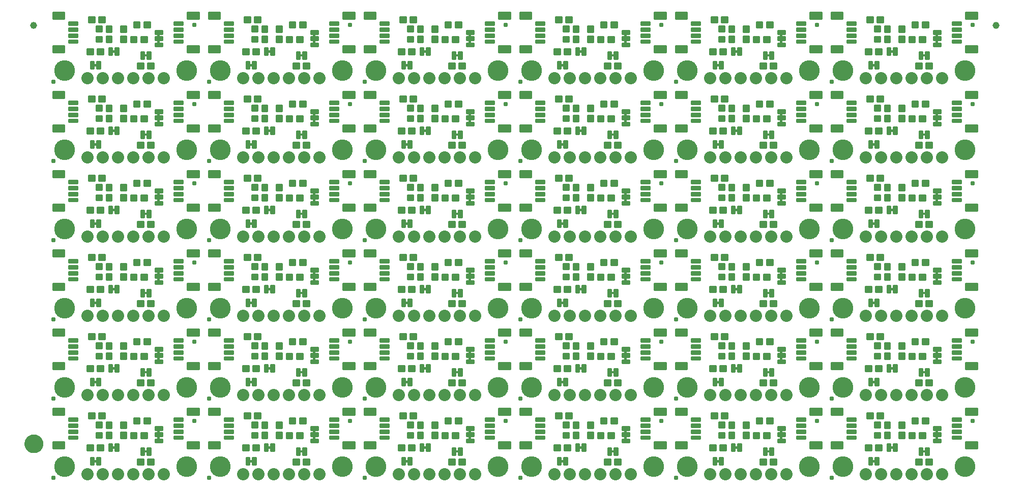
<source format=gts>
G04 EAGLE Gerber RS-274X export*
G75*
%MOMM*%
%FSLAX34Y34*%
%LPD*%
%INSoldermask Top*%
%IPPOS*%
%AMOC8*
5,1,8,0,0,1.08239X$1,22.5*%
G01*
%ADD10C,0.787400*%
%ADD11C,3.454400*%
%ADD12C,0.251966*%
%ADD13C,0.253525*%
%ADD14C,2.032000*%
%ADD15C,0.449434*%
%ADD16C,0.255816*%
%ADD17C,0.243431*%
%ADD18C,1.152400*%
%ADD19C,1.270000*%
%ADD20C,1.652400*%

G36*
X701105Y477532D02*
X701105Y477532D01*
X701171Y477534D01*
X701214Y477552D01*
X701261Y477560D01*
X701318Y477594D01*
X701378Y477619D01*
X701413Y477650D01*
X701454Y477675D01*
X701496Y477726D01*
X701544Y477770D01*
X701566Y477812D01*
X701595Y477849D01*
X701616Y477911D01*
X701647Y477970D01*
X701655Y478024D01*
X701667Y478061D01*
X701666Y478101D01*
X701674Y478155D01*
X701674Y481965D01*
X701663Y482030D01*
X701661Y482096D01*
X701643Y482139D01*
X701635Y482186D01*
X701601Y482243D01*
X701576Y482303D01*
X701545Y482338D01*
X701520Y482379D01*
X701469Y482421D01*
X701425Y482469D01*
X701383Y482491D01*
X701346Y482520D01*
X701284Y482541D01*
X701225Y482572D01*
X701171Y482580D01*
X701134Y482592D01*
X701094Y482591D01*
X701040Y482599D01*
X698500Y482599D01*
X698435Y482588D01*
X698369Y482586D01*
X698326Y482568D01*
X698279Y482560D01*
X698222Y482526D01*
X698162Y482501D01*
X698127Y482470D01*
X698086Y482445D01*
X698045Y482394D01*
X697996Y482350D01*
X697974Y482308D01*
X697945Y482271D01*
X697924Y482209D01*
X697893Y482150D01*
X697885Y482096D01*
X697873Y482059D01*
X697873Y482055D01*
X697873Y482054D01*
X697874Y482019D01*
X697866Y481965D01*
X697866Y478155D01*
X697877Y478090D01*
X697879Y478024D01*
X697897Y477981D01*
X697905Y477934D01*
X697939Y477877D01*
X697964Y477817D01*
X697995Y477782D01*
X698020Y477741D01*
X698071Y477700D01*
X698115Y477651D01*
X698157Y477629D01*
X698194Y477600D01*
X698256Y477579D01*
X698315Y477548D01*
X698369Y477540D01*
X698406Y477528D01*
X698446Y477529D01*
X698500Y477521D01*
X701040Y477521D01*
X701105Y477532D01*
G37*
G36*
X182945Y477532D02*
X182945Y477532D01*
X183011Y477534D01*
X183054Y477552D01*
X183101Y477560D01*
X183158Y477594D01*
X183218Y477619D01*
X183253Y477650D01*
X183294Y477675D01*
X183336Y477726D01*
X183384Y477770D01*
X183406Y477812D01*
X183435Y477849D01*
X183456Y477911D01*
X183487Y477970D01*
X183495Y478024D01*
X183507Y478061D01*
X183506Y478101D01*
X183514Y478155D01*
X183514Y481965D01*
X183503Y482030D01*
X183501Y482096D01*
X183483Y482139D01*
X183475Y482186D01*
X183441Y482243D01*
X183416Y482303D01*
X183385Y482338D01*
X183360Y482379D01*
X183309Y482421D01*
X183265Y482469D01*
X183223Y482491D01*
X183186Y482520D01*
X183124Y482541D01*
X183065Y482572D01*
X183011Y482580D01*
X182974Y482592D01*
X182934Y482591D01*
X182880Y482599D01*
X180340Y482599D01*
X180275Y482588D01*
X180209Y482586D01*
X180166Y482568D01*
X180119Y482560D01*
X180062Y482526D01*
X180002Y482501D01*
X179967Y482470D01*
X179926Y482445D01*
X179885Y482394D01*
X179836Y482350D01*
X179814Y482308D01*
X179785Y482271D01*
X179764Y482209D01*
X179733Y482150D01*
X179725Y482096D01*
X179713Y482059D01*
X179713Y482055D01*
X179713Y482054D01*
X179714Y482019D01*
X179706Y481965D01*
X179706Y478155D01*
X179717Y478090D01*
X179719Y478024D01*
X179737Y477981D01*
X179745Y477934D01*
X179779Y477877D01*
X179804Y477817D01*
X179835Y477782D01*
X179860Y477741D01*
X179911Y477700D01*
X179955Y477651D01*
X179997Y477629D01*
X180034Y477600D01*
X180096Y477579D01*
X180155Y477548D01*
X180209Y477540D01*
X180246Y477528D01*
X180286Y477529D01*
X180340Y477521D01*
X182880Y477521D01*
X182945Y477532D01*
G37*
G36*
X960185Y477532D02*
X960185Y477532D01*
X960251Y477534D01*
X960294Y477552D01*
X960341Y477560D01*
X960398Y477594D01*
X960458Y477619D01*
X960493Y477650D01*
X960534Y477675D01*
X960576Y477726D01*
X960624Y477770D01*
X960646Y477812D01*
X960675Y477849D01*
X960696Y477911D01*
X960727Y477970D01*
X960735Y478024D01*
X960747Y478061D01*
X960746Y478101D01*
X960754Y478155D01*
X960754Y481965D01*
X960743Y482030D01*
X960741Y482096D01*
X960723Y482139D01*
X960715Y482186D01*
X960681Y482243D01*
X960656Y482303D01*
X960625Y482338D01*
X960600Y482379D01*
X960549Y482421D01*
X960505Y482469D01*
X960463Y482491D01*
X960426Y482520D01*
X960364Y482541D01*
X960305Y482572D01*
X960251Y482580D01*
X960214Y482592D01*
X960174Y482591D01*
X960120Y482599D01*
X957580Y482599D01*
X957515Y482588D01*
X957449Y482586D01*
X957406Y482568D01*
X957359Y482560D01*
X957302Y482526D01*
X957242Y482501D01*
X957207Y482470D01*
X957166Y482445D01*
X957125Y482394D01*
X957076Y482350D01*
X957054Y482308D01*
X957025Y482271D01*
X957004Y482209D01*
X956973Y482150D01*
X956965Y482096D01*
X956953Y482059D01*
X956953Y482055D01*
X956953Y482054D01*
X956954Y482019D01*
X956946Y481965D01*
X956946Y478155D01*
X956957Y478090D01*
X956959Y478024D01*
X956977Y477981D01*
X956985Y477934D01*
X957019Y477877D01*
X957044Y477817D01*
X957075Y477782D01*
X957100Y477741D01*
X957151Y477700D01*
X957195Y477651D01*
X957237Y477629D01*
X957274Y477600D01*
X957336Y477579D01*
X957395Y477548D01*
X957449Y477540D01*
X957486Y477528D01*
X957526Y477529D01*
X957580Y477521D01*
X960120Y477521D01*
X960185Y477532D01*
G37*
G36*
X1219265Y477532D02*
X1219265Y477532D01*
X1219331Y477534D01*
X1219374Y477552D01*
X1219421Y477560D01*
X1219478Y477594D01*
X1219538Y477619D01*
X1219573Y477650D01*
X1219614Y477675D01*
X1219656Y477726D01*
X1219704Y477770D01*
X1219726Y477812D01*
X1219755Y477849D01*
X1219776Y477911D01*
X1219807Y477970D01*
X1219815Y478024D01*
X1219827Y478061D01*
X1219826Y478101D01*
X1219834Y478155D01*
X1219834Y481965D01*
X1219823Y482030D01*
X1219821Y482096D01*
X1219803Y482139D01*
X1219795Y482186D01*
X1219761Y482243D01*
X1219736Y482303D01*
X1219705Y482338D01*
X1219680Y482379D01*
X1219629Y482421D01*
X1219585Y482469D01*
X1219543Y482491D01*
X1219506Y482520D01*
X1219444Y482541D01*
X1219385Y482572D01*
X1219331Y482580D01*
X1219294Y482592D01*
X1219254Y482591D01*
X1219200Y482599D01*
X1216660Y482599D01*
X1216595Y482588D01*
X1216529Y482586D01*
X1216486Y482568D01*
X1216439Y482560D01*
X1216382Y482526D01*
X1216322Y482501D01*
X1216287Y482470D01*
X1216246Y482445D01*
X1216205Y482394D01*
X1216156Y482350D01*
X1216134Y482308D01*
X1216105Y482271D01*
X1216084Y482209D01*
X1216053Y482150D01*
X1216045Y482096D01*
X1216033Y482059D01*
X1216033Y482055D01*
X1216033Y482054D01*
X1216034Y482019D01*
X1216026Y481965D01*
X1216026Y478155D01*
X1216037Y478090D01*
X1216039Y478024D01*
X1216057Y477981D01*
X1216065Y477934D01*
X1216099Y477877D01*
X1216124Y477817D01*
X1216155Y477782D01*
X1216180Y477741D01*
X1216231Y477700D01*
X1216275Y477651D01*
X1216317Y477629D01*
X1216354Y477600D01*
X1216416Y477579D01*
X1216475Y477548D01*
X1216529Y477540D01*
X1216566Y477528D01*
X1216606Y477529D01*
X1216660Y477521D01*
X1219200Y477521D01*
X1219265Y477532D01*
G37*
G36*
X1478345Y477532D02*
X1478345Y477532D01*
X1478411Y477534D01*
X1478454Y477552D01*
X1478501Y477560D01*
X1478558Y477594D01*
X1478618Y477619D01*
X1478653Y477650D01*
X1478694Y477675D01*
X1478736Y477726D01*
X1478784Y477770D01*
X1478806Y477812D01*
X1478835Y477849D01*
X1478856Y477911D01*
X1478887Y477970D01*
X1478895Y478024D01*
X1478907Y478061D01*
X1478906Y478101D01*
X1478914Y478155D01*
X1478914Y481965D01*
X1478903Y482030D01*
X1478901Y482096D01*
X1478883Y482139D01*
X1478875Y482186D01*
X1478841Y482243D01*
X1478816Y482303D01*
X1478785Y482338D01*
X1478760Y482379D01*
X1478709Y482421D01*
X1478665Y482469D01*
X1478623Y482491D01*
X1478586Y482520D01*
X1478524Y482541D01*
X1478465Y482572D01*
X1478411Y482580D01*
X1478374Y482592D01*
X1478334Y482591D01*
X1478280Y482599D01*
X1475740Y482599D01*
X1475675Y482588D01*
X1475609Y482586D01*
X1475566Y482568D01*
X1475519Y482560D01*
X1475462Y482526D01*
X1475402Y482501D01*
X1475367Y482470D01*
X1475326Y482445D01*
X1475285Y482394D01*
X1475236Y482350D01*
X1475214Y482308D01*
X1475185Y482271D01*
X1475164Y482209D01*
X1475133Y482150D01*
X1475125Y482096D01*
X1475113Y482059D01*
X1475113Y482055D01*
X1475113Y482054D01*
X1475114Y482019D01*
X1475106Y481965D01*
X1475106Y478155D01*
X1475117Y478090D01*
X1475119Y478024D01*
X1475137Y477981D01*
X1475145Y477934D01*
X1475179Y477877D01*
X1475204Y477817D01*
X1475235Y477782D01*
X1475260Y477741D01*
X1475311Y477700D01*
X1475355Y477651D01*
X1475397Y477629D01*
X1475434Y477600D01*
X1475496Y477579D01*
X1475555Y477548D01*
X1475609Y477540D01*
X1475646Y477528D01*
X1475686Y477529D01*
X1475740Y477521D01*
X1478280Y477521D01*
X1478345Y477532D01*
G37*
G36*
X442025Y477532D02*
X442025Y477532D01*
X442091Y477534D01*
X442134Y477552D01*
X442181Y477560D01*
X442238Y477594D01*
X442298Y477619D01*
X442333Y477650D01*
X442374Y477675D01*
X442416Y477726D01*
X442464Y477770D01*
X442486Y477812D01*
X442515Y477849D01*
X442536Y477911D01*
X442567Y477970D01*
X442575Y478024D01*
X442587Y478061D01*
X442586Y478101D01*
X442594Y478155D01*
X442594Y481965D01*
X442583Y482030D01*
X442581Y482096D01*
X442563Y482139D01*
X442555Y482186D01*
X442521Y482243D01*
X442496Y482303D01*
X442465Y482338D01*
X442440Y482379D01*
X442389Y482421D01*
X442345Y482469D01*
X442303Y482491D01*
X442266Y482520D01*
X442204Y482541D01*
X442145Y482572D01*
X442091Y482580D01*
X442054Y482592D01*
X442014Y482591D01*
X441960Y482599D01*
X439420Y482599D01*
X439355Y482588D01*
X439289Y482586D01*
X439246Y482568D01*
X439199Y482560D01*
X439142Y482526D01*
X439082Y482501D01*
X439047Y482470D01*
X439006Y482445D01*
X438965Y482394D01*
X438916Y482350D01*
X438894Y482308D01*
X438865Y482271D01*
X438844Y482209D01*
X438813Y482150D01*
X438805Y482096D01*
X438793Y482059D01*
X438793Y482055D01*
X438793Y482054D01*
X438794Y482019D01*
X438786Y481965D01*
X438786Y478155D01*
X438797Y478090D01*
X438799Y478024D01*
X438817Y477981D01*
X438825Y477934D01*
X438859Y477877D01*
X438884Y477817D01*
X438915Y477782D01*
X438940Y477741D01*
X438991Y477700D01*
X439035Y477651D01*
X439077Y477629D01*
X439114Y477600D01*
X439176Y477579D01*
X439235Y477548D01*
X439289Y477540D01*
X439326Y477528D01*
X439366Y477529D01*
X439420Y477521D01*
X441960Y477521D01*
X442025Y477532D01*
G37*
G36*
X1219265Y741692D02*
X1219265Y741692D01*
X1219331Y741694D01*
X1219374Y741712D01*
X1219421Y741720D01*
X1219478Y741754D01*
X1219538Y741779D01*
X1219573Y741810D01*
X1219614Y741835D01*
X1219656Y741886D01*
X1219704Y741930D01*
X1219726Y741972D01*
X1219755Y742009D01*
X1219776Y742071D01*
X1219807Y742130D01*
X1219815Y742184D01*
X1219827Y742221D01*
X1219826Y742261D01*
X1219834Y742315D01*
X1219834Y746125D01*
X1219823Y746190D01*
X1219821Y746256D01*
X1219803Y746299D01*
X1219795Y746346D01*
X1219761Y746403D01*
X1219736Y746463D01*
X1219705Y746498D01*
X1219680Y746539D01*
X1219629Y746581D01*
X1219585Y746629D01*
X1219543Y746651D01*
X1219506Y746680D01*
X1219444Y746701D01*
X1219385Y746732D01*
X1219331Y746740D01*
X1219294Y746752D01*
X1219254Y746751D01*
X1219200Y746759D01*
X1216660Y746759D01*
X1216595Y746748D01*
X1216529Y746746D01*
X1216486Y746728D01*
X1216439Y746720D01*
X1216382Y746686D01*
X1216322Y746661D01*
X1216287Y746630D01*
X1216246Y746605D01*
X1216205Y746554D01*
X1216156Y746510D01*
X1216134Y746468D01*
X1216105Y746431D01*
X1216084Y746369D01*
X1216053Y746310D01*
X1216045Y746256D01*
X1216033Y746219D01*
X1216033Y746215D01*
X1216033Y746214D01*
X1216034Y746179D01*
X1216026Y746125D01*
X1216026Y742315D01*
X1216037Y742250D01*
X1216039Y742184D01*
X1216057Y742141D01*
X1216065Y742094D01*
X1216099Y742037D01*
X1216124Y741977D01*
X1216155Y741942D01*
X1216180Y741901D01*
X1216231Y741860D01*
X1216275Y741811D01*
X1216317Y741789D01*
X1216354Y741760D01*
X1216416Y741739D01*
X1216475Y741708D01*
X1216529Y741700D01*
X1216566Y741688D01*
X1216606Y741689D01*
X1216660Y741681D01*
X1219200Y741681D01*
X1219265Y741692D01*
G37*
G36*
X442025Y741692D02*
X442025Y741692D01*
X442091Y741694D01*
X442134Y741712D01*
X442181Y741720D01*
X442238Y741754D01*
X442298Y741779D01*
X442333Y741810D01*
X442374Y741835D01*
X442416Y741886D01*
X442464Y741930D01*
X442486Y741972D01*
X442515Y742009D01*
X442536Y742071D01*
X442567Y742130D01*
X442575Y742184D01*
X442587Y742221D01*
X442586Y742261D01*
X442594Y742315D01*
X442594Y746125D01*
X442583Y746190D01*
X442581Y746256D01*
X442563Y746299D01*
X442555Y746346D01*
X442521Y746403D01*
X442496Y746463D01*
X442465Y746498D01*
X442440Y746539D01*
X442389Y746581D01*
X442345Y746629D01*
X442303Y746651D01*
X442266Y746680D01*
X442204Y746701D01*
X442145Y746732D01*
X442091Y746740D01*
X442054Y746752D01*
X442014Y746751D01*
X441960Y746759D01*
X439420Y746759D01*
X439355Y746748D01*
X439289Y746746D01*
X439246Y746728D01*
X439199Y746720D01*
X439142Y746686D01*
X439082Y746661D01*
X439047Y746630D01*
X439006Y746605D01*
X438965Y746554D01*
X438916Y746510D01*
X438894Y746468D01*
X438865Y746431D01*
X438844Y746369D01*
X438813Y746310D01*
X438805Y746256D01*
X438793Y746219D01*
X438793Y746215D01*
X438793Y746214D01*
X438794Y746179D01*
X438786Y746125D01*
X438786Y742315D01*
X438797Y742250D01*
X438799Y742184D01*
X438817Y742141D01*
X438825Y742094D01*
X438859Y742037D01*
X438884Y741977D01*
X438915Y741942D01*
X438940Y741901D01*
X438991Y741860D01*
X439035Y741811D01*
X439077Y741789D01*
X439114Y741760D01*
X439176Y741739D01*
X439235Y741708D01*
X439289Y741700D01*
X439326Y741688D01*
X439366Y741689D01*
X439420Y741681D01*
X441960Y741681D01*
X442025Y741692D01*
G37*
G36*
X701105Y741692D02*
X701105Y741692D01*
X701171Y741694D01*
X701214Y741712D01*
X701261Y741720D01*
X701318Y741754D01*
X701378Y741779D01*
X701413Y741810D01*
X701454Y741835D01*
X701496Y741886D01*
X701544Y741930D01*
X701566Y741972D01*
X701595Y742009D01*
X701616Y742071D01*
X701647Y742130D01*
X701655Y742184D01*
X701667Y742221D01*
X701666Y742261D01*
X701674Y742315D01*
X701674Y746125D01*
X701663Y746190D01*
X701661Y746256D01*
X701643Y746299D01*
X701635Y746346D01*
X701601Y746403D01*
X701576Y746463D01*
X701545Y746498D01*
X701520Y746539D01*
X701469Y746581D01*
X701425Y746629D01*
X701383Y746651D01*
X701346Y746680D01*
X701284Y746701D01*
X701225Y746732D01*
X701171Y746740D01*
X701134Y746752D01*
X701094Y746751D01*
X701040Y746759D01*
X698500Y746759D01*
X698435Y746748D01*
X698369Y746746D01*
X698326Y746728D01*
X698279Y746720D01*
X698222Y746686D01*
X698162Y746661D01*
X698127Y746630D01*
X698086Y746605D01*
X698045Y746554D01*
X697996Y746510D01*
X697974Y746468D01*
X697945Y746431D01*
X697924Y746369D01*
X697893Y746310D01*
X697885Y746256D01*
X697873Y746219D01*
X697873Y746215D01*
X697873Y746214D01*
X697874Y746179D01*
X697866Y746125D01*
X697866Y742315D01*
X697877Y742250D01*
X697879Y742184D01*
X697897Y742141D01*
X697905Y742094D01*
X697939Y742037D01*
X697964Y741977D01*
X697995Y741942D01*
X698020Y741901D01*
X698071Y741860D01*
X698115Y741811D01*
X698157Y741789D01*
X698194Y741760D01*
X698256Y741739D01*
X698315Y741708D01*
X698369Y741700D01*
X698406Y741688D01*
X698446Y741689D01*
X698500Y741681D01*
X701040Y741681D01*
X701105Y741692D01*
G37*
G36*
X182945Y741692D02*
X182945Y741692D01*
X183011Y741694D01*
X183054Y741712D01*
X183101Y741720D01*
X183158Y741754D01*
X183218Y741779D01*
X183253Y741810D01*
X183294Y741835D01*
X183336Y741886D01*
X183384Y741930D01*
X183406Y741972D01*
X183435Y742009D01*
X183456Y742071D01*
X183487Y742130D01*
X183495Y742184D01*
X183507Y742221D01*
X183506Y742261D01*
X183514Y742315D01*
X183514Y746125D01*
X183503Y746190D01*
X183501Y746256D01*
X183483Y746299D01*
X183475Y746346D01*
X183441Y746403D01*
X183416Y746463D01*
X183385Y746498D01*
X183360Y746539D01*
X183309Y746581D01*
X183265Y746629D01*
X183223Y746651D01*
X183186Y746680D01*
X183124Y746701D01*
X183065Y746732D01*
X183011Y746740D01*
X182974Y746752D01*
X182934Y746751D01*
X182880Y746759D01*
X180340Y746759D01*
X180275Y746748D01*
X180209Y746746D01*
X180166Y746728D01*
X180119Y746720D01*
X180062Y746686D01*
X180002Y746661D01*
X179967Y746630D01*
X179926Y746605D01*
X179885Y746554D01*
X179836Y746510D01*
X179814Y746468D01*
X179785Y746431D01*
X179764Y746369D01*
X179733Y746310D01*
X179725Y746256D01*
X179713Y746219D01*
X179713Y746215D01*
X179713Y746214D01*
X179714Y746179D01*
X179706Y746125D01*
X179706Y742315D01*
X179717Y742250D01*
X179719Y742184D01*
X179737Y742141D01*
X179745Y742094D01*
X179779Y742037D01*
X179804Y741977D01*
X179835Y741942D01*
X179860Y741901D01*
X179911Y741860D01*
X179955Y741811D01*
X179997Y741789D01*
X180034Y741760D01*
X180096Y741739D01*
X180155Y741708D01*
X180209Y741700D01*
X180246Y741688D01*
X180286Y741689D01*
X180340Y741681D01*
X182880Y741681D01*
X182945Y741692D01*
G37*
G36*
X960185Y741692D02*
X960185Y741692D01*
X960251Y741694D01*
X960294Y741712D01*
X960341Y741720D01*
X960398Y741754D01*
X960458Y741779D01*
X960493Y741810D01*
X960534Y741835D01*
X960576Y741886D01*
X960624Y741930D01*
X960646Y741972D01*
X960675Y742009D01*
X960696Y742071D01*
X960727Y742130D01*
X960735Y742184D01*
X960747Y742221D01*
X960746Y742261D01*
X960754Y742315D01*
X960754Y746125D01*
X960743Y746190D01*
X960741Y746256D01*
X960723Y746299D01*
X960715Y746346D01*
X960681Y746403D01*
X960656Y746463D01*
X960625Y746498D01*
X960600Y746539D01*
X960549Y746581D01*
X960505Y746629D01*
X960463Y746651D01*
X960426Y746680D01*
X960364Y746701D01*
X960305Y746732D01*
X960251Y746740D01*
X960214Y746752D01*
X960174Y746751D01*
X960120Y746759D01*
X957580Y746759D01*
X957515Y746748D01*
X957449Y746746D01*
X957406Y746728D01*
X957359Y746720D01*
X957302Y746686D01*
X957242Y746661D01*
X957207Y746630D01*
X957166Y746605D01*
X957125Y746554D01*
X957076Y746510D01*
X957054Y746468D01*
X957025Y746431D01*
X957004Y746369D01*
X956973Y746310D01*
X956965Y746256D01*
X956953Y746219D01*
X956953Y746215D01*
X956953Y746214D01*
X956954Y746179D01*
X956946Y746125D01*
X956946Y742315D01*
X956957Y742250D01*
X956959Y742184D01*
X956977Y742141D01*
X956985Y742094D01*
X957019Y742037D01*
X957044Y741977D01*
X957075Y741942D01*
X957100Y741901D01*
X957151Y741860D01*
X957195Y741811D01*
X957237Y741789D01*
X957274Y741760D01*
X957336Y741739D01*
X957395Y741708D01*
X957449Y741700D01*
X957486Y741688D01*
X957526Y741689D01*
X957580Y741681D01*
X960120Y741681D01*
X960185Y741692D01*
G37*
G36*
X1478345Y741692D02*
X1478345Y741692D01*
X1478411Y741694D01*
X1478454Y741712D01*
X1478501Y741720D01*
X1478558Y741754D01*
X1478618Y741779D01*
X1478653Y741810D01*
X1478694Y741835D01*
X1478736Y741886D01*
X1478784Y741930D01*
X1478806Y741972D01*
X1478835Y742009D01*
X1478856Y742071D01*
X1478887Y742130D01*
X1478895Y742184D01*
X1478907Y742221D01*
X1478906Y742261D01*
X1478914Y742315D01*
X1478914Y746125D01*
X1478903Y746190D01*
X1478901Y746256D01*
X1478883Y746299D01*
X1478875Y746346D01*
X1478841Y746403D01*
X1478816Y746463D01*
X1478785Y746498D01*
X1478760Y746539D01*
X1478709Y746581D01*
X1478665Y746629D01*
X1478623Y746651D01*
X1478586Y746680D01*
X1478524Y746701D01*
X1478465Y746732D01*
X1478411Y746740D01*
X1478374Y746752D01*
X1478334Y746751D01*
X1478280Y746759D01*
X1475740Y746759D01*
X1475675Y746748D01*
X1475609Y746746D01*
X1475566Y746728D01*
X1475519Y746720D01*
X1475462Y746686D01*
X1475402Y746661D01*
X1475367Y746630D01*
X1475326Y746605D01*
X1475285Y746554D01*
X1475236Y746510D01*
X1475214Y746468D01*
X1475185Y746431D01*
X1475164Y746369D01*
X1475133Y746310D01*
X1475125Y746256D01*
X1475113Y746219D01*
X1475113Y746215D01*
X1475113Y746214D01*
X1475114Y746179D01*
X1475106Y746125D01*
X1475106Y742315D01*
X1475117Y742250D01*
X1475119Y742184D01*
X1475137Y742141D01*
X1475145Y742094D01*
X1475179Y742037D01*
X1475204Y741977D01*
X1475235Y741942D01*
X1475260Y741901D01*
X1475311Y741860D01*
X1475355Y741811D01*
X1475397Y741789D01*
X1475434Y741760D01*
X1475496Y741739D01*
X1475555Y741708D01*
X1475609Y741700D01*
X1475646Y741688D01*
X1475686Y741689D01*
X1475740Y741681D01*
X1478280Y741681D01*
X1478345Y741692D01*
G37*
G36*
X182945Y731532D02*
X182945Y731532D01*
X183011Y731534D01*
X183054Y731552D01*
X183101Y731560D01*
X183158Y731594D01*
X183218Y731619D01*
X183253Y731650D01*
X183294Y731675D01*
X183336Y731726D01*
X183384Y731770D01*
X183406Y731812D01*
X183435Y731849D01*
X183456Y731911D01*
X183487Y731970D01*
X183495Y732024D01*
X183507Y732061D01*
X183506Y732101D01*
X183514Y732155D01*
X183514Y735965D01*
X183503Y736030D01*
X183501Y736096D01*
X183483Y736139D01*
X183475Y736186D01*
X183441Y736243D01*
X183416Y736303D01*
X183385Y736338D01*
X183360Y736379D01*
X183309Y736421D01*
X183265Y736469D01*
X183223Y736491D01*
X183186Y736520D01*
X183124Y736541D01*
X183065Y736572D01*
X183011Y736580D01*
X182974Y736592D01*
X182934Y736591D01*
X182880Y736599D01*
X180340Y736599D01*
X180275Y736588D01*
X180209Y736586D01*
X180166Y736568D01*
X180119Y736560D01*
X180062Y736526D01*
X180002Y736501D01*
X179967Y736470D01*
X179926Y736445D01*
X179885Y736394D01*
X179836Y736350D01*
X179814Y736308D01*
X179785Y736271D01*
X179764Y736209D01*
X179733Y736150D01*
X179725Y736096D01*
X179713Y736059D01*
X179713Y736055D01*
X179713Y736054D01*
X179714Y736019D01*
X179706Y735965D01*
X179706Y732155D01*
X179717Y732090D01*
X179719Y732024D01*
X179737Y731981D01*
X179745Y731934D01*
X179779Y731877D01*
X179804Y731817D01*
X179835Y731782D01*
X179860Y731741D01*
X179911Y731700D01*
X179955Y731651D01*
X179997Y731629D01*
X180034Y731600D01*
X180096Y731579D01*
X180155Y731548D01*
X180209Y731540D01*
X180246Y731528D01*
X180286Y731529D01*
X180340Y731521D01*
X182880Y731521D01*
X182945Y731532D01*
G37*
G36*
X1219265Y731532D02*
X1219265Y731532D01*
X1219331Y731534D01*
X1219374Y731552D01*
X1219421Y731560D01*
X1219478Y731594D01*
X1219538Y731619D01*
X1219573Y731650D01*
X1219614Y731675D01*
X1219656Y731726D01*
X1219704Y731770D01*
X1219726Y731812D01*
X1219755Y731849D01*
X1219776Y731911D01*
X1219807Y731970D01*
X1219815Y732024D01*
X1219827Y732061D01*
X1219826Y732101D01*
X1219834Y732155D01*
X1219834Y735965D01*
X1219823Y736030D01*
X1219821Y736096D01*
X1219803Y736139D01*
X1219795Y736186D01*
X1219761Y736243D01*
X1219736Y736303D01*
X1219705Y736338D01*
X1219680Y736379D01*
X1219629Y736421D01*
X1219585Y736469D01*
X1219543Y736491D01*
X1219506Y736520D01*
X1219444Y736541D01*
X1219385Y736572D01*
X1219331Y736580D01*
X1219294Y736592D01*
X1219254Y736591D01*
X1219200Y736599D01*
X1216660Y736599D01*
X1216595Y736588D01*
X1216529Y736586D01*
X1216486Y736568D01*
X1216439Y736560D01*
X1216382Y736526D01*
X1216322Y736501D01*
X1216287Y736470D01*
X1216246Y736445D01*
X1216205Y736394D01*
X1216156Y736350D01*
X1216134Y736308D01*
X1216105Y736271D01*
X1216084Y736209D01*
X1216053Y736150D01*
X1216045Y736096D01*
X1216033Y736059D01*
X1216033Y736055D01*
X1216033Y736054D01*
X1216034Y736019D01*
X1216026Y735965D01*
X1216026Y732155D01*
X1216037Y732090D01*
X1216039Y732024D01*
X1216057Y731981D01*
X1216065Y731934D01*
X1216099Y731877D01*
X1216124Y731817D01*
X1216155Y731782D01*
X1216180Y731741D01*
X1216231Y731700D01*
X1216275Y731651D01*
X1216317Y731629D01*
X1216354Y731600D01*
X1216416Y731579D01*
X1216475Y731548D01*
X1216529Y731540D01*
X1216566Y731528D01*
X1216606Y731529D01*
X1216660Y731521D01*
X1219200Y731521D01*
X1219265Y731532D01*
G37*
G36*
X960185Y731532D02*
X960185Y731532D01*
X960251Y731534D01*
X960294Y731552D01*
X960341Y731560D01*
X960398Y731594D01*
X960458Y731619D01*
X960493Y731650D01*
X960534Y731675D01*
X960576Y731726D01*
X960624Y731770D01*
X960646Y731812D01*
X960675Y731849D01*
X960696Y731911D01*
X960727Y731970D01*
X960735Y732024D01*
X960747Y732061D01*
X960746Y732101D01*
X960754Y732155D01*
X960754Y735965D01*
X960743Y736030D01*
X960741Y736096D01*
X960723Y736139D01*
X960715Y736186D01*
X960681Y736243D01*
X960656Y736303D01*
X960625Y736338D01*
X960600Y736379D01*
X960549Y736421D01*
X960505Y736469D01*
X960463Y736491D01*
X960426Y736520D01*
X960364Y736541D01*
X960305Y736572D01*
X960251Y736580D01*
X960214Y736592D01*
X960174Y736591D01*
X960120Y736599D01*
X957580Y736599D01*
X957515Y736588D01*
X957449Y736586D01*
X957406Y736568D01*
X957359Y736560D01*
X957302Y736526D01*
X957242Y736501D01*
X957207Y736470D01*
X957166Y736445D01*
X957125Y736394D01*
X957076Y736350D01*
X957054Y736308D01*
X957025Y736271D01*
X957004Y736209D01*
X956973Y736150D01*
X956965Y736096D01*
X956953Y736059D01*
X956953Y736055D01*
X956953Y736054D01*
X956954Y736019D01*
X956946Y735965D01*
X956946Y732155D01*
X956957Y732090D01*
X956959Y732024D01*
X956977Y731981D01*
X956985Y731934D01*
X957019Y731877D01*
X957044Y731817D01*
X957075Y731782D01*
X957100Y731741D01*
X957151Y731700D01*
X957195Y731651D01*
X957237Y731629D01*
X957274Y731600D01*
X957336Y731579D01*
X957395Y731548D01*
X957449Y731540D01*
X957486Y731528D01*
X957526Y731529D01*
X957580Y731521D01*
X960120Y731521D01*
X960185Y731532D01*
G37*
G36*
X701105Y731532D02*
X701105Y731532D01*
X701171Y731534D01*
X701214Y731552D01*
X701261Y731560D01*
X701318Y731594D01*
X701378Y731619D01*
X701413Y731650D01*
X701454Y731675D01*
X701496Y731726D01*
X701544Y731770D01*
X701566Y731812D01*
X701595Y731849D01*
X701616Y731911D01*
X701647Y731970D01*
X701655Y732024D01*
X701667Y732061D01*
X701666Y732101D01*
X701674Y732155D01*
X701674Y735965D01*
X701663Y736030D01*
X701661Y736096D01*
X701643Y736139D01*
X701635Y736186D01*
X701601Y736243D01*
X701576Y736303D01*
X701545Y736338D01*
X701520Y736379D01*
X701469Y736421D01*
X701425Y736469D01*
X701383Y736491D01*
X701346Y736520D01*
X701284Y736541D01*
X701225Y736572D01*
X701171Y736580D01*
X701134Y736592D01*
X701094Y736591D01*
X701040Y736599D01*
X698500Y736599D01*
X698435Y736588D01*
X698369Y736586D01*
X698326Y736568D01*
X698279Y736560D01*
X698222Y736526D01*
X698162Y736501D01*
X698127Y736470D01*
X698086Y736445D01*
X698045Y736394D01*
X697996Y736350D01*
X697974Y736308D01*
X697945Y736271D01*
X697924Y736209D01*
X697893Y736150D01*
X697885Y736096D01*
X697873Y736059D01*
X697873Y736055D01*
X697873Y736054D01*
X697874Y736019D01*
X697866Y735965D01*
X697866Y732155D01*
X697877Y732090D01*
X697879Y732024D01*
X697897Y731981D01*
X697905Y731934D01*
X697939Y731877D01*
X697964Y731817D01*
X697995Y731782D01*
X698020Y731741D01*
X698071Y731700D01*
X698115Y731651D01*
X698157Y731629D01*
X698194Y731600D01*
X698256Y731579D01*
X698315Y731548D01*
X698369Y731540D01*
X698406Y731528D01*
X698446Y731529D01*
X698500Y731521D01*
X701040Y731521D01*
X701105Y731532D01*
G37*
G36*
X1478345Y731532D02*
X1478345Y731532D01*
X1478411Y731534D01*
X1478454Y731552D01*
X1478501Y731560D01*
X1478558Y731594D01*
X1478618Y731619D01*
X1478653Y731650D01*
X1478694Y731675D01*
X1478736Y731726D01*
X1478784Y731770D01*
X1478806Y731812D01*
X1478835Y731849D01*
X1478856Y731911D01*
X1478887Y731970D01*
X1478895Y732024D01*
X1478907Y732061D01*
X1478906Y732101D01*
X1478914Y732155D01*
X1478914Y735965D01*
X1478903Y736030D01*
X1478901Y736096D01*
X1478883Y736139D01*
X1478875Y736186D01*
X1478841Y736243D01*
X1478816Y736303D01*
X1478785Y736338D01*
X1478760Y736379D01*
X1478709Y736421D01*
X1478665Y736469D01*
X1478623Y736491D01*
X1478586Y736520D01*
X1478524Y736541D01*
X1478465Y736572D01*
X1478411Y736580D01*
X1478374Y736592D01*
X1478334Y736591D01*
X1478280Y736599D01*
X1475740Y736599D01*
X1475675Y736588D01*
X1475609Y736586D01*
X1475566Y736568D01*
X1475519Y736560D01*
X1475462Y736526D01*
X1475402Y736501D01*
X1475367Y736470D01*
X1475326Y736445D01*
X1475285Y736394D01*
X1475236Y736350D01*
X1475214Y736308D01*
X1475185Y736271D01*
X1475164Y736209D01*
X1475133Y736150D01*
X1475125Y736096D01*
X1475113Y736059D01*
X1475113Y736055D01*
X1475113Y736054D01*
X1475114Y736019D01*
X1475106Y735965D01*
X1475106Y732155D01*
X1475117Y732090D01*
X1475119Y732024D01*
X1475137Y731981D01*
X1475145Y731934D01*
X1475179Y731877D01*
X1475204Y731817D01*
X1475235Y731782D01*
X1475260Y731741D01*
X1475311Y731700D01*
X1475355Y731651D01*
X1475397Y731629D01*
X1475434Y731600D01*
X1475496Y731579D01*
X1475555Y731548D01*
X1475609Y731540D01*
X1475646Y731528D01*
X1475686Y731529D01*
X1475740Y731521D01*
X1478280Y731521D01*
X1478345Y731532D01*
G37*
G36*
X442025Y731532D02*
X442025Y731532D01*
X442091Y731534D01*
X442134Y731552D01*
X442181Y731560D01*
X442238Y731594D01*
X442298Y731619D01*
X442333Y731650D01*
X442374Y731675D01*
X442416Y731726D01*
X442464Y731770D01*
X442486Y731812D01*
X442515Y731849D01*
X442536Y731911D01*
X442567Y731970D01*
X442575Y732024D01*
X442587Y732061D01*
X442586Y732101D01*
X442594Y732155D01*
X442594Y735965D01*
X442583Y736030D01*
X442581Y736096D01*
X442563Y736139D01*
X442555Y736186D01*
X442521Y736243D01*
X442496Y736303D01*
X442465Y736338D01*
X442440Y736379D01*
X442389Y736421D01*
X442345Y736469D01*
X442303Y736491D01*
X442266Y736520D01*
X442204Y736541D01*
X442145Y736572D01*
X442091Y736580D01*
X442054Y736592D01*
X442014Y736591D01*
X441960Y736599D01*
X439420Y736599D01*
X439355Y736588D01*
X439289Y736586D01*
X439246Y736568D01*
X439199Y736560D01*
X439142Y736526D01*
X439082Y736501D01*
X439047Y736470D01*
X439006Y736445D01*
X438965Y736394D01*
X438916Y736350D01*
X438894Y736308D01*
X438865Y736271D01*
X438844Y736209D01*
X438813Y736150D01*
X438805Y736096D01*
X438793Y736059D01*
X438793Y736055D01*
X438793Y736054D01*
X438794Y736019D01*
X438786Y735965D01*
X438786Y732155D01*
X438797Y732090D01*
X438799Y732024D01*
X438817Y731981D01*
X438825Y731934D01*
X438859Y731877D01*
X438884Y731817D01*
X438915Y731782D01*
X438940Y731741D01*
X438991Y731700D01*
X439035Y731651D01*
X439077Y731629D01*
X439114Y731600D01*
X439176Y731579D01*
X439235Y731548D01*
X439289Y731540D01*
X439326Y731528D01*
X439366Y731529D01*
X439420Y731521D01*
X441960Y731521D01*
X442025Y731532D01*
G37*
G36*
X1219265Y467372D02*
X1219265Y467372D01*
X1219331Y467374D01*
X1219374Y467392D01*
X1219421Y467400D01*
X1219478Y467434D01*
X1219538Y467459D01*
X1219573Y467490D01*
X1219614Y467515D01*
X1219656Y467566D01*
X1219704Y467610D01*
X1219726Y467652D01*
X1219755Y467689D01*
X1219776Y467751D01*
X1219807Y467810D01*
X1219815Y467864D01*
X1219827Y467901D01*
X1219826Y467941D01*
X1219834Y467995D01*
X1219834Y471805D01*
X1219823Y471870D01*
X1219821Y471936D01*
X1219803Y471979D01*
X1219795Y472026D01*
X1219761Y472083D01*
X1219736Y472143D01*
X1219705Y472178D01*
X1219680Y472219D01*
X1219629Y472261D01*
X1219585Y472309D01*
X1219543Y472331D01*
X1219506Y472360D01*
X1219444Y472381D01*
X1219385Y472412D01*
X1219331Y472420D01*
X1219294Y472432D01*
X1219254Y472431D01*
X1219200Y472439D01*
X1216660Y472439D01*
X1216595Y472428D01*
X1216529Y472426D01*
X1216486Y472408D01*
X1216439Y472400D01*
X1216382Y472366D01*
X1216322Y472341D01*
X1216287Y472310D01*
X1216246Y472285D01*
X1216205Y472234D01*
X1216156Y472190D01*
X1216134Y472148D01*
X1216105Y472111D01*
X1216084Y472049D01*
X1216053Y471990D01*
X1216045Y471936D01*
X1216033Y471899D01*
X1216033Y471895D01*
X1216033Y471894D01*
X1216034Y471859D01*
X1216026Y471805D01*
X1216026Y467995D01*
X1216037Y467930D01*
X1216039Y467864D01*
X1216057Y467821D01*
X1216065Y467774D01*
X1216099Y467717D01*
X1216124Y467657D01*
X1216155Y467622D01*
X1216180Y467581D01*
X1216231Y467540D01*
X1216275Y467491D01*
X1216317Y467469D01*
X1216354Y467440D01*
X1216416Y467419D01*
X1216475Y467388D01*
X1216529Y467380D01*
X1216566Y467368D01*
X1216606Y467369D01*
X1216660Y467361D01*
X1219200Y467361D01*
X1219265Y467372D01*
G37*
G36*
X701105Y467372D02*
X701105Y467372D01*
X701171Y467374D01*
X701214Y467392D01*
X701261Y467400D01*
X701318Y467434D01*
X701378Y467459D01*
X701413Y467490D01*
X701454Y467515D01*
X701496Y467566D01*
X701544Y467610D01*
X701566Y467652D01*
X701595Y467689D01*
X701616Y467751D01*
X701647Y467810D01*
X701655Y467864D01*
X701667Y467901D01*
X701666Y467941D01*
X701674Y467995D01*
X701674Y471805D01*
X701663Y471870D01*
X701661Y471936D01*
X701643Y471979D01*
X701635Y472026D01*
X701601Y472083D01*
X701576Y472143D01*
X701545Y472178D01*
X701520Y472219D01*
X701469Y472261D01*
X701425Y472309D01*
X701383Y472331D01*
X701346Y472360D01*
X701284Y472381D01*
X701225Y472412D01*
X701171Y472420D01*
X701134Y472432D01*
X701094Y472431D01*
X701040Y472439D01*
X698500Y472439D01*
X698435Y472428D01*
X698369Y472426D01*
X698326Y472408D01*
X698279Y472400D01*
X698222Y472366D01*
X698162Y472341D01*
X698127Y472310D01*
X698086Y472285D01*
X698045Y472234D01*
X697996Y472190D01*
X697974Y472148D01*
X697945Y472111D01*
X697924Y472049D01*
X697893Y471990D01*
X697885Y471936D01*
X697873Y471899D01*
X697873Y471895D01*
X697873Y471894D01*
X697874Y471859D01*
X697866Y471805D01*
X697866Y467995D01*
X697877Y467930D01*
X697879Y467864D01*
X697897Y467821D01*
X697905Y467774D01*
X697939Y467717D01*
X697964Y467657D01*
X697995Y467622D01*
X698020Y467581D01*
X698071Y467540D01*
X698115Y467491D01*
X698157Y467469D01*
X698194Y467440D01*
X698256Y467419D01*
X698315Y467388D01*
X698369Y467380D01*
X698406Y467368D01*
X698446Y467369D01*
X698500Y467361D01*
X701040Y467361D01*
X701105Y467372D01*
G37*
G36*
X1478345Y467372D02*
X1478345Y467372D01*
X1478411Y467374D01*
X1478454Y467392D01*
X1478501Y467400D01*
X1478558Y467434D01*
X1478618Y467459D01*
X1478653Y467490D01*
X1478694Y467515D01*
X1478736Y467566D01*
X1478784Y467610D01*
X1478806Y467652D01*
X1478835Y467689D01*
X1478856Y467751D01*
X1478887Y467810D01*
X1478895Y467864D01*
X1478907Y467901D01*
X1478906Y467941D01*
X1478914Y467995D01*
X1478914Y471805D01*
X1478903Y471870D01*
X1478901Y471936D01*
X1478883Y471979D01*
X1478875Y472026D01*
X1478841Y472083D01*
X1478816Y472143D01*
X1478785Y472178D01*
X1478760Y472219D01*
X1478709Y472261D01*
X1478665Y472309D01*
X1478623Y472331D01*
X1478586Y472360D01*
X1478524Y472381D01*
X1478465Y472412D01*
X1478411Y472420D01*
X1478374Y472432D01*
X1478334Y472431D01*
X1478280Y472439D01*
X1475740Y472439D01*
X1475675Y472428D01*
X1475609Y472426D01*
X1475566Y472408D01*
X1475519Y472400D01*
X1475462Y472366D01*
X1475402Y472341D01*
X1475367Y472310D01*
X1475326Y472285D01*
X1475285Y472234D01*
X1475236Y472190D01*
X1475214Y472148D01*
X1475185Y472111D01*
X1475164Y472049D01*
X1475133Y471990D01*
X1475125Y471936D01*
X1475113Y471899D01*
X1475113Y471895D01*
X1475113Y471894D01*
X1475114Y471859D01*
X1475106Y471805D01*
X1475106Y467995D01*
X1475117Y467930D01*
X1475119Y467864D01*
X1475137Y467821D01*
X1475145Y467774D01*
X1475179Y467717D01*
X1475204Y467657D01*
X1475235Y467622D01*
X1475260Y467581D01*
X1475311Y467540D01*
X1475355Y467491D01*
X1475397Y467469D01*
X1475434Y467440D01*
X1475496Y467419D01*
X1475555Y467388D01*
X1475609Y467380D01*
X1475646Y467368D01*
X1475686Y467369D01*
X1475740Y467361D01*
X1478280Y467361D01*
X1478345Y467372D01*
G37*
G36*
X182945Y467372D02*
X182945Y467372D01*
X183011Y467374D01*
X183054Y467392D01*
X183101Y467400D01*
X183158Y467434D01*
X183218Y467459D01*
X183253Y467490D01*
X183294Y467515D01*
X183336Y467566D01*
X183384Y467610D01*
X183406Y467652D01*
X183435Y467689D01*
X183456Y467751D01*
X183487Y467810D01*
X183495Y467864D01*
X183507Y467901D01*
X183506Y467941D01*
X183514Y467995D01*
X183514Y471805D01*
X183503Y471870D01*
X183501Y471936D01*
X183483Y471979D01*
X183475Y472026D01*
X183441Y472083D01*
X183416Y472143D01*
X183385Y472178D01*
X183360Y472219D01*
X183309Y472261D01*
X183265Y472309D01*
X183223Y472331D01*
X183186Y472360D01*
X183124Y472381D01*
X183065Y472412D01*
X183011Y472420D01*
X182974Y472432D01*
X182934Y472431D01*
X182880Y472439D01*
X180340Y472439D01*
X180275Y472428D01*
X180209Y472426D01*
X180166Y472408D01*
X180119Y472400D01*
X180062Y472366D01*
X180002Y472341D01*
X179967Y472310D01*
X179926Y472285D01*
X179885Y472234D01*
X179836Y472190D01*
X179814Y472148D01*
X179785Y472111D01*
X179764Y472049D01*
X179733Y471990D01*
X179725Y471936D01*
X179713Y471899D01*
X179713Y471895D01*
X179713Y471894D01*
X179714Y471859D01*
X179706Y471805D01*
X179706Y467995D01*
X179717Y467930D01*
X179719Y467864D01*
X179737Y467821D01*
X179745Y467774D01*
X179779Y467717D01*
X179804Y467657D01*
X179835Y467622D01*
X179860Y467581D01*
X179911Y467540D01*
X179955Y467491D01*
X179997Y467469D01*
X180034Y467440D01*
X180096Y467419D01*
X180155Y467388D01*
X180209Y467380D01*
X180246Y467368D01*
X180286Y467369D01*
X180340Y467361D01*
X182880Y467361D01*
X182945Y467372D01*
G37*
G36*
X442025Y467372D02*
X442025Y467372D01*
X442091Y467374D01*
X442134Y467392D01*
X442181Y467400D01*
X442238Y467434D01*
X442298Y467459D01*
X442333Y467490D01*
X442374Y467515D01*
X442416Y467566D01*
X442464Y467610D01*
X442486Y467652D01*
X442515Y467689D01*
X442536Y467751D01*
X442567Y467810D01*
X442575Y467864D01*
X442587Y467901D01*
X442586Y467941D01*
X442594Y467995D01*
X442594Y471805D01*
X442583Y471870D01*
X442581Y471936D01*
X442563Y471979D01*
X442555Y472026D01*
X442521Y472083D01*
X442496Y472143D01*
X442465Y472178D01*
X442440Y472219D01*
X442389Y472261D01*
X442345Y472309D01*
X442303Y472331D01*
X442266Y472360D01*
X442204Y472381D01*
X442145Y472412D01*
X442091Y472420D01*
X442054Y472432D01*
X442014Y472431D01*
X441960Y472439D01*
X439420Y472439D01*
X439355Y472428D01*
X439289Y472426D01*
X439246Y472408D01*
X439199Y472400D01*
X439142Y472366D01*
X439082Y472341D01*
X439047Y472310D01*
X439006Y472285D01*
X438965Y472234D01*
X438916Y472190D01*
X438894Y472148D01*
X438865Y472111D01*
X438844Y472049D01*
X438813Y471990D01*
X438805Y471936D01*
X438793Y471899D01*
X438793Y471895D01*
X438793Y471894D01*
X438794Y471859D01*
X438786Y471805D01*
X438786Y467995D01*
X438797Y467930D01*
X438799Y467864D01*
X438817Y467821D01*
X438825Y467774D01*
X438859Y467717D01*
X438884Y467657D01*
X438915Y467622D01*
X438940Y467581D01*
X438991Y467540D01*
X439035Y467491D01*
X439077Y467469D01*
X439114Y467440D01*
X439176Y467419D01*
X439235Y467388D01*
X439289Y467380D01*
X439326Y467368D01*
X439366Y467369D01*
X439420Y467361D01*
X441960Y467361D01*
X442025Y467372D01*
G37*
G36*
X1219265Y345452D02*
X1219265Y345452D01*
X1219331Y345454D01*
X1219374Y345472D01*
X1219421Y345480D01*
X1219478Y345514D01*
X1219538Y345539D01*
X1219573Y345570D01*
X1219614Y345595D01*
X1219656Y345646D01*
X1219704Y345690D01*
X1219726Y345732D01*
X1219755Y345769D01*
X1219776Y345831D01*
X1219807Y345890D01*
X1219815Y345944D01*
X1219827Y345981D01*
X1219826Y346021D01*
X1219834Y346075D01*
X1219834Y349885D01*
X1219823Y349950D01*
X1219821Y350016D01*
X1219803Y350059D01*
X1219795Y350106D01*
X1219761Y350163D01*
X1219736Y350223D01*
X1219705Y350258D01*
X1219680Y350299D01*
X1219629Y350341D01*
X1219585Y350389D01*
X1219543Y350411D01*
X1219506Y350440D01*
X1219444Y350461D01*
X1219385Y350492D01*
X1219331Y350500D01*
X1219294Y350512D01*
X1219254Y350511D01*
X1219200Y350519D01*
X1216660Y350519D01*
X1216595Y350508D01*
X1216529Y350506D01*
X1216486Y350488D01*
X1216439Y350480D01*
X1216382Y350446D01*
X1216322Y350421D01*
X1216287Y350390D01*
X1216246Y350365D01*
X1216205Y350314D01*
X1216156Y350270D01*
X1216134Y350228D01*
X1216105Y350191D01*
X1216084Y350129D01*
X1216053Y350070D01*
X1216045Y350016D01*
X1216033Y349979D01*
X1216033Y349975D01*
X1216033Y349974D01*
X1216034Y349939D01*
X1216026Y349885D01*
X1216026Y346075D01*
X1216037Y346010D01*
X1216039Y345944D01*
X1216057Y345901D01*
X1216065Y345854D01*
X1216099Y345797D01*
X1216124Y345737D01*
X1216155Y345702D01*
X1216180Y345661D01*
X1216231Y345620D01*
X1216275Y345571D01*
X1216317Y345549D01*
X1216354Y345520D01*
X1216416Y345499D01*
X1216475Y345468D01*
X1216529Y345460D01*
X1216566Y345448D01*
X1216606Y345449D01*
X1216660Y345441D01*
X1219200Y345441D01*
X1219265Y345452D01*
G37*
G36*
X960185Y467372D02*
X960185Y467372D01*
X960251Y467374D01*
X960294Y467392D01*
X960341Y467400D01*
X960398Y467434D01*
X960458Y467459D01*
X960493Y467490D01*
X960534Y467515D01*
X960576Y467566D01*
X960624Y467610D01*
X960646Y467652D01*
X960675Y467689D01*
X960696Y467751D01*
X960727Y467810D01*
X960735Y467864D01*
X960747Y467901D01*
X960746Y467941D01*
X960754Y467995D01*
X960754Y471805D01*
X960743Y471870D01*
X960741Y471936D01*
X960723Y471979D01*
X960715Y472026D01*
X960681Y472083D01*
X960656Y472143D01*
X960625Y472178D01*
X960600Y472219D01*
X960549Y472261D01*
X960505Y472309D01*
X960463Y472331D01*
X960426Y472360D01*
X960364Y472381D01*
X960305Y472412D01*
X960251Y472420D01*
X960214Y472432D01*
X960174Y472431D01*
X960120Y472439D01*
X957580Y472439D01*
X957515Y472428D01*
X957449Y472426D01*
X957406Y472408D01*
X957359Y472400D01*
X957302Y472366D01*
X957242Y472341D01*
X957207Y472310D01*
X957166Y472285D01*
X957125Y472234D01*
X957076Y472190D01*
X957054Y472148D01*
X957025Y472111D01*
X957004Y472049D01*
X956973Y471990D01*
X956965Y471936D01*
X956953Y471899D01*
X956953Y471895D01*
X956953Y471894D01*
X956954Y471859D01*
X956946Y471805D01*
X956946Y467995D01*
X956957Y467930D01*
X956959Y467864D01*
X956977Y467821D01*
X956985Y467774D01*
X957019Y467717D01*
X957044Y467657D01*
X957075Y467622D01*
X957100Y467581D01*
X957151Y467540D01*
X957195Y467491D01*
X957237Y467469D01*
X957274Y467440D01*
X957336Y467419D01*
X957395Y467388D01*
X957449Y467380D01*
X957486Y467368D01*
X957526Y467369D01*
X957580Y467361D01*
X960120Y467361D01*
X960185Y467372D01*
G37*
G36*
X1478345Y71132D02*
X1478345Y71132D01*
X1478411Y71134D01*
X1478454Y71152D01*
X1478501Y71160D01*
X1478558Y71194D01*
X1478618Y71219D01*
X1478653Y71250D01*
X1478694Y71275D01*
X1478736Y71326D01*
X1478784Y71370D01*
X1478806Y71412D01*
X1478835Y71449D01*
X1478856Y71511D01*
X1478887Y71570D01*
X1478895Y71624D01*
X1478907Y71661D01*
X1478906Y71701D01*
X1478914Y71755D01*
X1478914Y75565D01*
X1478903Y75630D01*
X1478901Y75696D01*
X1478883Y75739D01*
X1478875Y75786D01*
X1478841Y75843D01*
X1478816Y75903D01*
X1478785Y75938D01*
X1478760Y75979D01*
X1478709Y76021D01*
X1478665Y76069D01*
X1478623Y76091D01*
X1478586Y76120D01*
X1478524Y76141D01*
X1478465Y76172D01*
X1478411Y76180D01*
X1478374Y76192D01*
X1478334Y76191D01*
X1478280Y76199D01*
X1475740Y76199D01*
X1475675Y76188D01*
X1475609Y76186D01*
X1475566Y76168D01*
X1475519Y76160D01*
X1475462Y76126D01*
X1475402Y76101D01*
X1475367Y76070D01*
X1475326Y76045D01*
X1475285Y75994D01*
X1475236Y75950D01*
X1475214Y75908D01*
X1475185Y75871D01*
X1475164Y75809D01*
X1475133Y75750D01*
X1475125Y75696D01*
X1475113Y75659D01*
X1475113Y75655D01*
X1475113Y75654D01*
X1475114Y75619D01*
X1475106Y75565D01*
X1475106Y71755D01*
X1475117Y71690D01*
X1475119Y71624D01*
X1475137Y71581D01*
X1475145Y71534D01*
X1475179Y71477D01*
X1475204Y71417D01*
X1475235Y71382D01*
X1475260Y71341D01*
X1475311Y71300D01*
X1475355Y71251D01*
X1475397Y71229D01*
X1475434Y71200D01*
X1475496Y71179D01*
X1475555Y71148D01*
X1475609Y71140D01*
X1475646Y71128D01*
X1475686Y71129D01*
X1475740Y71121D01*
X1478280Y71121D01*
X1478345Y71132D01*
G37*
G36*
X701105Y71132D02*
X701105Y71132D01*
X701171Y71134D01*
X701214Y71152D01*
X701261Y71160D01*
X701318Y71194D01*
X701378Y71219D01*
X701413Y71250D01*
X701454Y71275D01*
X701496Y71326D01*
X701544Y71370D01*
X701566Y71412D01*
X701595Y71449D01*
X701616Y71511D01*
X701647Y71570D01*
X701655Y71624D01*
X701667Y71661D01*
X701666Y71701D01*
X701674Y71755D01*
X701674Y75565D01*
X701663Y75630D01*
X701661Y75696D01*
X701643Y75739D01*
X701635Y75786D01*
X701601Y75843D01*
X701576Y75903D01*
X701545Y75938D01*
X701520Y75979D01*
X701469Y76021D01*
X701425Y76069D01*
X701383Y76091D01*
X701346Y76120D01*
X701284Y76141D01*
X701225Y76172D01*
X701171Y76180D01*
X701134Y76192D01*
X701094Y76191D01*
X701040Y76199D01*
X698500Y76199D01*
X698435Y76188D01*
X698369Y76186D01*
X698326Y76168D01*
X698279Y76160D01*
X698222Y76126D01*
X698162Y76101D01*
X698127Y76070D01*
X698086Y76045D01*
X698045Y75994D01*
X697996Y75950D01*
X697974Y75908D01*
X697945Y75871D01*
X697924Y75809D01*
X697893Y75750D01*
X697885Y75696D01*
X697873Y75659D01*
X697873Y75655D01*
X697873Y75654D01*
X697874Y75619D01*
X697866Y75565D01*
X697866Y71755D01*
X697877Y71690D01*
X697879Y71624D01*
X697897Y71581D01*
X697905Y71534D01*
X697939Y71477D01*
X697964Y71417D01*
X697995Y71382D01*
X698020Y71341D01*
X698071Y71300D01*
X698115Y71251D01*
X698157Y71229D01*
X698194Y71200D01*
X698256Y71179D01*
X698315Y71148D01*
X698369Y71140D01*
X698406Y71128D01*
X698446Y71129D01*
X698500Y71121D01*
X701040Y71121D01*
X701105Y71132D01*
G37*
G36*
X442025Y71132D02*
X442025Y71132D01*
X442091Y71134D01*
X442134Y71152D01*
X442181Y71160D01*
X442238Y71194D01*
X442298Y71219D01*
X442333Y71250D01*
X442374Y71275D01*
X442416Y71326D01*
X442464Y71370D01*
X442486Y71412D01*
X442515Y71449D01*
X442536Y71511D01*
X442567Y71570D01*
X442575Y71624D01*
X442587Y71661D01*
X442586Y71701D01*
X442594Y71755D01*
X442594Y75565D01*
X442583Y75630D01*
X442581Y75696D01*
X442563Y75739D01*
X442555Y75786D01*
X442521Y75843D01*
X442496Y75903D01*
X442465Y75938D01*
X442440Y75979D01*
X442389Y76021D01*
X442345Y76069D01*
X442303Y76091D01*
X442266Y76120D01*
X442204Y76141D01*
X442145Y76172D01*
X442091Y76180D01*
X442054Y76192D01*
X442014Y76191D01*
X441960Y76199D01*
X439420Y76199D01*
X439355Y76188D01*
X439289Y76186D01*
X439246Y76168D01*
X439199Y76160D01*
X439142Y76126D01*
X439082Y76101D01*
X439047Y76070D01*
X439006Y76045D01*
X438965Y75994D01*
X438916Y75950D01*
X438894Y75908D01*
X438865Y75871D01*
X438844Y75809D01*
X438813Y75750D01*
X438805Y75696D01*
X438793Y75659D01*
X438793Y75655D01*
X438793Y75654D01*
X438794Y75619D01*
X438786Y75565D01*
X438786Y71755D01*
X438797Y71690D01*
X438799Y71624D01*
X438817Y71581D01*
X438825Y71534D01*
X438859Y71477D01*
X438884Y71417D01*
X438915Y71382D01*
X438940Y71341D01*
X438991Y71300D01*
X439035Y71251D01*
X439077Y71229D01*
X439114Y71200D01*
X439176Y71179D01*
X439235Y71148D01*
X439289Y71140D01*
X439326Y71128D01*
X439366Y71129D01*
X439420Y71121D01*
X441960Y71121D01*
X442025Y71132D01*
G37*
G36*
X182945Y71132D02*
X182945Y71132D01*
X183011Y71134D01*
X183054Y71152D01*
X183101Y71160D01*
X183158Y71194D01*
X183218Y71219D01*
X183253Y71250D01*
X183294Y71275D01*
X183336Y71326D01*
X183384Y71370D01*
X183406Y71412D01*
X183435Y71449D01*
X183456Y71511D01*
X183487Y71570D01*
X183495Y71624D01*
X183507Y71661D01*
X183506Y71701D01*
X183514Y71755D01*
X183514Y75565D01*
X183503Y75630D01*
X183501Y75696D01*
X183483Y75739D01*
X183475Y75786D01*
X183441Y75843D01*
X183416Y75903D01*
X183385Y75938D01*
X183360Y75979D01*
X183309Y76021D01*
X183265Y76069D01*
X183223Y76091D01*
X183186Y76120D01*
X183124Y76141D01*
X183065Y76172D01*
X183011Y76180D01*
X182974Y76192D01*
X182934Y76191D01*
X182880Y76199D01*
X180340Y76199D01*
X180275Y76188D01*
X180209Y76186D01*
X180166Y76168D01*
X180119Y76160D01*
X180062Y76126D01*
X180002Y76101D01*
X179967Y76070D01*
X179926Y76045D01*
X179885Y75994D01*
X179836Y75950D01*
X179814Y75908D01*
X179785Y75871D01*
X179764Y75809D01*
X179733Y75750D01*
X179725Y75696D01*
X179713Y75659D01*
X179713Y75655D01*
X179713Y75654D01*
X179714Y75619D01*
X179706Y75565D01*
X179706Y71755D01*
X179717Y71690D01*
X179719Y71624D01*
X179737Y71581D01*
X179745Y71534D01*
X179779Y71477D01*
X179804Y71417D01*
X179835Y71382D01*
X179860Y71341D01*
X179911Y71300D01*
X179955Y71251D01*
X179997Y71229D01*
X180034Y71200D01*
X180096Y71179D01*
X180155Y71148D01*
X180209Y71140D01*
X180246Y71128D01*
X180286Y71129D01*
X180340Y71121D01*
X182880Y71121D01*
X182945Y71132D01*
G37*
G36*
X960185Y71132D02*
X960185Y71132D01*
X960251Y71134D01*
X960294Y71152D01*
X960341Y71160D01*
X960398Y71194D01*
X960458Y71219D01*
X960493Y71250D01*
X960534Y71275D01*
X960576Y71326D01*
X960624Y71370D01*
X960646Y71412D01*
X960675Y71449D01*
X960696Y71511D01*
X960727Y71570D01*
X960735Y71624D01*
X960747Y71661D01*
X960746Y71701D01*
X960754Y71755D01*
X960754Y75565D01*
X960743Y75630D01*
X960741Y75696D01*
X960723Y75739D01*
X960715Y75786D01*
X960681Y75843D01*
X960656Y75903D01*
X960625Y75938D01*
X960600Y75979D01*
X960549Y76021D01*
X960505Y76069D01*
X960463Y76091D01*
X960426Y76120D01*
X960364Y76141D01*
X960305Y76172D01*
X960251Y76180D01*
X960214Y76192D01*
X960174Y76191D01*
X960120Y76199D01*
X957580Y76199D01*
X957515Y76188D01*
X957449Y76186D01*
X957406Y76168D01*
X957359Y76160D01*
X957302Y76126D01*
X957242Y76101D01*
X957207Y76070D01*
X957166Y76045D01*
X957125Y75994D01*
X957076Y75950D01*
X957054Y75908D01*
X957025Y75871D01*
X957004Y75809D01*
X956973Y75750D01*
X956965Y75696D01*
X956953Y75659D01*
X956953Y75655D01*
X956953Y75654D01*
X956954Y75619D01*
X956946Y75565D01*
X956946Y71755D01*
X956957Y71690D01*
X956959Y71624D01*
X956977Y71581D01*
X956985Y71534D01*
X957019Y71477D01*
X957044Y71417D01*
X957075Y71382D01*
X957100Y71341D01*
X957151Y71300D01*
X957195Y71251D01*
X957237Y71229D01*
X957274Y71200D01*
X957336Y71179D01*
X957395Y71148D01*
X957449Y71140D01*
X957486Y71128D01*
X957526Y71129D01*
X957580Y71121D01*
X960120Y71121D01*
X960185Y71132D01*
G37*
G36*
X182945Y609612D02*
X182945Y609612D01*
X183011Y609614D01*
X183054Y609632D01*
X183101Y609640D01*
X183158Y609674D01*
X183218Y609699D01*
X183253Y609730D01*
X183294Y609755D01*
X183336Y609806D01*
X183384Y609850D01*
X183406Y609892D01*
X183435Y609929D01*
X183456Y609991D01*
X183487Y610050D01*
X183495Y610104D01*
X183507Y610141D01*
X183506Y610181D01*
X183514Y610235D01*
X183514Y614045D01*
X183503Y614110D01*
X183501Y614176D01*
X183483Y614219D01*
X183475Y614266D01*
X183441Y614323D01*
X183416Y614383D01*
X183385Y614418D01*
X183360Y614459D01*
X183309Y614501D01*
X183265Y614549D01*
X183223Y614571D01*
X183186Y614600D01*
X183124Y614621D01*
X183065Y614652D01*
X183011Y614660D01*
X182974Y614672D01*
X182934Y614671D01*
X182880Y614679D01*
X180340Y614679D01*
X180275Y614668D01*
X180209Y614666D01*
X180166Y614648D01*
X180119Y614640D01*
X180062Y614606D01*
X180002Y614581D01*
X179967Y614550D01*
X179926Y614525D01*
X179885Y614474D01*
X179836Y614430D01*
X179814Y614388D01*
X179785Y614351D01*
X179764Y614289D01*
X179733Y614230D01*
X179725Y614176D01*
X179713Y614139D01*
X179713Y614135D01*
X179713Y614134D01*
X179714Y614099D01*
X179706Y614045D01*
X179706Y610235D01*
X179717Y610170D01*
X179719Y610104D01*
X179737Y610061D01*
X179745Y610014D01*
X179779Y609957D01*
X179804Y609897D01*
X179835Y609862D01*
X179860Y609821D01*
X179911Y609780D01*
X179955Y609731D01*
X179997Y609709D01*
X180034Y609680D01*
X180096Y609659D01*
X180155Y609628D01*
X180209Y609620D01*
X180246Y609608D01*
X180286Y609609D01*
X180340Y609601D01*
X182880Y609601D01*
X182945Y609612D01*
G37*
G36*
X442025Y609612D02*
X442025Y609612D01*
X442091Y609614D01*
X442134Y609632D01*
X442181Y609640D01*
X442238Y609674D01*
X442298Y609699D01*
X442333Y609730D01*
X442374Y609755D01*
X442416Y609806D01*
X442464Y609850D01*
X442486Y609892D01*
X442515Y609929D01*
X442536Y609991D01*
X442567Y610050D01*
X442575Y610104D01*
X442587Y610141D01*
X442586Y610181D01*
X442594Y610235D01*
X442594Y614045D01*
X442583Y614110D01*
X442581Y614176D01*
X442563Y614219D01*
X442555Y614266D01*
X442521Y614323D01*
X442496Y614383D01*
X442465Y614418D01*
X442440Y614459D01*
X442389Y614501D01*
X442345Y614549D01*
X442303Y614571D01*
X442266Y614600D01*
X442204Y614621D01*
X442145Y614652D01*
X442091Y614660D01*
X442054Y614672D01*
X442014Y614671D01*
X441960Y614679D01*
X439420Y614679D01*
X439355Y614668D01*
X439289Y614666D01*
X439246Y614648D01*
X439199Y614640D01*
X439142Y614606D01*
X439082Y614581D01*
X439047Y614550D01*
X439006Y614525D01*
X438965Y614474D01*
X438916Y614430D01*
X438894Y614388D01*
X438865Y614351D01*
X438844Y614289D01*
X438813Y614230D01*
X438805Y614176D01*
X438793Y614139D01*
X438793Y614135D01*
X438793Y614134D01*
X438794Y614099D01*
X438786Y614045D01*
X438786Y610235D01*
X438797Y610170D01*
X438799Y610104D01*
X438817Y610061D01*
X438825Y610014D01*
X438859Y609957D01*
X438884Y609897D01*
X438915Y609862D01*
X438940Y609821D01*
X438991Y609780D01*
X439035Y609731D01*
X439077Y609709D01*
X439114Y609680D01*
X439176Y609659D01*
X439235Y609628D01*
X439289Y609620D01*
X439326Y609608D01*
X439366Y609609D01*
X439420Y609601D01*
X441960Y609601D01*
X442025Y609612D01*
G37*
G36*
X960185Y609612D02*
X960185Y609612D01*
X960251Y609614D01*
X960294Y609632D01*
X960341Y609640D01*
X960398Y609674D01*
X960458Y609699D01*
X960493Y609730D01*
X960534Y609755D01*
X960576Y609806D01*
X960624Y609850D01*
X960646Y609892D01*
X960675Y609929D01*
X960696Y609991D01*
X960727Y610050D01*
X960735Y610104D01*
X960747Y610141D01*
X960746Y610181D01*
X960754Y610235D01*
X960754Y614045D01*
X960743Y614110D01*
X960741Y614176D01*
X960723Y614219D01*
X960715Y614266D01*
X960681Y614323D01*
X960656Y614383D01*
X960625Y614418D01*
X960600Y614459D01*
X960549Y614501D01*
X960505Y614549D01*
X960463Y614571D01*
X960426Y614600D01*
X960364Y614621D01*
X960305Y614652D01*
X960251Y614660D01*
X960214Y614672D01*
X960174Y614671D01*
X960120Y614679D01*
X957580Y614679D01*
X957515Y614668D01*
X957449Y614666D01*
X957406Y614648D01*
X957359Y614640D01*
X957302Y614606D01*
X957242Y614581D01*
X957207Y614550D01*
X957166Y614525D01*
X957125Y614474D01*
X957076Y614430D01*
X957054Y614388D01*
X957025Y614351D01*
X957004Y614289D01*
X956973Y614230D01*
X956965Y614176D01*
X956953Y614139D01*
X956953Y614135D01*
X956953Y614134D01*
X956954Y614099D01*
X956946Y614045D01*
X956946Y610235D01*
X956957Y610170D01*
X956959Y610104D01*
X956977Y610061D01*
X956985Y610014D01*
X957019Y609957D01*
X957044Y609897D01*
X957075Y609862D01*
X957100Y609821D01*
X957151Y609780D01*
X957195Y609731D01*
X957237Y609709D01*
X957274Y609680D01*
X957336Y609659D01*
X957395Y609628D01*
X957449Y609620D01*
X957486Y609608D01*
X957526Y609609D01*
X957580Y609601D01*
X960120Y609601D01*
X960185Y609612D01*
G37*
G36*
X1478345Y609612D02*
X1478345Y609612D01*
X1478411Y609614D01*
X1478454Y609632D01*
X1478501Y609640D01*
X1478558Y609674D01*
X1478618Y609699D01*
X1478653Y609730D01*
X1478694Y609755D01*
X1478736Y609806D01*
X1478784Y609850D01*
X1478806Y609892D01*
X1478835Y609929D01*
X1478856Y609991D01*
X1478887Y610050D01*
X1478895Y610104D01*
X1478907Y610141D01*
X1478906Y610181D01*
X1478914Y610235D01*
X1478914Y614045D01*
X1478903Y614110D01*
X1478901Y614176D01*
X1478883Y614219D01*
X1478875Y614266D01*
X1478841Y614323D01*
X1478816Y614383D01*
X1478785Y614418D01*
X1478760Y614459D01*
X1478709Y614501D01*
X1478665Y614549D01*
X1478623Y614571D01*
X1478586Y614600D01*
X1478524Y614621D01*
X1478465Y614652D01*
X1478411Y614660D01*
X1478374Y614672D01*
X1478334Y614671D01*
X1478280Y614679D01*
X1475740Y614679D01*
X1475675Y614668D01*
X1475609Y614666D01*
X1475566Y614648D01*
X1475519Y614640D01*
X1475462Y614606D01*
X1475402Y614581D01*
X1475367Y614550D01*
X1475326Y614525D01*
X1475285Y614474D01*
X1475236Y614430D01*
X1475214Y614388D01*
X1475185Y614351D01*
X1475164Y614289D01*
X1475133Y614230D01*
X1475125Y614176D01*
X1475113Y614139D01*
X1475113Y614135D01*
X1475113Y614134D01*
X1475114Y614099D01*
X1475106Y614045D01*
X1475106Y610235D01*
X1475117Y610170D01*
X1475119Y610104D01*
X1475137Y610061D01*
X1475145Y610014D01*
X1475179Y609957D01*
X1475204Y609897D01*
X1475235Y609862D01*
X1475260Y609821D01*
X1475311Y609780D01*
X1475355Y609731D01*
X1475397Y609709D01*
X1475434Y609680D01*
X1475496Y609659D01*
X1475555Y609628D01*
X1475609Y609620D01*
X1475646Y609608D01*
X1475686Y609609D01*
X1475740Y609601D01*
X1478280Y609601D01*
X1478345Y609612D01*
G37*
G36*
X1219265Y609612D02*
X1219265Y609612D01*
X1219331Y609614D01*
X1219374Y609632D01*
X1219421Y609640D01*
X1219478Y609674D01*
X1219538Y609699D01*
X1219573Y609730D01*
X1219614Y609755D01*
X1219656Y609806D01*
X1219704Y609850D01*
X1219726Y609892D01*
X1219755Y609929D01*
X1219776Y609991D01*
X1219807Y610050D01*
X1219815Y610104D01*
X1219827Y610141D01*
X1219826Y610181D01*
X1219834Y610235D01*
X1219834Y614045D01*
X1219823Y614110D01*
X1219821Y614176D01*
X1219803Y614219D01*
X1219795Y614266D01*
X1219761Y614323D01*
X1219736Y614383D01*
X1219705Y614418D01*
X1219680Y614459D01*
X1219629Y614501D01*
X1219585Y614549D01*
X1219543Y614571D01*
X1219506Y614600D01*
X1219444Y614621D01*
X1219385Y614652D01*
X1219331Y614660D01*
X1219294Y614672D01*
X1219254Y614671D01*
X1219200Y614679D01*
X1216660Y614679D01*
X1216595Y614668D01*
X1216529Y614666D01*
X1216486Y614648D01*
X1216439Y614640D01*
X1216382Y614606D01*
X1216322Y614581D01*
X1216287Y614550D01*
X1216246Y614525D01*
X1216205Y614474D01*
X1216156Y614430D01*
X1216134Y614388D01*
X1216105Y614351D01*
X1216084Y614289D01*
X1216053Y614230D01*
X1216045Y614176D01*
X1216033Y614139D01*
X1216033Y614135D01*
X1216033Y614134D01*
X1216034Y614099D01*
X1216026Y614045D01*
X1216026Y610235D01*
X1216037Y610170D01*
X1216039Y610104D01*
X1216057Y610061D01*
X1216065Y610014D01*
X1216099Y609957D01*
X1216124Y609897D01*
X1216155Y609862D01*
X1216180Y609821D01*
X1216231Y609780D01*
X1216275Y609731D01*
X1216317Y609709D01*
X1216354Y609680D01*
X1216416Y609659D01*
X1216475Y609628D01*
X1216529Y609620D01*
X1216566Y609608D01*
X1216606Y609609D01*
X1216660Y609601D01*
X1219200Y609601D01*
X1219265Y609612D01*
G37*
G36*
X701105Y609612D02*
X701105Y609612D01*
X701171Y609614D01*
X701214Y609632D01*
X701261Y609640D01*
X701318Y609674D01*
X701378Y609699D01*
X701413Y609730D01*
X701454Y609755D01*
X701496Y609806D01*
X701544Y609850D01*
X701566Y609892D01*
X701595Y609929D01*
X701616Y609991D01*
X701647Y610050D01*
X701655Y610104D01*
X701667Y610141D01*
X701666Y610181D01*
X701674Y610235D01*
X701674Y614045D01*
X701663Y614110D01*
X701661Y614176D01*
X701643Y614219D01*
X701635Y614266D01*
X701601Y614323D01*
X701576Y614383D01*
X701545Y614418D01*
X701520Y614459D01*
X701469Y614501D01*
X701425Y614549D01*
X701383Y614571D01*
X701346Y614600D01*
X701284Y614621D01*
X701225Y614652D01*
X701171Y614660D01*
X701134Y614672D01*
X701094Y614671D01*
X701040Y614679D01*
X698500Y614679D01*
X698435Y614668D01*
X698369Y614666D01*
X698326Y614648D01*
X698279Y614640D01*
X698222Y614606D01*
X698162Y614581D01*
X698127Y614550D01*
X698086Y614525D01*
X698045Y614474D01*
X697996Y614430D01*
X697974Y614388D01*
X697945Y614351D01*
X697924Y614289D01*
X697893Y614230D01*
X697885Y614176D01*
X697873Y614139D01*
X697873Y614135D01*
X697873Y614134D01*
X697874Y614099D01*
X697866Y614045D01*
X697866Y610235D01*
X697877Y610170D01*
X697879Y610104D01*
X697897Y610061D01*
X697905Y610014D01*
X697939Y609957D01*
X697964Y609897D01*
X697995Y609862D01*
X698020Y609821D01*
X698071Y609780D01*
X698115Y609731D01*
X698157Y609709D01*
X698194Y609680D01*
X698256Y609659D01*
X698315Y609628D01*
X698369Y609620D01*
X698406Y609608D01*
X698446Y609609D01*
X698500Y609601D01*
X701040Y609601D01*
X701105Y609612D01*
G37*
G36*
X960185Y599452D02*
X960185Y599452D01*
X960251Y599454D01*
X960294Y599472D01*
X960341Y599480D01*
X960398Y599514D01*
X960458Y599539D01*
X960493Y599570D01*
X960534Y599595D01*
X960576Y599646D01*
X960624Y599690D01*
X960646Y599732D01*
X960675Y599769D01*
X960696Y599831D01*
X960727Y599890D01*
X960735Y599944D01*
X960747Y599981D01*
X960746Y600021D01*
X960754Y600075D01*
X960754Y603885D01*
X960743Y603950D01*
X960741Y604016D01*
X960723Y604059D01*
X960715Y604106D01*
X960681Y604163D01*
X960656Y604223D01*
X960625Y604258D01*
X960600Y604299D01*
X960549Y604341D01*
X960505Y604389D01*
X960463Y604411D01*
X960426Y604440D01*
X960364Y604461D01*
X960305Y604492D01*
X960251Y604500D01*
X960214Y604512D01*
X960174Y604511D01*
X960120Y604519D01*
X957580Y604519D01*
X957515Y604508D01*
X957449Y604506D01*
X957406Y604488D01*
X957359Y604480D01*
X957302Y604446D01*
X957242Y604421D01*
X957207Y604390D01*
X957166Y604365D01*
X957125Y604314D01*
X957076Y604270D01*
X957054Y604228D01*
X957025Y604191D01*
X957004Y604129D01*
X956973Y604070D01*
X956965Y604016D01*
X956953Y603979D01*
X956953Y603975D01*
X956953Y603974D01*
X956954Y603939D01*
X956946Y603885D01*
X956946Y600075D01*
X956957Y600010D01*
X956959Y599944D01*
X956977Y599901D01*
X956985Y599854D01*
X957019Y599797D01*
X957044Y599737D01*
X957075Y599702D01*
X957100Y599661D01*
X957151Y599620D01*
X957195Y599571D01*
X957237Y599549D01*
X957274Y599520D01*
X957336Y599499D01*
X957395Y599468D01*
X957449Y599460D01*
X957486Y599448D01*
X957526Y599449D01*
X957580Y599441D01*
X960120Y599441D01*
X960185Y599452D01*
G37*
G36*
X182945Y599452D02*
X182945Y599452D01*
X183011Y599454D01*
X183054Y599472D01*
X183101Y599480D01*
X183158Y599514D01*
X183218Y599539D01*
X183253Y599570D01*
X183294Y599595D01*
X183336Y599646D01*
X183384Y599690D01*
X183406Y599732D01*
X183435Y599769D01*
X183456Y599831D01*
X183487Y599890D01*
X183495Y599944D01*
X183507Y599981D01*
X183506Y600021D01*
X183514Y600075D01*
X183514Y603885D01*
X183503Y603950D01*
X183501Y604016D01*
X183483Y604059D01*
X183475Y604106D01*
X183441Y604163D01*
X183416Y604223D01*
X183385Y604258D01*
X183360Y604299D01*
X183309Y604341D01*
X183265Y604389D01*
X183223Y604411D01*
X183186Y604440D01*
X183124Y604461D01*
X183065Y604492D01*
X183011Y604500D01*
X182974Y604512D01*
X182934Y604511D01*
X182880Y604519D01*
X180340Y604519D01*
X180275Y604508D01*
X180209Y604506D01*
X180166Y604488D01*
X180119Y604480D01*
X180062Y604446D01*
X180002Y604421D01*
X179967Y604390D01*
X179926Y604365D01*
X179885Y604314D01*
X179836Y604270D01*
X179814Y604228D01*
X179785Y604191D01*
X179764Y604129D01*
X179733Y604070D01*
X179725Y604016D01*
X179713Y603979D01*
X179713Y603975D01*
X179713Y603974D01*
X179714Y603939D01*
X179706Y603885D01*
X179706Y600075D01*
X179717Y600010D01*
X179719Y599944D01*
X179737Y599901D01*
X179745Y599854D01*
X179779Y599797D01*
X179804Y599737D01*
X179835Y599702D01*
X179860Y599661D01*
X179911Y599620D01*
X179955Y599571D01*
X179997Y599549D01*
X180034Y599520D01*
X180096Y599499D01*
X180155Y599468D01*
X180209Y599460D01*
X180246Y599448D01*
X180286Y599449D01*
X180340Y599441D01*
X182880Y599441D01*
X182945Y599452D01*
G37*
G36*
X1219265Y599452D02*
X1219265Y599452D01*
X1219331Y599454D01*
X1219374Y599472D01*
X1219421Y599480D01*
X1219478Y599514D01*
X1219538Y599539D01*
X1219573Y599570D01*
X1219614Y599595D01*
X1219656Y599646D01*
X1219704Y599690D01*
X1219726Y599732D01*
X1219755Y599769D01*
X1219776Y599831D01*
X1219807Y599890D01*
X1219815Y599944D01*
X1219827Y599981D01*
X1219826Y600021D01*
X1219834Y600075D01*
X1219834Y603885D01*
X1219823Y603950D01*
X1219821Y604016D01*
X1219803Y604059D01*
X1219795Y604106D01*
X1219761Y604163D01*
X1219736Y604223D01*
X1219705Y604258D01*
X1219680Y604299D01*
X1219629Y604341D01*
X1219585Y604389D01*
X1219543Y604411D01*
X1219506Y604440D01*
X1219444Y604461D01*
X1219385Y604492D01*
X1219331Y604500D01*
X1219294Y604512D01*
X1219254Y604511D01*
X1219200Y604519D01*
X1216660Y604519D01*
X1216595Y604508D01*
X1216529Y604506D01*
X1216486Y604488D01*
X1216439Y604480D01*
X1216382Y604446D01*
X1216322Y604421D01*
X1216287Y604390D01*
X1216246Y604365D01*
X1216205Y604314D01*
X1216156Y604270D01*
X1216134Y604228D01*
X1216105Y604191D01*
X1216084Y604129D01*
X1216053Y604070D01*
X1216045Y604016D01*
X1216033Y603979D01*
X1216033Y603975D01*
X1216033Y603974D01*
X1216034Y603939D01*
X1216026Y603885D01*
X1216026Y600075D01*
X1216037Y600010D01*
X1216039Y599944D01*
X1216057Y599901D01*
X1216065Y599854D01*
X1216099Y599797D01*
X1216124Y599737D01*
X1216155Y599702D01*
X1216180Y599661D01*
X1216231Y599620D01*
X1216275Y599571D01*
X1216317Y599549D01*
X1216354Y599520D01*
X1216416Y599499D01*
X1216475Y599468D01*
X1216529Y599460D01*
X1216566Y599448D01*
X1216606Y599449D01*
X1216660Y599441D01*
X1219200Y599441D01*
X1219265Y599452D01*
G37*
G36*
X442025Y599452D02*
X442025Y599452D01*
X442091Y599454D01*
X442134Y599472D01*
X442181Y599480D01*
X442238Y599514D01*
X442298Y599539D01*
X442333Y599570D01*
X442374Y599595D01*
X442416Y599646D01*
X442464Y599690D01*
X442486Y599732D01*
X442515Y599769D01*
X442536Y599831D01*
X442567Y599890D01*
X442575Y599944D01*
X442587Y599981D01*
X442586Y600021D01*
X442594Y600075D01*
X442594Y603885D01*
X442583Y603950D01*
X442581Y604016D01*
X442563Y604059D01*
X442555Y604106D01*
X442521Y604163D01*
X442496Y604223D01*
X442465Y604258D01*
X442440Y604299D01*
X442389Y604341D01*
X442345Y604389D01*
X442303Y604411D01*
X442266Y604440D01*
X442204Y604461D01*
X442145Y604492D01*
X442091Y604500D01*
X442054Y604512D01*
X442014Y604511D01*
X441960Y604519D01*
X439420Y604519D01*
X439355Y604508D01*
X439289Y604506D01*
X439246Y604488D01*
X439199Y604480D01*
X439142Y604446D01*
X439082Y604421D01*
X439047Y604390D01*
X439006Y604365D01*
X438965Y604314D01*
X438916Y604270D01*
X438894Y604228D01*
X438865Y604191D01*
X438844Y604129D01*
X438813Y604070D01*
X438805Y604016D01*
X438793Y603979D01*
X438793Y603975D01*
X438793Y603974D01*
X438794Y603939D01*
X438786Y603885D01*
X438786Y600075D01*
X438797Y600010D01*
X438799Y599944D01*
X438817Y599901D01*
X438825Y599854D01*
X438859Y599797D01*
X438884Y599737D01*
X438915Y599702D01*
X438940Y599661D01*
X438991Y599620D01*
X439035Y599571D01*
X439077Y599549D01*
X439114Y599520D01*
X439176Y599499D01*
X439235Y599468D01*
X439289Y599460D01*
X439326Y599448D01*
X439366Y599449D01*
X439420Y599441D01*
X441960Y599441D01*
X442025Y599452D01*
G37*
G36*
X701105Y599452D02*
X701105Y599452D01*
X701171Y599454D01*
X701214Y599472D01*
X701261Y599480D01*
X701318Y599514D01*
X701378Y599539D01*
X701413Y599570D01*
X701454Y599595D01*
X701496Y599646D01*
X701544Y599690D01*
X701566Y599732D01*
X701595Y599769D01*
X701616Y599831D01*
X701647Y599890D01*
X701655Y599944D01*
X701667Y599981D01*
X701666Y600021D01*
X701674Y600075D01*
X701674Y603885D01*
X701663Y603950D01*
X701661Y604016D01*
X701643Y604059D01*
X701635Y604106D01*
X701601Y604163D01*
X701576Y604223D01*
X701545Y604258D01*
X701520Y604299D01*
X701469Y604341D01*
X701425Y604389D01*
X701383Y604411D01*
X701346Y604440D01*
X701284Y604461D01*
X701225Y604492D01*
X701171Y604500D01*
X701134Y604512D01*
X701094Y604511D01*
X701040Y604519D01*
X698500Y604519D01*
X698435Y604508D01*
X698369Y604506D01*
X698326Y604488D01*
X698279Y604480D01*
X698222Y604446D01*
X698162Y604421D01*
X698127Y604390D01*
X698086Y604365D01*
X698045Y604314D01*
X697996Y604270D01*
X697974Y604228D01*
X697945Y604191D01*
X697924Y604129D01*
X697893Y604070D01*
X697885Y604016D01*
X697873Y603979D01*
X697873Y603975D01*
X697873Y603974D01*
X697874Y603939D01*
X697866Y603885D01*
X697866Y600075D01*
X697877Y600010D01*
X697879Y599944D01*
X697897Y599901D01*
X697905Y599854D01*
X697939Y599797D01*
X697964Y599737D01*
X697995Y599702D01*
X698020Y599661D01*
X698071Y599620D01*
X698115Y599571D01*
X698157Y599549D01*
X698194Y599520D01*
X698256Y599499D01*
X698315Y599468D01*
X698369Y599460D01*
X698406Y599448D01*
X698446Y599449D01*
X698500Y599441D01*
X701040Y599441D01*
X701105Y599452D01*
G37*
G36*
X1478345Y599452D02*
X1478345Y599452D01*
X1478411Y599454D01*
X1478454Y599472D01*
X1478501Y599480D01*
X1478558Y599514D01*
X1478618Y599539D01*
X1478653Y599570D01*
X1478694Y599595D01*
X1478736Y599646D01*
X1478784Y599690D01*
X1478806Y599732D01*
X1478835Y599769D01*
X1478856Y599831D01*
X1478887Y599890D01*
X1478895Y599944D01*
X1478907Y599981D01*
X1478906Y600021D01*
X1478914Y600075D01*
X1478914Y603885D01*
X1478903Y603950D01*
X1478901Y604016D01*
X1478883Y604059D01*
X1478875Y604106D01*
X1478841Y604163D01*
X1478816Y604223D01*
X1478785Y604258D01*
X1478760Y604299D01*
X1478709Y604341D01*
X1478665Y604389D01*
X1478623Y604411D01*
X1478586Y604440D01*
X1478524Y604461D01*
X1478465Y604492D01*
X1478411Y604500D01*
X1478374Y604512D01*
X1478334Y604511D01*
X1478280Y604519D01*
X1475740Y604519D01*
X1475675Y604508D01*
X1475609Y604506D01*
X1475566Y604488D01*
X1475519Y604480D01*
X1475462Y604446D01*
X1475402Y604421D01*
X1475367Y604390D01*
X1475326Y604365D01*
X1475285Y604314D01*
X1475236Y604270D01*
X1475214Y604228D01*
X1475185Y604191D01*
X1475164Y604129D01*
X1475133Y604070D01*
X1475125Y604016D01*
X1475113Y603979D01*
X1475113Y603975D01*
X1475113Y603974D01*
X1475114Y603939D01*
X1475106Y603885D01*
X1475106Y600075D01*
X1475117Y600010D01*
X1475119Y599944D01*
X1475137Y599901D01*
X1475145Y599854D01*
X1475179Y599797D01*
X1475204Y599737D01*
X1475235Y599702D01*
X1475260Y599661D01*
X1475311Y599620D01*
X1475355Y599571D01*
X1475397Y599549D01*
X1475434Y599520D01*
X1475496Y599499D01*
X1475555Y599468D01*
X1475609Y599460D01*
X1475646Y599448D01*
X1475686Y599449D01*
X1475740Y599441D01*
X1478280Y599441D01*
X1478345Y599452D01*
G37*
G36*
X182945Y345452D02*
X182945Y345452D01*
X183011Y345454D01*
X183054Y345472D01*
X183101Y345480D01*
X183158Y345514D01*
X183218Y345539D01*
X183253Y345570D01*
X183294Y345595D01*
X183336Y345646D01*
X183384Y345690D01*
X183406Y345732D01*
X183435Y345769D01*
X183456Y345831D01*
X183487Y345890D01*
X183495Y345944D01*
X183507Y345981D01*
X183506Y346021D01*
X183514Y346075D01*
X183514Y349885D01*
X183503Y349950D01*
X183501Y350016D01*
X183483Y350059D01*
X183475Y350106D01*
X183441Y350163D01*
X183416Y350223D01*
X183385Y350258D01*
X183360Y350299D01*
X183309Y350341D01*
X183265Y350389D01*
X183223Y350411D01*
X183186Y350440D01*
X183124Y350461D01*
X183065Y350492D01*
X183011Y350500D01*
X182974Y350512D01*
X182934Y350511D01*
X182880Y350519D01*
X180340Y350519D01*
X180275Y350508D01*
X180209Y350506D01*
X180166Y350488D01*
X180119Y350480D01*
X180062Y350446D01*
X180002Y350421D01*
X179967Y350390D01*
X179926Y350365D01*
X179885Y350314D01*
X179836Y350270D01*
X179814Y350228D01*
X179785Y350191D01*
X179764Y350129D01*
X179733Y350070D01*
X179725Y350016D01*
X179713Y349979D01*
X179713Y349975D01*
X179713Y349974D01*
X179714Y349939D01*
X179706Y349885D01*
X179706Y346075D01*
X179717Y346010D01*
X179719Y345944D01*
X179737Y345901D01*
X179745Y345854D01*
X179779Y345797D01*
X179804Y345737D01*
X179835Y345702D01*
X179860Y345661D01*
X179911Y345620D01*
X179955Y345571D01*
X179997Y345549D01*
X180034Y345520D01*
X180096Y345499D01*
X180155Y345468D01*
X180209Y345460D01*
X180246Y345448D01*
X180286Y345449D01*
X180340Y345441D01*
X182880Y345441D01*
X182945Y345452D01*
G37*
G36*
X442025Y345452D02*
X442025Y345452D01*
X442091Y345454D01*
X442134Y345472D01*
X442181Y345480D01*
X442238Y345514D01*
X442298Y345539D01*
X442333Y345570D01*
X442374Y345595D01*
X442416Y345646D01*
X442464Y345690D01*
X442486Y345732D01*
X442515Y345769D01*
X442536Y345831D01*
X442567Y345890D01*
X442575Y345944D01*
X442587Y345981D01*
X442586Y346021D01*
X442594Y346075D01*
X442594Y349885D01*
X442583Y349950D01*
X442581Y350016D01*
X442563Y350059D01*
X442555Y350106D01*
X442521Y350163D01*
X442496Y350223D01*
X442465Y350258D01*
X442440Y350299D01*
X442389Y350341D01*
X442345Y350389D01*
X442303Y350411D01*
X442266Y350440D01*
X442204Y350461D01*
X442145Y350492D01*
X442091Y350500D01*
X442054Y350512D01*
X442014Y350511D01*
X441960Y350519D01*
X439420Y350519D01*
X439355Y350508D01*
X439289Y350506D01*
X439246Y350488D01*
X439199Y350480D01*
X439142Y350446D01*
X439082Y350421D01*
X439047Y350390D01*
X439006Y350365D01*
X438965Y350314D01*
X438916Y350270D01*
X438894Y350228D01*
X438865Y350191D01*
X438844Y350129D01*
X438813Y350070D01*
X438805Y350016D01*
X438793Y349979D01*
X438793Y349975D01*
X438793Y349974D01*
X438794Y349939D01*
X438786Y349885D01*
X438786Y346075D01*
X438797Y346010D01*
X438799Y345944D01*
X438817Y345901D01*
X438825Y345854D01*
X438859Y345797D01*
X438884Y345737D01*
X438915Y345702D01*
X438940Y345661D01*
X438991Y345620D01*
X439035Y345571D01*
X439077Y345549D01*
X439114Y345520D01*
X439176Y345499D01*
X439235Y345468D01*
X439289Y345460D01*
X439326Y345448D01*
X439366Y345449D01*
X439420Y345441D01*
X441960Y345441D01*
X442025Y345452D01*
G37*
G36*
X701105Y345452D02*
X701105Y345452D01*
X701171Y345454D01*
X701214Y345472D01*
X701261Y345480D01*
X701318Y345514D01*
X701378Y345539D01*
X701413Y345570D01*
X701454Y345595D01*
X701496Y345646D01*
X701544Y345690D01*
X701566Y345732D01*
X701595Y345769D01*
X701616Y345831D01*
X701647Y345890D01*
X701655Y345944D01*
X701667Y345981D01*
X701666Y346021D01*
X701674Y346075D01*
X701674Y349885D01*
X701663Y349950D01*
X701661Y350016D01*
X701643Y350059D01*
X701635Y350106D01*
X701601Y350163D01*
X701576Y350223D01*
X701545Y350258D01*
X701520Y350299D01*
X701469Y350341D01*
X701425Y350389D01*
X701383Y350411D01*
X701346Y350440D01*
X701284Y350461D01*
X701225Y350492D01*
X701171Y350500D01*
X701134Y350512D01*
X701094Y350511D01*
X701040Y350519D01*
X698500Y350519D01*
X698435Y350508D01*
X698369Y350506D01*
X698326Y350488D01*
X698279Y350480D01*
X698222Y350446D01*
X698162Y350421D01*
X698127Y350390D01*
X698086Y350365D01*
X698045Y350314D01*
X697996Y350270D01*
X697974Y350228D01*
X697945Y350191D01*
X697924Y350129D01*
X697893Y350070D01*
X697885Y350016D01*
X697873Y349979D01*
X697873Y349975D01*
X697873Y349974D01*
X697874Y349939D01*
X697866Y349885D01*
X697866Y346075D01*
X697877Y346010D01*
X697879Y345944D01*
X697897Y345901D01*
X697905Y345854D01*
X697939Y345797D01*
X697964Y345737D01*
X697995Y345702D01*
X698020Y345661D01*
X698071Y345620D01*
X698115Y345571D01*
X698157Y345549D01*
X698194Y345520D01*
X698256Y345499D01*
X698315Y345468D01*
X698369Y345460D01*
X698406Y345448D01*
X698446Y345449D01*
X698500Y345441D01*
X701040Y345441D01*
X701105Y345452D01*
G37*
G36*
X960185Y345452D02*
X960185Y345452D01*
X960251Y345454D01*
X960294Y345472D01*
X960341Y345480D01*
X960398Y345514D01*
X960458Y345539D01*
X960493Y345570D01*
X960534Y345595D01*
X960576Y345646D01*
X960624Y345690D01*
X960646Y345732D01*
X960675Y345769D01*
X960696Y345831D01*
X960727Y345890D01*
X960735Y345944D01*
X960747Y345981D01*
X960746Y346021D01*
X960754Y346075D01*
X960754Y349885D01*
X960743Y349950D01*
X960741Y350016D01*
X960723Y350059D01*
X960715Y350106D01*
X960681Y350163D01*
X960656Y350223D01*
X960625Y350258D01*
X960600Y350299D01*
X960549Y350341D01*
X960505Y350389D01*
X960463Y350411D01*
X960426Y350440D01*
X960364Y350461D01*
X960305Y350492D01*
X960251Y350500D01*
X960214Y350512D01*
X960174Y350511D01*
X960120Y350519D01*
X957580Y350519D01*
X957515Y350508D01*
X957449Y350506D01*
X957406Y350488D01*
X957359Y350480D01*
X957302Y350446D01*
X957242Y350421D01*
X957207Y350390D01*
X957166Y350365D01*
X957125Y350314D01*
X957076Y350270D01*
X957054Y350228D01*
X957025Y350191D01*
X957004Y350129D01*
X956973Y350070D01*
X956965Y350016D01*
X956953Y349979D01*
X956953Y349975D01*
X956953Y349974D01*
X956954Y349939D01*
X956946Y349885D01*
X956946Y346075D01*
X956957Y346010D01*
X956959Y345944D01*
X956977Y345901D01*
X956985Y345854D01*
X957019Y345797D01*
X957044Y345737D01*
X957075Y345702D01*
X957100Y345661D01*
X957151Y345620D01*
X957195Y345571D01*
X957237Y345549D01*
X957274Y345520D01*
X957336Y345499D01*
X957395Y345468D01*
X957449Y345460D01*
X957486Y345448D01*
X957526Y345449D01*
X957580Y345441D01*
X960120Y345441D01*
X960185Y345452D01*
G37*
G36*
X1478345Y345452D02*
X1478345Y345452D01*
X1478411Y345454D01*
X1478454Y345472D01*
X1478501Y345480D01*
X1478558Y345514D01*
X1478618Y345539D01*
X1478653Y345570D01*
X1478694Y345595D01*
X1478736Y345646D01*
X1478784Y345690D01*
X1478806Y345732D01*
X1478835Y345769D01*
X1478856Y345831D01*
X1478887Y345890D01*
X1478895Y345944D01*
X1478907Y345981D01*
X1478906Y346021D01*
X1478914Y346075D01*
X1478914Y349885D01*
X1478903Y349950D01*
X1478901Y350016D01*
X1478883Y350059D01*
X1478875Y350106D01*
X1478841Y350163D01*
X1478816Y350223D01*
X1478785Y350258D01*
X1478760Y350299D01*
X1478709Y350341D01*
X1478665Y350389D01*
X1478623Y350411D01*
X1478586Y350440D01*
X1478524Y350461D01*
X1478465Y350492D01*
X1478411Y350500D01*
X1478374Y350512D01*
X1478334Y350511D01*
X1478280Y350519D01*
X1475740Y350519D01*
X1475675Y350508D01*
X1475609Y350506D01*
X1475566Y350488D01*
X1475519Y350480D01*
X1475462Y350446D01*
X1475402Y350421D01*
X1475367Y350390D01*
X1475326Y350365D01*
X1475285Y350314D01*
X1475236Y350270D01*
X1475214Y350228D01*
X1475185Y350191D01*
X1475164Y350129D01*
X1475133Y350070D01*
X1475125Y350016D01*
X1475113Y349979D01*
X1475113Y349975D01*
X1475113Y349974D01*
X1475114Y349939D01*
X1475106Y349885D01*
X1475106Y346075D01*
X1475117Y346010D01*
X1475119Y345944D01*
X1475137Y345901D01*
X1475145Y345854D01*
X1475179Y345797D01*
X1475204Y345737D01*
X1475235Y345702D01*
X1475260Y345661D01*
X1475311Y345620D01*
X1475355Y345571D01*
X1475397Y345549D01*
X1475434Y345520D01*
X1475496Y345499D01*
X1475555Y345468D01*
X1475609Y345460D01*
X1475646Y345448D01*
X1475686Y345449D01*
X1475740Y345441D01*
X1478280Y345441D01*
X1478345Y345452D01*
G37*
G36*
X1478345Y335292D02*
X1478345Y335292D01*
X1478411Y335294D01*
X1478454Y335312D01*
X1478501Y335320D01*
X1478558Y335354D01*
X1478618Y335379D01*
X1478653Y335410D01*
X1478694Y335435D01*
X1478736Y335486D01*
X1478784Y335530D01*
X1478806Y335572D01*
X1478835Y335609D01*
X1478856Y335671D01*
X1478887Y335730D01*
X1478895Y335784D01*
X1478907Y335821D01*
X1478906Y335861D01*
X1478914Y335915D01*
X1478914Y339725D01*
X1478903Y339790D01*
X1478901Y339856D01*
X1478883Y339899D01*
X1478875Y339946D01*
X1478841Y340003D01*
X1478816Y340063D01*
X1478785Y340098D01*
X1478760Y340139D01*
X1478709Y340181D01*
X1478665Y340229D01*
X1478623Y340251D01*
X1478586Y340280D01*
X1478524Y340301D01*
X1478465Y340332D01*
X1478411Y340340D01*
X1478374Y340352D01*
X1478334Y340351D01*
X1478280Y340359D01*
X1475740Y340359D01*
X1475675Y340348D01*
X1475609Y340346D01*
X1475566Y340328D01*
X1475519Y340320D01*
X1475462Y340286D01*
X1475402Y340261D01*
X1475367Y340230D01*
X1475326Y340205D01*
X1475285Y340154D01*
X1475236Y340110D01*
X1475214Y340068D01*
X1475185Y340031D01*
X1475164Y339969D01*
X1475133Y339910D01*
X1475125Y339856D01*
X1475113Y339819D01*
X1475113Y339815D01*
X1475113Y339814D01*
X1475114Y339779D01*
X1475106Y339725D01*
X1475106Y335915D01*
X1475117Y335850D01*
X1475119Y335784D01*
X1475137Y335741D01*
X1475145Y335694D01*
X1475179Y335637D01*
X1475204Y335577D01*
X1475235Y335542D01*
X1475260Y335501D01*
X1475311Y335460D01*
X1475355Y335411D01*
X1475397Y335389D01*
X1475434Y335360D01*
X1475496Y335339D01*
X1475555Y335308D01*
X1475609Y335300D01*
X1475646Y335288D01*
X1475686Y335289D01*
X1475740Y335281D01*
X1478280Y335281D01*
X1478345Y335292D01*
G37*
G36*
X1219265Y335292D02*
X1219265Y335292D01*
X1219331Y335294D01*
X1219374Y335312D01*
X1219421Y335320D01*
X1219478Y335354D01*
X1219538Y335379D01*
X1219573Y335410D01*
X1219614Y335435D01*
X1219656Y335486D01*
X1219704Y335530D01*
X1219726Y335572D01*
X1219755Y335609D01*
X1219776Y335671D01*
X1219807Y335730D01*
X1219815Y335784D01*
X1219827Y335821D01*
X1219826Y335861D01*
X1219834Y335915D01*
X1219834Y339725D01*
X1219823Y339790D01*
X1219821Y339856D01*
X1219803Y339899D01*
X1219795Y339946D01*
X1219761Y340003D01*
X1219736Y340063D01*
X1219705Y340098D01*
X1219680Y340139D01*
X1219629Y340181D01*
X1219585Y340229D01*
X1219543Y340251D01*
X1219506Y340280D01*
X1219444Y340301D01*
X1219385Y340332D01*
X1219331Y340340D01*
X1219294Y340352D01*
X1219254Y340351D01*
X1219200Y340359D01*
X1216660Y340359D01*
X1216595Y340348D01*
X1216529Y340346D01*
X1216486Y340328D01*
X1216439Y340320D01*
X1216382Y340286D01*
X1216322Y340261D01*
X1216287Y340230D01*
X1216246Y340205D01*
X1216205Y340154D01*
X1216156Y340110D01*
X1216134Y340068D01*
X1216105Y340031D01*
X1216084Y339969D01*
X1216053Y339910D01*
X1216045Y339856D01*
X1216033Y339819D01*
X1216033Y339815D01*
X1216033Y339814D01*
X1216034Y339779D01*
X1216026Y339725D01*
X1216026Y335915D01*
X1216037Y335850D01*
X1216039Y335784D01*
X1216057Y335741D01*
X1216065Y335694D01*
X1216099Y335637D01*
X1216124Y335577D01*
X1216155Y335542D01*
X1216180Y335501D01*
X1216231Y335460D01*
X1216275Y335411D01*
X1216317Y335389D01*
X1216354Y335360D01*
X1216416Y335339D01*
X1216475Y335308D01*
X1216529Y335300D01*
X1216566Y335288D01*
X1216606Y335289D01*
X1216660Y335281D01*
X1219200Y335281D01*
X1219265Y335292D01*
G37*
G36*
X182945Y335292D02*
X182945Y335292D01*
X183011Y335294D01*
X183054Y335312D01*
X183101Y335320D01*
X183158Y335354D01*
X183218Y335379D01*
X183253Y335410D01*
X183294Y335435D01*
X183336Y335486D01*
X183384Y335530D01*
X183406Y335572D01*
X183435Y335609D01*
X183456Y335671D01*
X183487Y335730D01*
X183495Y335784D01*
X183507Y335821D01*
X183506Y335861D01*
X183514Y335915D01*
X183514Y339725D01*
X183503Y339790D01*
X183501Y339856D01*
X183483Y339899D01*
X183475Y339946D01*
X183441Y340003D01*
X183416Y340063D01*
X183385Y340098D01*
X183360Y340139D01*
X183309Y340181D01*
X183265Y340229D01*
X183223Y340251D01*
X183186Y340280D01*
X183124Y340301D01*
X183065Y340332D01*
X183011Y340340D01*
X182974Y340352D01*
X182934Y340351D01*
X182880Y340359D01*
X180340Y340359D01*
X180275Y340348D01*
X180209Y340346D01*
X180166Y340328D01*
X180119Y340320D01*
X180062Y340286D01*
X180002Y340261D01*
X179967Y340230D01*
X179926Y340205D01*
X179885Y340154D01*
X179836Y340110D01*
X179814Y340068D01*
X179785Y340031D01*
X179764Y339969D01*
X179733Y339910D01*
X179725Y339856D01*
X179713Y339819D01*
X179713Y339815D01*
X179713Y339814D01*
X179714Y339779D01*
X179706Y339725D01*
X179706Y335915D01*
X179717Y335850D01*
X179719Y335784D01*
X179737Y335741D01*
X179745Y335694D01*
X179779Y335637D01*
X179804Y335577D01*
X179835Y335542D01*
X179860Y335501D01*
X179911Y335460D01*
X179955Y335411D01*
X179997Y335389D01*
X180034Y335360D01*
X180096Y335339D01*
X180155Y335308D01*
X180209Y335300D01*
X180246Y335288D01*
X180286Y335289D01*
X180340Y335281D01*
X182880Y335281D01*
X182945Y335292D01*
G37*
G36*
X960185Y335292D02*
X960185Y335292D01*
X960251Y335294D01*
X960294Y335312D01*
X960341Y335320D01*
X960398Y335354D01*
X960458Y335379D01*
X960493Y335410D01*
X960534Y335435D01*
X960576Y335486D01*
X960624Y335530D01*
X960646Y335572D01*
X960675Y335609D01*
X960696Y335671D01*
X960727Y335730D01*
X960735Y335784D01*
X960747Y335821D01*
X960746Y335861D01*
X960754Y335915D01*
X960754Y339725D01*
X960743Y339790D01*
X960741Y339856D01*
X960723Y339899D01*
X960715Y339946D01*
X960681Y340003D01*
X960656Y340063D01*
X960625Y340098D01*
X960600Y340139D01*
X960549Y340181D01*
X960505Y340229D01*
X960463Y340251D01*
X960426Y340280D01*
X960364Y340301D01*
X960305Y340332D01*
X960251Y340340D01*
X960214Y340352D01*
X960174Y340351D01*
X960120Y340359D01*
X957580Y340359D01*
X957515Y340348D01*
X957449Y340346D01*
X957406Y340328D01*
X957359Y340320D01*
X957302Y340286D01*
X957242Y340261D01*
X957207Y340230D01*
X957166Y340205D01*
X957125Y340154D01*
X957076Y340110D01*
X957054Y340068D01*
X957025Y340031D01*
X957004Y339969D01*
X956973Y339910D01*
X956965Y339856D01*
X956953Y339819D01*
X956953Y339815D01*
X956953Y339814D01*
X956954Y339779D01*
X956946Y339725D01*
X956946Y335915D01*
X956957Y335850D01*
X956959Y335784D01*
X956977Y335741D01*
X956985Y335694D01*
X957019Y335637D01*
X957044Y335577D01*
X957075Y335542D01*
X957100Y335501D01*
X957151Y335460D01*
X957195Y335411D01*
X957237Y335389D01*
X957274Y335360D01*
X957336Y335339D01*
X957395Y335308D01*
X957449Y335300D01*
X957486Y335288D01*
X957526Y335289D01*
X957580Y335281D01*
X960120Y335281D01*
X960185Y335292D01*
G37*
G36*
X442025Y335292D02*
X442025Y335292D01*
X442091Y335294D01*
X442134Y335312D01*
X442181Y335320D01*
X442238Y335354D01*
X442298Y335379D01*
X442333Y335410D01*
X442374Y335435D01*
X442416Y335486D01*
X442464Y335530D01*
X442486Y335572D01*
X442515Y335609D01*
X442536Y335671D01*
X442567Y335730D01*
X442575Y335784D01*
X442587Y335821D01*
X442586Y335861D01*
X442594Y335915D01*
X442594Y339725D01*
X442583Y339790D01*
X442581Y339856D01*
X442563Y339899D01*
X442555Y339946D01*
X442521Y340003D01*
X442496Y340063D01*
X442465Y340098D01*
X442440Y340139D01*
X442389Y340181D01*
X442345Y340229D01*
X442303Y340251D01*
X442266Y340280D01*
X442204Y340301D01*
X442145Y340332D01*
X442091Y340340D01*
X442054Y340352D01*
X442014Y340351D01*
X441960Y340359D01*
X439420Y340359D01*
X439355Y340348D01*
X439289Y340346D01*
X439246Y340328D01*
X439199Y340320D01*
X439142Y340286D01*
X439082Y340261D01*
X439047Y340230D01*
X439006Y340205D01*
X438965Y340154D01*
X438916Y340110D01*
X438894Y340068D01*
X438865Y340031D01*
X438844Y339969D01*
X438813Y339910D01*
X438805Y339856D01*
X438793Y339819D01*
X438793Y339815D01*
X438793Y339814D01*
X438794Y339779D01*
X438786Y339725D01*
X438786Y335915D01*
X438797Y335850D01*
X438799Y335784D01*
X438817Y335741D01*
X438825Y335694D01*
X438859Y335637D01*
X438884Y335577D01*
X438915Y335542D01*
X438940Y335501D01*
X438991Y335460D01*
X439035Y335411D01*
X439077Y335389D01*
X439114Y335360D01*
X439176Y335339D01*
X439235Y335308D01*
X439289Y335300D01*
X439326Y335288D01*
X439366Y335289D01*
X439420Y335281D01*
X441960Y335281D01*
X442025Y335292D01*
G37*
G36*
X701105Y335292D02*
X701105Y335292D01*
X701171Y335294D01*
X701214Y335312D01*
X701261Y335320D01*
X701318Y335354D01*
X701378Y335379D01*
X701413Y335410D01*
X701454Y335435D01*
X701496Y335486D01*
X701544Y335530D01*
X701566Y335572D01*
X701595Y335609D01*
X701616Y335671D01*
X701647Y335730D01*
X701655Y335784D01*
X701667Y335821D01*
X701666Y335861D01*
X701674Y335915D01*
X701674Y339725D01*
X701663Y339790D01*
X701661Y339856D01*
X701643Y339899D01*
X701635Y339946D01*
X701601Y340003D01*
X701576Y340063D01*
X701545Y340098D01*
X701520Y340139D01*
X701469Y340181D01*
X701425Y340229D01*
X701383Y340251D01*
X701346Y340280D01*
X701284Y340301D01*
X701225Y340332D01*
X701171Y340340D01*
X701134Y340352D01*
X701094Y340351D01*
X701040Y340359D01*
X698500Y340359D01*
X698435Y340348D01*
X698369Y340346D01*
X698326Y340328D01*
X698279Y340320D01*
X698222Y340286D01*
X698162Y340261D01*
X698127Y340230D01*
X698086Y340205D01*
X698045Y340154D01*
X697996Y340110D01*
X697974Y340068D01*
X697945Y340031D01*
X697924Y339969D01*
X697893Y339910D01*
X697885Y339856D01*
X697873Y339819D01*
X697873Y339815D01*
X697873Y339814D01*
X697874Y339779D01*
X697866Y339725D01*
X697866Y335915D01*
X697877Y335850D01*
X697879Y335784D01*
X697897Y335741D01*
X697905Y335694D01*
X697939Y335637D01*
X697964Y335577D01*
X697995Y335542D01*
X698020Y335501D01*
X698071Y335460D01*
X698115Y335411D01*
X698157Y335389D01*
X698194Y335360D01*
X698256Y335339D01*
X698315Y335308D01*
X698369Y335300D01*
X698406Y335288D01*
X698446Y335289D01*
X698500Y335281D01*
X701040Y335281D01*
X701105Y335292D01*
G37*
G36*
X1219265Y213372D02*
X1219265Y213372D01*
X1219331Y213374D01*
X1219374Y213392D01*
X1219421Y213400D01*
X1219478Y213434D01*
X1219538Y213459D01*
X1219573Y213490D01*
X1219614Y213515D01*
X1219656Y213566D01*
X1219704Y213610D01*
X1219726Y213652D01*
X1219755Y213689D01*
X1219776Y213751D01*
X1219807Y213810D01*
X1219815Y213864D01*
X1219827Y213901D01*
X1219826Y213941D01*
X1219834Y213995D01*
X1219834Y217805D01*
X1219823Y217870D01*
X1219821Y217936D01*
X1219803Y217979D01*
X1219795Y218026D01*
X1219761Y218083D01*
X1219736Y218143D01*
X1219705Y218178D01*
X1219680Y218219D01*
X1219629Y218261D01*
X1219585Y218309D01*
X1219543Y218331D01*
X1219506Y218360D01*
X1219444Y218381D01*
X1219385Y218412D01*
X1219331Y218420D01*
X1219294Y218432D01*
X1219254Y218431D01*
X1219200Y218439D01*
X1216660Y218439D01*
X1216595Y218428D01*
X1216529Y218426D01*
X1216486Y218408D01*
X1216439Y218400D01*
X1216382Y218366D01*
X1216322Y218341D01*
X1216287Y218310D01*
X1216246Y218285D01*
X1216205Y218234D01*
X1216156Y218190D01*
X1216134Y218148D01*
X1216105Y218111D01*
X1216084Y218049D01*
X1216053Y217990D01*
X1216045Y217936D01*
X1216033Y217899D01*
X1216033Y217895D01*
X1216033Y217894D01*
X1216034Y217859D01*
X1216026Y217805D01*
X1216026Y213995D01*
X1216037Y213930D01*
X1216039Y213864D01*
X1216057Y213821D01*
X1216065Y213774D01*
X1216099Y213717D01*
X1216124Y213657D01*
X1216155Y213622D01*
X1216180Y213581D01*
X1216231Y213540D01*
X1216275Y213491D01*
X1216317Y213469D01*
X1216354Y213440D01*
X1216416Y213419D01*
X1216475Y213388D01*
X1216529Y213380D01*
X1216566Y213368D01*
X1216606Y213369D01*
X1216660Y213361D01*
X1219200Y213361D01*
X1219265Y213372D01*
G37*
G36*
X701105Y213372D02*
X701105Y213372D01*
X701171Y213374D01*
X701214Y213392D01*
X701261Y213400D01*
X701318Y213434D01*
X701378Y213459D01*
X701413Y213490D01*
X701454Y213515D01*
X701496Y213566D01*
X701544Y213610D01*
X701566Y213652D01*
X701595Y213689D01*
X701616Y213751D01*
X701647Y213810D01*
X701655Y213864D01*
X701667Y213901D01*
X701666Y213941D01*
X701674Y213995D01*
X701674Y217805D01*
X701663Y217870D01*
X701661Y217936D01*
X701643Y217979D01*
X701635Y218026D01*
X701601Y218083D01*
X701576Y218143D01*
X701545Y218178D01*
X701520Y218219D01*
X701469Y218261D01*
X701425Y218309D01*
X701383Y218331D01*
X701346Y218360D01*
X701284Y218381D01*
X701225Y218412D01*
X701171Y218420D01*
X701134Y218432D01*
X701094Y218431D01*
X701040Y218439D01*
X698500Y218439D01*
X698435Y218428D01*
X698369Y218426D01*
X698326Y218408D01*
X698279Y218400D01*
X698222Y218366D01*
X698162Y218341D01*
X698127Y218310D01*
X698086Y218285D01*
X698045Y218234D01*
X697996Y218190D01*
X697974Y218148D01*
X697945Y218111D01*
X697924Y218049D01*
X697893Y217990D01*
X697885Y217936D01*
X697873Y217899D01*
X697873Y217895D01*
X697873Y217894D01*
X697874Y217859D01*
X697866Y217805D01*
X697866Y213995D01*
X697877Y213930D01*
X697879Y213864D01*
X697897Y213821D01*
X697905Y213774D01*
X697939Y213717D01*
X697964Y213657D01*
X697995Y213622D01*
X698020Y213581D01*
X698071Y213540D01*
X698115Y213491D01*
X698157Y213469D01*
X698194Y213440D01*
X698256Y213419D01*
X698315Y213388D01*
X698369Y213380D01*
X698406Y213368D01*
X698446Y213369D01*
X698500Y213361D01*
X701040Y213361D01*
X701105Y213372D01*
G37*
G36*
X1478345Y213372D02*
X1478345Y213372D01*
X1478411Y213374D01*
X1478454Y213392D01*
X1478501Y213400D01*
X1478558Y213434D01*
X1478618Y213459D01*
X1478653Y213490D01*
X1478694Y213515D01*
X1478736Y213566D01*
X1478784Y213610D01*
X1478806Y213652D01*
X1478835Y213689D01*
X1478856Y213751D01*
X1478887Y213810D01*
X1478895Y213864D01*
X1478907Y213901D01*
X1478906Y213941D01*
X1478914Y213995D01*
X1478914Y217805D01*
X1478903Y217870D01*
X1478901Y217936D01*
X1478883Y217979D01*
X1478875Y218026D01*
X1478841Y218083D01*
X1478816Y218143D01*
X1478785Y218178D01*
X1478760Y218219D01*
X1478709Y218261D01*
X1478665Y218309D01*
X1478623Y218331D01*
X1478586Y218360D01*
X1478524Y218381D01*
X1478465Y218412D01*
X1478411Y218420D01*
X1478374Y218432D01*
X1478334Y218431D01*
X1478280Y218439D01*
X1475740Y218439D01*
X1475675Y218428D01*
X1475609Y218426D01*
X1475566Y218408D01*
X1475519Y218400D01*
X1475462Y218366D01*
X1475402Y218341D01*
X1475367Y218310D01*
X1475326Y218285D01*
X1475285Y218234D01*
X1475236Y218190D01*
X1475214Y218148D01*
X1475185Y218111D01*
X1475164Y218049D01*
X1475133Y217990D01*
X1475125Y217936D01*
X1475113Y217899D01*
X1475113Y217895D01*
X1475113Y217894D01*
X1475114Y217859D01*
X1475106Y217805D01*
X1475106Y213995D01*
X1475117Y213930D01*
X1475119Y213864D01*
X1475137Y213821D01*
X1475145Y213774D01*
X1475179Y213717D01*
X1475204Y213657D01*
X1475235Y213622D01*
X1475260Y213581D01*
X1475311Y213540D01*
X1475355Y213491D01*
X1475397Y213469D01*
X1475434Y213440D01*
X1475496Y213419D01*
X1475555Y213388D01*
X1475609Y213380D01*
X1475646Y213368D01*
X1475686Y213369D01*
X1475740Y213361D01*
X1478280Y213361D01*
X1478345Y213372D01*
G37*
G36*
X442025Y213372D02*
X442025Y213372D01*
X442091Y213374D01*
X442134Y213392D01*
X442181Y213400D01*
X442238Y213434D01*
X442298Y213459D01*
X442333Y213490D01*
X442374Y213515D01*
X442416Y213566D01*
X442464Y213610D01*
X442486Y213652D01*
X442515Y213689D01*
X442536Y213751D01*
X442567Y213810D01*
X442575Y213864D01*
X442587Y213901D01*
X442586Y213941D01*
X442594Y213995D01*
X442594Y217805D01*
X442583Y217870D01*
X442581Y217936D01*
X442563Y217979D01*
X442555Y218026D01*
X442521Y218083D01*
X442496Y218143D01*
X442465Y218178D01*
X442440Y218219D01*
X442389Y218261D01*
X442345Y218309D01*
X442303Y218331D01*
X442266Y218360D01*
X442204Y218381D01*
X442145Y218412D01*
X442091Y218420D01*
X442054Y218432D01*
X442014Y218431D01*
X441960Y218439D01*
X439420Y218439D01*
X439355Y218428D01*
X439289Y218426D01*
X439246Y218408D01*
X439199Y218400D01*
X439142Y218366D01*
X439082Y218341D01*
X439047Y218310D01*
X439006Y218285D01*
X438965Y218234D01*
X438916Y218190D01*
X438894Y218148D01*
X438865Y218111D01*
X438844Y218049D01*
X438813Y217990D01*
X438805Y217936D01*
X438793Y217899D01*
X438793Y217895D01*
X438793Y217894D01*
X438794Y217859D01*
X438786Y217805D01*
X438786Y213995D01*
X438797Y213930D01*
X438799Y213864D01*
X438817Y213821D01*
X438825Y213774D01*
X438859Y213717D01*
X438884Y213657D01*
X438915Y213622D01*
X438940Y213581D01*
X438991Y213540D01*
X439035Y213491D01*
X439077Y213469D01*
X439114Y213440D01*
X439176Y213419D01*
X439235Y213388D01*
X439289Y213380D01*
X439326Y213368D01*
X439366Y213369D01*
X439420Y213361D01*
X441960Y213361D01*
X442025Y213372D01*
G37*
G36*
X182945Y213372D02*
X182945Y213372D01*
X183011Y213374D01*
X183054Y213392D01*
X183101Y213400D01*
X183158Y213434D01*
X183218Y213459D01*
X183253Y213490D01*
X183294Y213515D01*
X183336Y213566D01*
X183384Y213610D01*
X183406Y213652D01*
X183435Y213689D01*
X183456Y213751D01*
X183487Y213810D01*
X183495Y213864D01*
X183507Y213901D01*
X183506Y213941D01*
X183514Y213995D01*
X183514Y217805D01*
X183503Y217870D01*
X183501Y217936D01*
X183483Y217979D01*
X183475Y218026D01*
X183441Y218083D01*
X183416Y218143D01*
X183385Y218178D01*
X183360Y218219D01*
X183309Y218261D01*
X183265Y218309D01*
X183223Y218331D01*
X183186Y218360D01*
X183124Y218381D01*
X183065Y218412D01*
X183011Y218420D01*
X182974Y218432D01*
X182934Y218431D01*
X182880Y218439D01*
X180340Y218439D01*
X180275Y218428D01*
X180209Y218426D01*
X180166Y218408D01*
X180119Y218400D01*
X180062Y218366D01*
X180002Y218341D01*
X179967Y218310D01*
X179926Y218285D01*
X179885Y218234D01*
X179836Y218190D01*
X179814Y218148D01*
X179785Y218111D01*
X179764Y218049D01*
X179733Y217990D01*
X179725Y217936D01*
X179713Y217899D01*
X179713Y217895D01*
X179713Y217894D01*
X179714Y217859D01*
X179706Y217805D01*
X179706Y213995D01*
X179717Y213930D01*
X179719Y213864D01*
X179737Y213821D01*
X179745Y213774D01*
X179779Y213717D01*
X179804Y213657D01*
X179835Y213622D01*
X179860Y213581D01*
X179911Y213540D01*
X179955Y213491D01*
X179997Y213469D01*
X180034Y213440D01*
X180096Y213419D01*
X180155Y213388D01*
X180209Y213380D01*
X180246Y213368D01*
X180286Y213369D01*
X180340Y213361D01*
X182880Y213361D01*
X182945Y213372D01*
G37*
G36*
X960185Y213372D02*
X960185Y213372D01*
X960251Y213374D01*
X960294Y213392D01*
X960341Y213400D01*
X960398Y213434D01*
X960458Y213459D01*
X960493Y213490D01*
X960534Y213515D01*
X960576Y213566D01*
X960624Y213610D01*
X960646Y213652D01*
X960675Y213689D01*
X960696Y213751D01*
X960727Y213810D01*
X960735Y213864D01*
X960747Y213901D01*
X960746Y213941D01*
X960754Y213995D01*
X960754Y217805D01*
X960743Y217870D01*
X960741Y217936D01*
X960723Y217979D01*
X960715Y218026D01*
X960681Y218083D01*
X960656Y218143D01*
X960625Y218178D01*
X960600Y218219D01*
X960549Y218261D01*
X960505Y218309D01*
X960463Y218331D01*
X960426Y218360D01*
X960364Y218381D01*
X960305Y218412D01*
X960251Y218420D01*
X960214Y218432D01*
X960174Y218431D01*
X960120Y218439D01*
X957580Y218439D01*
X957515Y218428D01*
X957449Y218426D01*
X957406Y218408D01*
X957359Y218400D01*
X957302Y218366D01*
X957242Y218341D01*
X957207Y218310D01*
X957166Y218285D01*
X957125Y218234D01*
X957076Y218190D01*
X957054Y218148D01*
X957025Y218111D01*
X957004Y218049D01*
X956973Y217990D01*
X956965Y217936D01*
X956953Y217899D01*
X956953Y217895D01*
X956953Y217894D01*
X956954Y217859D01*
X956946Y217805D01*
X956946Y213995D01*
X956957Y213930D01*
X956959Y213864D01*
X956977Y213821D01*
X956985Y213774D01*
X957019Y213717D01*
X957044Y213657D01*
X957075Y213622D01*
X957100Y213581D01*
X957151Y213540D01*
X957195Y213491D01*
X957237Y213469D01*
X957274Y213440D01*
X957336Y213419D01*
X957395Y213388D01*
X957449Y213380D01*
X957486Y213368D01*
X957526Y213369D01*
X957580Y213361D01*
X960120Y213361D01*
X960185Y213372D01*
G37*
G36*
X1478345Y203212D02*
X1478345Y203212D01*
X1478411Y203214D01*
X1478454Y203232D01*
X1478501Y203240D01*
X1478558Y203274D01*
X1478618Y203299D01*
X1478653Y203330D01*
X1478694Y203355D01*
X1478736Y203406D01*
X1478784Y203450D01*
X1478806Y203492D01*
X1478835Y203529D01*
X1478856Y203591D01*
X1478887Y203650D01*
X1478895Y203704D01*
X1478907Y203741D01*
X1478906Y203781D01*
X1478914Y203835D01*
X1478914Y207645D01*
X1478903Y207710D01*
X1478901Y207776D01*
X1478883Y207819D01*
X1478875Y207866D01*
X1478841Y207923D01*
X1478816Y207983D01*
X1478785Y208018D01*
X1478760Y208059D01*
X1478709Y208101D01*
X1478665Y208149D01*
X1478623Y208171D01*
X1478586Y208200D01*
X1478524Y208221D01*
X1478465Y208252D01*
X1478411Y208260D01*
X1478374Y208272D01*
X1478334Y208271D01*
X1478280Y208279D01*
X1475740Y208279D01*
X1475675Y208268D01*
X1475609Y208266D01*
X1475566Y208248D01*
X1475519Y208240D01*
X1475462Y208206D01*
X1475402Y208181D01*
X1475367Y208150D01*
X1475326Y208125D01*
X1475285Y208074D01*
X1475236Y208030D01*
X1475214Y207988D01*
X1475185Y207951D01*
X1475164Y207889D01*
X1475133Y207830D01*
X1475125Y207776D01*
X1475113Y207739D01*
X1475113Y207735D01*
X1475113Y207734D01*
X1475114Y207699D01*
X1475106Y207645D01*
X1475106Y203835D01*
X1475117Y203770D01*
X1475119Y203704D01*
X1475137Y203661D01*
X1475145Y203614D01*
X1475179Y203557D01*
X1475204Y203497D01*
X1475235Y203462D01*
X1475260Y203421D01*
X1475311Y203380D01*
X1475355Y203331D01*
X1475397Y203309D01*
X1475434Y203280D01*
X1475496Y203259D01*
X1475555Y203228D01*
X1475609Y203220D01*
X1475646Y203208D01*
X1475686Y203209D01*
X1475740Y203201D01*
X1478280Y203201D01*
X1478345Y203212D01*
G37*
G36*
X1219265Y203212D02*
X1219265Y203212D01*
X1219331Y203214D01*
X1219374Y203232D01*
X1219421Y203240D01*
X1219478Y203274D01*
X1219538Y203299D01*
X1219573Y203330D01*
X1219614Y203355D01*
X1219656Y203406D01*
X1219704Y203450D01*
X1219726Y203492D01*
X1219755Y203529D01*
X1219776Y203591D01*
X1219807Y203650D01*
X1219815Y203704D01*
X1219827Y203741D01*
X1219826Y203781D01*
X1219834Y203835D01*
X1219834Y207645D01*
X1219823Y207710D01*
X1219821Y207776D01*
X1219803Y207819D01*
X1219795Y207866D01*
X1219761Y207923D01*
X1219736Y207983D01*
X1219705Y208018D01*
X1219680Y208059D01*
X1219629Y208101D01*
X1219585Y208149D01*
X1219543Y208171D01*
X1219506Y208200D01*
X1219444Y208221D01*
X1219385Y208252D01*
X1219331Y208260D01*
X1219294Y208272D01*
X1219254Y208271D01*
X1219200Y208279D01*
X1216660Y208279D01*
X1216595Y208268D01*
X1216529Y208266D01*
X1216486Y208248D01*
X1216439Y208240D01*
X1216382Y208206D01*
X1216322Y208181D01*
X1216287Y208150D01*
X1216246Y208125D01*
X1216205Y208074D01*
X1216156Y208030D01*
X1216134Y207988D01*
X1216105Y207951D01*
X1216084Y207889D01*
X1216053Y207830D01*
X1216045Y207776D01*
X1216033Y207739D01*
X1216033Y207735D01*
X1216033Y207734D01*
X1216034Y207699D01*
X1216026Y207645D01*
X1216026Y203835D01*
X1216037Y203770D01*
X1216039Y203704D01*
X1216057Y203661D01*
X1216065Y203614D01*
X1216099Y203557D01*
X1216124Y203497D01*
X1216155Y203462D01*
X1216180Y203421D01*
X1216231Y203380D01*
X1216275Y203331D01*
X1216317Y203309D01*
X1216354Y203280D01*
X1216416Y203259D01*
X1216475Y203228D01*
X1216529Y203220D01*
X1216566Y203208D01*
X1216606Y203209D01*
X1216660Y203201D01*
X1219200Y203201D01*
X1219265Y203212D01*
G37*
G36*
X960185Y203212D02*
X960185Y203212D01*
X960251Y203214D01*
X960294Y203232D01*
X960341Y203240D01*
X960398Y203274D01*
X960458Y203299D01*
X960493Y203330D01*
X960534Y203355D01*
X960576Y203406D01*
X960624Y203450D01*
X960646Y203492D01*
X960675Y203529D01*
X960696Y203591D01*
X960727Y203650D01*
X960735Y203704D01*
X960747Y203741D01*
X960746Y203781D01*
X960754Y203835D01*
X960754Y207645D01*
X960743Y207710D01*
X960741Y207776D01*
X960723Y207819D01*
X960715Y207866D01*
X960681Y207923D01*
X960656Y207983D01*
X960625Y208018D01*
X960600Y208059D01*
X960549Y208101D01*
X960505Y208149D01*
X960463Y208171D01*
X960426Y208200D01*
X960364Y208221D01*
X960305Y208252D01*
X960251Y208260D01*
X960214Y208272D01*
X960174Y208271D01*
X960120Y208279D01*
X957580Y208279D01*
X957515Y208268D01*
X957449Y208266D01*
X957406Y208248D01*
X957359Y208240D01*
X957302Y208206D01*
X957242Y208181D01*
X957207Y208150D01*
X957166Y208125D01*
X957125Y208074D01*
X957076Y208030D01*
X957054Y207988D01*
X957025Y207951D01*
X957004Y207889D01*
X956973Y207830D01*
X956965Y207776D01*
X956953Y207739D01*
X956953Y207735D01*
X956953Y207734D01*
X956954Y207699D01*
X956946Y207645D01*
X956946Y203835D01*
X956957Y203770D01*
X956959Y203704D01*
X956977Y203661D01*
X956985Y203614D01*
X957019Y203557D01*
X957044Y203497D01*
X957075Y203462D01*
X957100Y203421D01*
X957151Y203380D01*
X957195Y203331D01*
X957237Y203309D01*
X957274Y203280D01*
X957336Y203259D01*
X957395Y203228D01*
X957449Y203220D01*
X957486Y203208D01*
X957526Y203209D01*
X957580Y203201D01*
X960120Y203201D01*
X960185Y203212D01*
G37*
G36*
X182945Y203212D02*
X182945Y203212D01*
X183011Y203214D01*
X183054Y203232D01*
X183101Y203240D01*
X183158Y203274D01*
X183218Y203299D01*
X183253Y203330D01*
X183294Y203355D01*
X183336Y203406D01*
X183384Y203450D01*
X183406Y203492D01*
X183435Y203529D01*
X183456Y203591D01*
X183487Y203650D01*
X183495Y203704D01*
X183507Y203741D01*
X183506Y203781D01*
X183514Y203835D01*
X183514Y207645D01*
X183503Y207710D01*
X183501Y207776D01*
X183483Y207819D01*
X183475Y207866D01*
X183441Y207923D01*
X183416Y207983D01*
X183385Y208018D01*
X183360Y208059D01*
X183309Y208101D01*
X183265Y208149D01*
X183223Y208171D01*
X183186Y208200D01*
X183124Y208221D01*
X183065Y208252D01*
X183011Y208260D01*
X182974Y208272D01*
X182934Y208271D01*
X182880Y208279D01*
X180340Y208279D01*
X180275Y208268D01*
X180209Y208266D01*
X180166Y208248D01*
X180119Y208240D01*
X180062Y208206D01*
X180002Y208181D01*
X179967Y208150D01*
X179926Y208125D01*
X179885Y208074D01*
X179836Y208030D01*
X179814Y207988D01*
X179785Y207951D01*
X179764Y207889D01*
X179733Y207830D01*
X179725Y207776D01*
X179713Y207739D01*
X179713Y207735D01*
X179713Y207734D01*
X179714Y207699D01*
X179706Y207645D01*
X179706Y203835D01*
X179717Y203770D01*
X179719Y203704D01*
X179737Y203661D01*
X179745Y203614D01*
X179779Y203557D01*
X179804Y203497D01*
X179835Y203462D01*
X179860Y203421D01*
X179911Y203380D01*
X179955Y203331D01*
X179997Y203309D01*
X180034Y203280D01*
X180096Y203259D01*
X180155Y203228D01*
X180209Y203220D01*
X180246Y203208D01*
X180286Y203209D01*
X180340Y203201D01*
X182880Y203201D01*
X182945Y203212D01*
G37*
G36*
X442025Y203212D02*
X442025Y203212D01*
X442091Y203214D01*
X442134Y203232D01*
X442181Y203240D01*
X442238Y203274D01*
X442298Y203299D01*
X442333Y203330D01*
X442374Y203355D01*
X442416Y203406D01*
X442464Y203450D01*
X442486Y203492D01*
X442515Y203529D01*
X442536Y203591D01*
X442567Y203650D01*
X442575Y203704D01*
X442587Y203741D01*
X442586Y203781D01*
X442594Y203835D01*
X442594Y207645D01*
X442583Y207710D01*
X442581Y207776D01*
X442563Y207819D01*
X442555Y207866D01*
X442521Y207923D01*
X442496Y207983D01*
X442465Y208018D01*
X442440Y208059D01*
X442389Y208101D01*
X442345Y208149D01*
X442303Y208171D01*
X442266Y208200D01*
X442204Y208221D01*
X442145Y208252D01*
X442091Y208260D01*
X442054Y208272D01*
X442014Y208271D01*
X441960Y208279D01*
X439420Y208279D01*
X439355Y208268D01*
X439289Y208266D01*
X439246Y208248D01*
X439199Y208240D01*
X439142Y208206D01*
X439082Y208181D01*
X439047Y208150D01*
X439006Y208125D01*
X438965Y208074D01*
X438916Y208030D01*
X438894Y207988D01*
X438865Y207951D01*
X438844Y207889D01*
X438813Y207830D01*
X438805Y207776D01*
X438793Y207739D01*
X438793Y207735D01*
X438793Y207734D01*
X438794Y207699D01*
X438786Y207645D01*
X438786Y203835D01*
X438797Y203770D01*
X438799Y203704D01*
X438817Y203661D01*
X438825Y203614D01*
X438859Y203557D01*
X438884Y203497D01*
X438915Y203462D01*
X438940Y203421D01*
X438991Y203380D01*
X439035Y203331D01*
X439077Y203309D01*
X439114Y203280D01*
X439176Y203259D01*
X439235Y203228D01*
X439289Y203220D01*
X439326Y203208D01*
X439366Y203209D01*
X439420Y203201D01*
X441960Y203201D01*
X442025Y203212D01*
G37*
G36*
X701105Y203212D02*
X701105Y203212D01*
X701171Y203214D01*
X701214Y203232D01*
X701261Y203240D01*
X701318Y203274D01*
X701378Y203299D01*
X701413Y203330D01*
X701454Y203355D01*
X701496Y203406D01*
X701544Y203450D01*
X701566Y203492D01*
X701595Y203529D01*
X701616Y203591D01*
X701647Y203650D01*
X701655Y203704D01*
X701667Y203741D01*
X701666Y203781D01*
X701674Y203835D01*
X701674Y207645D01*
X701663Y207710D01*
X701661Y207776D01*
X701643Y207819D01*
X701635Y207866D01*
X701601Y207923D01*
X701576Y207983D01*
X701545Y208018D01*
X701520Y208059D01*
X701469Y208101D01*
X701425Y208149D01*
X701383Y208171D01*
X701346Y208200D01*
X701284Y208221D01*
X701225Y208252D01*
X701171Y208260D01*
X701134Y208272D01*
X701094Y208271D01*
X701040Y208279D01*
X698500Y208279D01*
X698435Y208268D01*
X698369Y208266D01*
X698326Y208248D01*
X698279Y208240D01*
X698222Y208206D01*
X698162Y208181D01*
X698127Y208150D01*
X698086Y208125D01*
X698045Y208074D01*
X697996Y208030D01*
X697974Y207988D01*
X697945Y207951D01*
X697924Y207889D01*
X697893Y207830D01*
X697885Y207776D01*
X697873Y207739D01*
X697873Y207735D01*
X697873Y207734D01*
X697874Y207699D01*
X697866Y207645D01*
X697866Y203835D01*
X697877Y203770D01*
X697879Y203704D01*
X697897Y203661D01*
X697905Y203614D01*
X697939Y203557D01*
X697964Y203497D01*
X697995Y203462D01*
X698020Y203421D01*
X698071Y203380D01*
X698115Y203331D01*
X698157Y203309D01*
X698194Y203280D01*
X698256Y203259D01*
X698315Y203228D01*
X698369Y203220D01*
X698406Y203208D01*
X698446Y203209D01*
X698500Y203201D01*
X701040Y203201D01*
X701105Y203212D01*
G37*
G36*
X1219265Y71132D02*
X1219265Y71132D01*
X1219331Y71134D01*
X1219374Y71152D01*
X1219421Y71160D01*
X1219478Y71194D01*
X1219538Y71219D01*
X1219573Y71250D01*
X1219614Y71275D01*
X1219656Y71326D01*
X1219704Y71370D01*
X1219726Y71412D01*
X1219755Y71449D01*
X1219776Y71511D01*
X1219807Y71570D01*
X1219815Y71624D01*
X1219827Y71661D01*
X1219826Y71701D01*
X1219834Y71755D01*
X1219834Y75565D01*
X1219823Y75630D01*
X1219821Y75696D01*
X1219803Y75739D01*
X1219795Y75786D01*
X1219761Y75843D01*
X1219736Y75903D01*
X1219705Y75938D01*
X1219680Y75979D01*
X1219629Y76021D01*
X1219585Y76069D01*
X1219543Y76091D01*
X1219506Y76120D01*
X1219444Y76141D01*
X1219385Y76172D01*
X1219331Y76180D01*
X1219294Y76192D01*
X1219254Y76191D01*
X1219200Y76199D01*
X1216660Y76199D01*
X1216595Y76188D01*
X1216529Y76186D01*
X1216486Y76168D01*
X1216439Y76160D01*
X1216382Y76126D01*
X1216322Y76101D01*
X1216287Y76070D01*
X1216246Y76045D01*
X1216205Y75994D01*
X1216156Y75950D01*
X1216134Y75908D01*
X1216105Y75871D01*
X1216084Y75809D01*
X1216053Y75750D01*
X1216045Y75696D01*
X1216033Y75659D01*
X1216033Y75655D01*
X1216033Y75654D01*
X1216034Y75619D01*
X1216026Y75565D01*
X1216026Y71755D01*
X1216037Y71690D01*
X1216039Y71624D01*
X1216057Y71581D01*
X1216065Y71534D01*
X1216099Y71477D01*
X1216124Y71417D01*
X1216155Y71382D01*
X1216180Y71341D01*
X1216231Y71300D01*
X1216275Y71251D01*
X1216317Y71229D01*
X1216354Y71200D01*
X1216416Y71179D01*
X1216475Y71148D01*
X1216529Y71140D01*
X1216566Y71128D01*
X1216606Y71129D01*
X1216660Y71121D01*
X1219200Y71121D01*
X1219265Y71132D01*
G37*
G36*
X442025Y81292D02*
X442025Y81292D01*
X442091Y81294D01*
X442134Y81312D01*
X442181Y81320D01*
X442238Y81354D01*
X442298Y81379D01*
X442333Y81410D01*
X442374Y81435D01*
X442416Y81486D01*
X442464Y81530D01*
X442486Y81572D01*
X442515Y81609D01*
X442536Y81671D01*
X442567Y81730D01*
X442575Y81784D01*
X442587Y81821D01*
X442586Y81861D01*
X442594Y81915D01*
X442594Y85725D01*
X442583Y85790D01*
X442581Y85856D01*
X442563Y85899D01*
X442555Y85946D01*
X442521Y86003D01*
X442496Y86063D01*
X442465Y86098D01*
X442440Y86139D01*
X442389Y86181D01*
X442345Y86229D01*
X442303Y86251D01*
X442266Y86280D01*
X442204Y86301D01*
X442145Y86332D01*
X442091Y86340D01*
X442054Y86352D01*
X442014Y86351D01*
X441960Y86359D01*
X439420Y86359D01*
X439355Y86348D01*
X439289Y86346D01*
X439246Y86328D01*
X439199Y86320D01*
X439142Y86286D01*
X439082Y86261D01*
X439047Y86230D01*
X439006Y86205D01*
X438965Y86154D01*
X438916Y86110D01*
X438894Y86068D01*
X438865Y86031D01*
X438844Y85969D01*
X438813Y85910D01*
X438805Y85856D01*
X438793Y85819D01*
X438793Y85815D01*
X438793Y85814D01*
X438794Y85779D01*
X438786Y85725D01*
X438786Y81915D01*
X438797Y81850D01*
X438799Y81784D01*
X438817Y81741D01*
X438825Y81694D01*
X438859Y81637D01*
X438884Y81577D01*
X438915Y81542D01*
X438940Y81501D01*
X438991Y81460D01*
X439035Y81411D01*
X439077Y81389D01*
X439114Y81360D01*
X439176Y81339D01*
X439235Y81308D01*
X439289Y81300D01*
X439326Y81288D01*
X439366Y81289D01*
X439420Y81281D01*
X441960Y81281D01*
X442025Y81292D01*
G37*
G36*
X1219265Y81292D02*
X1219265Y81292D01*
X1219331Y81294D01*
X1219374Y81312D01*
X1219421Y81320D01*
X1219478Y81354D01*
X1219538Y81379D01*
X1219573Y81410D01*
X1219614Y81435D01*
X1219656Y81486D01*
X1219704Y81530D01*
X1219726Y81572D01*
X1219755Y81609D01*
X1219776Y81671D01*
X1219807Y81730D01*
X1219815Y81784D01*
X1219827Y81821D01*
X1219826Y81861D01*
X1219834Y81915D01*
X1219834Y85725D01*
X1219823Y85790D01*
X1219821Y85856D01*
X1219803Y85899D01*
X1219795Y85946D01*
X1219761Y86003D01*
X1219736Y86063D01*
X1219705Y86098D01*
X1219680Y86139D01*
X1219629Y86181D01*
X1219585Y86229D01*
X1219543Y86251D01*
X1219506Y86280D01*
X1219444Y86301D01*
X1219385Y86332D01*
X1219331Y86340D01*
X1219294Y86352D01*
X1219254Y86351D01*
X1219200Y86359D01*
X1216660Y86359D01*
X1216595Y86348D01*
X1216529Y86346D01*
X1216486Y86328D01*
X1216439Y86320D01*
X1216382Y86286D01*
X1216322Y86261D01*
X1216287Y86230D01*
X1216246Y86205D01*
X1216205Y86154D01*
X1216156Y86110D01*
X1216134Y86068D01*
X1216105Y86031D01*
X1216084Y85969D01*
X1216053Y85910D01*
X1216045Y85856D01*
X1216033Y85819D01*
X1216033Y85815D01*
X1216033Y85814D01*
X1216034Y85779D01*
X1216026Y85725D01*
X1216026Y81915D01*
X1216037Y81850D01*
X1216039Y81784D01*
X1216057Y81741D01*
X1216065Y81694D01*
X1216099Y81637D01*
X1216124Y81577D01*
X1216155Y81542D01*
X1216180Y81501D01*
X1216231Y81460D01*
X1216275Y81411D01*
X1216317Y81389D01*
X1216354Y81360D01*
X1216416Y81339D01*
X1216475Y81308D01*
X1216529Y81300D01*
X1216566Y81288D01*
X1216606Y81289D01*
X1216660Y81281D01*
X1219200Y81281D01*
X1219265Y81292D01*
G37*
G36*
X1478345Y81292D02*
X1478345Y81292D01*
X1478411Y81294D01*
X1478454Y81312D01*
X1478501Y81320D01*
X1478558Y81354D01*
X1478618Y81379D01*
X1478653Y81410D01*
X1478694Y81435D01*
X1478736Y81486D01*
X1478784Y81530D01*
X1478806Y81572D01*
X1478835Y81609D01*
X1478856Y81671D01*
X1478887Y81730D01*
X1478895Y81784D01*
X1478907Y81821D01*
X1478906Y81861D01*
X1478914Y81915D01*
X1478914Y85725D01*
X1478903Y85790D01*
X1478901Y85856D01*
X1478883Y85899D01*
X1478875Y85946D01*
X1478841Y86003D01*
X1478816Y86063D01*
X1478785Y86098D01*
X1478760Y86139D01*
X1478709Y86181D01*
X1478665Y86229D01*
X1478623Y86251D01*
X1478586Y86280D01*
X1478524Y86301D01*
X1478465Y86332D01*
X1478411Y86340D01*
X1478374Y86352D01*
X1478334Y86351D01*
X1478280Y86359D01*
X1475740Y86359D01*
X1475675Y86348D01*
X1475609Y86346D01*
X1475566Y86328D01*
X1475519Y86320D01*
X1475462Y86286D01*
X1475402Y86261D01*
X1475367Y86230D01*
X1475326Y86205D01*
X1475285Y86154D01*
X1475236Y86110D01*
X1475214Y86068D01*
X1475185Y86031D01*
X1475164Y85969D01*
X1475133Y85910D01*
X1475125Y85856D01*
X1475113Y85819D01*
X1475113Y85815D01*
X1475113Y85814D01*
X1475114Y85779D01*
X1475106Y85725D01*
X1475106Y81915D01*
X1475117Y81850D01*
X1475119Y81784D01*
X1475137Y81741D01*
X1475145Y81694D01*
X1475179Y81637D01*
X1475204Y81577D01*
X1475235Y81542D01*
X1475260Y81501D01*
X1475311Y81460D01*
X1475355Y81411D01*
X1475397Y81389D01*
X1475434Y81360D01*
X1475496Y81339D01*
X1475555Y81308D01*
X1475609Y81300D01*
X1475646Y81288D01*
X1475686Y81289D01*
X1475740Y81281D01*
X1478280Y81281D01*
X1478345Y81292D01*
G37*
G36*
X701105Y81292D02*
X701105Y81292D01*
X701171Y81294D01*
X701214Y81312D01*
X701261Y81320D01*
X701318Y81354D01*
X701378Y81379D01*
X701413Y81410D01*
X701454Y81435D01*
X701496Y81486D01*
X701544Y81530D01*
X701566Y81572D01*
X701595Y81609D01*
X701616Y81671D01*
X701647Y81730D01*
X701655Y81784D01*
X701667Y81821D01*
X701666Y81861D01*
X701674Y81915D01*
X701674Y85725D01*
X701663Y85790D01*
X701661Y85856D01*
X701643Y85899D01*
X701635Y85946D01*
X701601Y86003D01*
X701576Y86063D01*
X701545Y86098D01*
X701520Y86139D01*
X701469Y86181D01*
X701425Y86229D01*
X701383Y86251D01*
X701346Y86280D01*
X701284Y86301D01*
X701225Y86332D01*
X701171Y86340D01*
X701134Y86352D01*
X701094Y86351D01*
X701040Y86359D01*
X698500Y86359D01*
X698435Y86348D01*
X698369Y86346D01*
X698326Y86328D01*
X698279Y86320D01*
X698222Y86286D01*
X698162Y86261D01*
X698127Y86230D01*
X698086Y86205D01*
X698045Y86154D01*
X697996Y86110D01*
X697974Y86068D01*
X697945Y86031D01*
X697924Y85969D01*
X697893Y85910D01*
X697885Y85856D01*
X697873Y85819D01*
X697873Y85815D01*
X697873Y85814D01*
X697874Y85779D01*
X697866Y85725D01*
X697866Y81915D01*
X697877Y81850D01*
X697879Y81784D01*
X697897Y81741D01*
X697905Y81694D01*
X697939Y81637D01*
X697964Y81577D01*
X697995Y81542D01*
X698020Y81501D01*
X698071Y81460D01*
X698115Y81411D01*
X698157Y81389D01*
X698194Y81360D01*
X698256Y81339D01*
X698315Y81308D01*
X698369Y81300D01*
X698406Y81288D01*
X698446Y81289D01*
X698500Y81281D01*
X701040Y81281D01*
X701105Y81292D01*
G37*
G36*
X960185Y81292D02*
X960185Y81292D01*
X960251Y81294D01*
X960294Y81312D01*
X960341Y81320D01*
X960398Y81354D01*
X960458Y81379D01*
X960493Y81410D01*
X960534Y81435D01*
X960576Y81486D01*
X960624Y81530D01*
X960646Y81572D01*
X960675Y81609D01*
X960696Y81671D01*
X960727Y81730D01*
X960735Y81784D01*
X960747Y81821D01*
X960746Y81861D01*
X960754Y81915D01*
X960754Y85725D01*
X960743Y85790D01*
X960741Y85856D01*
X960723Y85899D01*
X960715Y85946D01*
X960681Y86003D01*
X960656Y86063D01*
X960625Y86098D01*
X960600Y86139D01*
X960549Y86181D01*
X960505Y86229D01*
X960463Y86251D01*
X960426Y86280D01*
X960364Y86301D01*
X960305Y86332D01*
X960251Y86340D01*
X960214Y86352D01*
X960174Y86351D01*
X960120Y86359D01*
X957580Y86359D01*
X957515Y86348D01*
X957449Y86346D01*
X957406Y86328D01*
X957359Y86320D01*
X957302Y86286D01*
X957242Y86261D01*
X957207Y86230D01*
X957166Y86205D01*
X957125Y86154D01*
X957076Y86110D01*
X957054Y86068D01*
X957025Y86031D01*
X957004Y85969D01*
X956973Y85910D01*
X956965Y85856D01*
X956953Y85819D01*
X956953Y85815D01*
X956953Y85814D01*
X956954Y85779D01*
X956946Y85725D01*
X956946Y81915D01*
X956957Y81850D01*
X956959Y81784D01*
X956977Y81741D01*
X956985Y81694D01*
X957019Y81637D01*
X957044Y81577D01*
X957075Y81542D01*
X957100Y81501D01*
X957151Y81460D01*
X957195Y81411D01*
X957237Y81389D01*
X957274Y81360D01*
X957336Y81339D01*
X957395Y81308D01*
X957449Y81300D01*
X957486Y81288D01*
X957526Y81289D01*
X957580Y81281D01*
X960120Y81281D01*
X960185Y81292D01*
G37*
G36*
X182945Y81292D02*
X182945Y81292D01*
X183011Y81294D01*
X183054Y81312D01*
X183101Y81320D01*
X183158Y81354D01*
X183218Y81379D01*
X183253Y81410D01*
X183294Y81435D01*
X183336Y81486D01*
X183384Y81530D01*
X183406Y81572D01*
X183435Y81609D01*
X183456Y81671D01*
X183487Y81730D01*
X183495Y81784D01*
X183507Y81821D01*
X183506Y81861D01*
X183514Y81915D01*
X183514Y85725D01*
X183503Y85790D01*
X183501Y85856D01*
X183483Y85899D01*
X183475Y85946D01*
X183441Y86003D01*
X183416Y86063D01*
X183385Y86098D01*
X183360Y86139D01*
X183309Y86181D01*
X183265Y86229D01*
X183223Y86251D01*
X183186Y86280D01*
X183124Y86301D01*
X183065Y86332D01*
X183011Y86340D01*
X182974Y86352D01*
X182934Y86351D01*
X182880Y86359D01*
X180340Y86359D01*
X180275Y86348D01*
X180209Y86346D01*
X180166Y86328D01*
X180119Y86320D01*
X180062Y86286D01*
X180002Y86261D01*
X179967Y86230D01*
X179926Y86205D01*
X179885Y86154D01*
X179836Y86110D01*
X179814Y86068D01*
X179785Y86031D01*
X179764Y85969D01*
X179733Y85910D01*
X179725Y85856D01*
X179713Y85819D01*
X179713Y85815D01*
X179713Y85814D01*
X179714Y85779D01*
X179706Y85725D01*
X179706Y81915D01*
X179717Y81850D01*
X179719Y81784D01*
X179737Y81741D01*
X179745Y81694D01*
X179779Y81637D01*
X179804Y81577D01*
X179835Y81542D01*
X179860Y81501D01*
X179911Y81460D01*
X179955Y81411D01*
X179997Y81389D01*
X180034Y81360D01*
X180096Y81339D01*
X180155Y81308D01*
X180209Y81300D01*
X180246Y81288D01*
X180286Y81289D01*
X180340Y81281D01*
X182880Y81281D01*
X182945Y81292D01*
G37*
G36*
X108650Y451497D02*
X108650Y451497D01*
X108716Y451499D01*
X108759Y451517D01*
X108806Y451525D01*
X108863Y451559D01*
X108923Y451584D01*
X108958Y451615D01*
X108999Y451640D01*
X109041Y451691D01*
X109089Y451735D01*
X109111Y451777D01*
X109140Y451814D01*
X109161Y451876D01*
X109192Y451935D01*
X109200Y451989D01*
X109212Y452026D01*
X109211Y452066D01*
X109219Y452120D01*
X109219Y454660D01*
X109208Y454725D01*
X109206Y454791D01*
X109188Y454834D01*
X109180Y454881D01*
X109146Y454938D01*
X109121Y454998D01*
X109090Y455033D01*
X109065Y455074D01*
X109014Y455116D01*
X108970Y455164D01*
X108928Y455186D01*
X108891Y455215D01*
X108829Y455236D01*
X108770Y455267D01*
X108716Y455275D01*
X108679Y455287D01*
X108639Y455286D01*
X108585Y455294D01*
X104775Y455294D01*
X104710Y455283D01*
X104644Y455281D01*
X104601Y455263D01*
X104554Y455255D01*
X104497Y455221D01*
X104437Y455196D01*
X104402Y455165D01*
X104361Y455140D01*
X104320Y455089D01*
X104271Y455045D01*
X104249Y455003D01*
X104220Y454966D01*
X104199Y454904D01*
X104168Y454845D01*
X104160Y454791D01*
X104148Y454754D01*
X104148Y454751D01*
X104149Y454714D01*
X104141Y454660D01*
X104141Y452120D01*
X104152Y452055D01*
X104154Y451989D01*
X104172Y451946D01*
X104180Y451899D01*
X104214Y451842D01*
X104239Y451782D01*
X104270Y451747D01*
X104295Y451706D01*
X104346Y451665D01*
X104390Y451616D01*
X104432Y451594D01*
X104469Y451565D01*
X104531Y451544D01*
X104590Y451513D01*
X104644Y451505D01*
X104681Y451493D01*
X104721Y451494D01*
X104775Y451486D01*
X108585Y451486D01*
X108650Y451497D01*
G37*
G36*
X367730Y451497D02*
X367730Y451497D01*
X367796Y451499D01*
X367839Y451517D01*
X367886Y451525D01*
X367943Y451559D01*
X368003Y451584D01*
X368038Y451615D01*
X368079Y451640D01*
X368121Y451691D01*
X368169Y451735D01*
X368191Y451777D01*
X368220Y451814D01*
X368241Y451876D01*
X368272Y451935D01*
X368280Y451989D01*
X368292Y452026D01*
X368291Y452066D01*
X368299Y452120D01*
X368299Y454660D01*
X368288Y454725D01*
X368286Y454791D01*
X368268Y454834D01*
X368260Y454881D01*
X368226Y454938D01*
X368201Y454998D01*
X368170Y455033D01*
X368145Y455074D01*
X368094Y455116D01*
X368050Y455164D01*
X368008Y455186D01*
X367971Y455215D01*
X367909Y455236D01*
X367850Y455267D01*
X367796Y455275D01*
X367759Y455287D01*
X367719Y455286D01*
X367665Y455294D01*
X363855Y455294D01*
X363790Y455283D01*
X363724Y455281D01*
X363681Y455263D01*
X363634Y455255D01*
X363577Y455221D01*
X363517Y455196D01*
X363482Y455165D01*
X363441Y455140D01*
X363400Y455089D01*
X363351Y455045D01*
X363329Y455003D01*
X363300Y454966D01*
X363279Y454904D01*
X363248Y454845D01*
X363240Y454791D01*
X363228Y454754D01*
X363228Y454751D01*
X363229Y454714D01*
X363221Y454660D01*
X363221Y452120D01*
X363232Y452055D01*
X363234Y451989D01*
X363252Y451946D01*
X363260Y451899D01*
X363294Y451842D01*
X363319Y451782D01*
X363350Y451747D01*
X363375Y451706D01*
X363426Y451665D01*
X363470Y451616D01*
X363512Y451594D01*
X363549Y451565D01*
X363611Y451544D01*
X363670Y451513D01*
X363724Y451505D01*
X363761Y451493D01*
X363801Y451494D01*
X363855Y451486D01*
X367665Y451486D01*
X367730Y451497D01*
G37*
G36*
X885890Y451497D02*
X885890Y451497D01*
X885956Y451499D01*
X885999Y451517D01*
X886046Y451525D01*
X886103Y451559D01*
X886163Y451584D01*
X886198Y451615D01*
X886239Y451640D01*
X886281Y451691D01*
X886329Y451735D01*
X886351Y451777D01*
X886380Y451814D01*
X886401Y451876D01*
X886432Y451935D01*
X886440Y451989D01*
X886452Y452026D01*
X886451Y452066D01*
X886459Y452120D01*
X886459Y454660D01*
X886448Y454725D01*
X886446Y454791D01*
X886428Y454834D01*
X886420Y454881D01*
X886386Y454938D01*
X886361Y454998D01*
X886330Y455033D01*
X886305Y455074D01*
X886254Y455116D01*
X886210Y455164D01*
X886168Y455186D01*
X886131Y455215D01*
X886069Y455236D01*
X886010Y455267D01*
X885956Y455275D01*
X885919Y455287D01*
X885879Y455286D01*
X885825Y455294D01*
X882015Y455294D01*
X881950Y455283D01*
X881884Y455281D01*
X881841Y455263D01*
X881794Y455255D01*
X881737Y455221D01*
X881677Y455196D01*
X881642Y455165D01*
X881601Y455140D01*
X881560Y455089D01*
X881511Y455045D01*
X881489Y455003D01*
X881460Y454966D01*
X881439Y454904D01*
X881408Y454845D01*
X881400Y454791D01*
X881388Y454754D01*
X881388Y454751D01*
X881389Y454714D01*
X881381Y454660D01*
X881381Y452120D01*
X881392Y452055D01*
X881394Y451989D01*
X881412Y451946D01*
X881420Y451899D01*
X881454Y451842D01*
X881479Y451782D01*
X881510Y451747D01*
X881535Y451706D01*
X881586Y451665D01*
X881630Y451616D01*
X881672Y451594D01*
X881709Y451565D01*
X881771Y451544D01*
X881830Y451513D01*
X881884Y451505D01*
X881921Y451493D01*
X881961Y451494D01*
X882015Y451486D01*
X885825Y451486D01*
X885890Y451497D01*
G37*
G36*
X1144970Y451497D02*
X1144970Y451497D01*
X1145036Y451499D01*
X1145079Y451517D01*
X1145126Y451525D01*
X1145183Y451559D01*
X1145243Y451584D01*
X1145278Y451615D01*
X1145319Y451640D01*
X1145361Y451691D01*
X1145409Y451735D01*
X1145431Y451777D01*
X1145460Y451814D01*
X1145481Y451876D01*
X1145512Y451935D01*
X1145520Y451989D01*
X1145532Y452026D01*
X1145531Y452066D01*
X1145539Y452120D01*
X1145539Y454660D01*
X1145528Y454725D01*
X1145526Y454791D01*
X1145508Y454834D01*
X1145500Y454881D01*
X1145466Y454938D01*
X1145441Y454998D01*
X1145410Y455033D01*
X1145385Y455074D01*
X1145334Y455116D01*
X1145290Y455164D01*
X1145248Y455186D01*
X1145211Y455215D01*
X1145149Y455236D01*
X1145090Y455267D01*
X1145036Y455275D01*
X1144999Y455287D01*
X1144959Y455286D01*
X1144905Y455294D01*
X1141095Y455294D01*
X1141030Y455283D01*
X1140964Y455281D01*
X1140921Y455263D01*
X1140874Y455255D01*
X1140817Y455221D01*
X1140757Y455196D01*
X1140722Y455165D01*
X1140681Y455140D01*
X1140640Y455089D01*
X1140591Y455045D01*
X1140569Y455003D01*
X1140540Y454966D01*
X1140519Y454904D01*
X1140488Y454845D01*
X1140480Y454791D01*
X1140468Y454754D01*
X1140468Y454751D01*
X1140469Y454714D01*
X1140461Y454660D01*
X1140461Y452120D01*
X1140472Y452055D01*
X1140474Y451989D01*
X1140492Y451946D01*
X1140500Y451899D01*
X1140534Y451842D01*
X1140559Y451782D01*
X1140590Y451747D01*
X1140615Y451706D01*
X1140666Y451665D01*
X1140710Y451616D01*
X1140752Y451594D01*
X1140789Y451565D01*
X1140851Y451544D01*
X1140910Y451513D01*
X1140964Y451505D01*
X1141001Y451493D01*
X1141041Y451494D01*
X1141095Y451486D01*
X1144905Y451486D01*
X1144970Y451497D01*
G37*
G36*
X1404050Y451497D02*
X1404050Y451497D01*
X1404116Y451499D01*
X1404159Y451517D01*
X1404206Y451525D01*
X1404263Y451559D01*
X1404323Y451584D01*
X1404358Y451615D01*
X1404399Y451640D01*
X1404441Y451691D01*
X1404489Y451735D01*
X1404511Y451777D01*
X1404540Y451814D01*
X1404561Y451876D01*
X1404592Y451935D01*
X1404600Y451989D01*
X1404612Y452026D01*
X1404611Y452066D01*
X1404619Y452120D01*
X1404619Y454660D01*
X1404608Y454725D01*
X1404606Y454791D01*
X1404588Y454834D01*
X1404580Y454881D01*
X1404546Y454938D01*
X1404521Y454998D01*
X1404490Y455033D01*
X1404465Y455074D01*
X1404414Y455116D01*
X1404370Y455164D01*
X1404328Y455186D01*
X1404291Y455215D01*
X1404229Y455236D01*
X1404170Y455267D01*
X1404116Y455275D01*
X1404079Y455287D01*
X1404039Y455286D01*
X1403985Y455294D01*
X1400175Y455294D01*
X1400110Y455283D01*
X1400044Y455281D01*
X1400001Y455263D01*
X1399954Y455255D01*
X1399897Y455221D01*
X1399837Y455196D01*
X1399802Y455165D01*
X1399761Y455140D01*
X1399720Y455089D01*
X1399671Y455045D01*
X1399649Y455003D01*
X1399620Y454966D01*
X1399599Y454904D01*
X1399568Y454845D01*
X1399560Y454791D01*
X1399548Y454754D01*
X1399548Y454751D01*
X1399549Y454714D01*
X1399541Y454660D01*
X1399541Y452120D01*
X1399552Y452055D01*
X1399554Y451989D01*
X1399572Y451946D01*
X1399580Y451899D01*
X1399614Y451842D01*
X1399639Y451782D01*
X1399670Y451747D01*
X1399695Y451706D01*
X1399746Y451665D01*
X1399790Y451616D01*
X1399832Y451594D01*
X1399869Y451565D01*
X1399931Y451544D01*
X1399990Y451513D01*
X1400044Y451505D01*
X1400081Y451493D01*
X1400121Y451494D01*
X1400175Y451486D01*
X1403985Y451486D01*
X1404050Y451497D01*
G37*
G36*
X626810Y451497D02*
X626810Y451497D01*
X626876Y451499D01*
X626919Y451517D01*
X626966Y451525D01*
X627023Y451559D01*
X627083Y451584D01*
X627118Y451615D01*
X627159Y451640D01*
X627201Y451691D01*
X627249Y451735D01*
X627271Y451777D01*
X627300Y451814D01*
X627321Y451876D01*
X627352Y451935D01*
X627360Y451989D01*
X627372Y452026D01*
X627371Y452066D01*
X627379Y452120D01*
X627379Y454660D01*
X627368Y454725D01*
X627366Y454791D01*
X627348Y454834D01*
X627340Y454881D01*
X627306Y454938D01*
X627281Y454998D01*
X627250Y455033D01*
X627225Y455074D01*
X627174Y455116D01*
X627130Y455164D01*
X627088Y455186D01*
X627051Y455215D01*
X626989Y455236D01*
X626930Y455267D01*
X626876Y455275D01*
X626839Y455287D01*
X626799Y455286D01*
X626745Y455294D01*
X622935Y455294D01*
X622870Y455283D01*
X622804Y455281D01*
X622761Y455263D01*
X622714Y455255D01*
X622657Y455221D01*
X622597Y455196D01*
X622562Y455165D01*
X622521Y455140D01*
X622480Y455089D01*
X622431Y455045D01*
X622409Y455003D01*
X622380Y454966D01*
X622359Y454904D01*
X622328Y454845D01*
X622320Y454791D01*
X622308Y454754D01*
X622308Y454751D01*
X622309Y454714D01*
X622301Y454660D01*
X622301Y452120D01*
X622312Y452055D01*
X622314Y451989D01*
X622332Y451946D01*
X622340Y451899D01*
X622374Y451842D01*
X622399Y451782D01*
X622430Y451747D01*
X622455Y451706D01*
X622506Y451665D01*
X622550Y451616D01*
X622592Y451594D01*
X622629Y451565D01*
X622691Y451544D01*
X622750Y451513D01*
X622804Y451505D01*
X622841Y451493D01*
X622881Y451494D01*
X622935Y451486D01*
X626745Y451486D01*
X626810Y451497D01*
G37*
G36*
X1457390Y445147D02*
X1457390Y445147D01*
X1457456Y445149D01*
X1457499Y445167D01*
X1457546Y445175D01*
X1457603Y445209D01*
X1457663Y445234D01*
X1457698Y445265D01*
X1457739Y445290D01*
X1457781Y445341D01*
X1457829Y445385D01*
X1457851Y445427D01*
X1457880Y445464D01*
X1457901Y445526D01*
X1457932Y445585D01*
X1457940Y445639D01*
X1457952Y445676D01*
X1457951Y445716D01*
X1457959Y445770D01*
X1457959Y448310D01*
X1457948Y448375D01*
X1457946Y448441D01*
X1457928Y448484D01*
X1457920Y448531D01*
X1457886Y448588D01*
X1457861Y448648D01*
X1457830Y448683D01*
X1457805Y448724D01*
X1457754Y448766D01*
X1457710Y448814D01*
X1457668Y448836D01*
X1457631Y448865D01*
X1457569Y448886D01*
X1457510Y448917D01*
X1457456Y448925D01*
X1457419Y448937D01*
X1457379Y448936D01*
X1457325Y448944D01*
X1453515Y448944D01*
X1453450Y448933D01*
X1453384Y448931D01*
X1453341Y448913D01*
X1453294Y448905D01*
X1453237Y448871D01*
X1453177Y448846D01*
X1453142Y448815D01*
X1453101Y448790D01*
X1453060Y448739D01*
X1453011Y448695D01*
X1452989Y448653D01*
X1452960Y448616D01*
X1452939Y448554D01*
X1452908Y448495D01*
X1452900Y448441D01*
X1452888Y448404D01*
X1452888Y448401D01*
X1452889Y448364D01*
X1452881Y448310D01*
X1452881Y445770D01*
X1452892Y445705D01*
X1452894Y445639D01*
X1452912Y445596D01*
X1452920Y445549D01*
X1452954Y445492D01*
X1452979Y445432D01*
X1453010Y445397D01*
X1453035Y445356D01*
X1453086Y445315D01*
X1453130Y445266D01*
X1453172Y445244D01*
X1453209Y445215D01*
X1453271Y445194D01*
X1453330Y445163D01*
X1453384Y445155D01*
X1453421Y445143D01*
X1453461Y445144D01*
X1453515Y445136D01*
X1457325Y445136D01*
X1457390Y445147D01*
G37*
G36*
X680150Y445147D02*
X680150Y445147D01*
X680216Y445149D01*
X680259Y445167D01*
X680306Y445175D01*
X680363Y445209D01*
X680423Y445234D01*
X680458Y445265D01*
X680499Y445290D01*
X680541Y445341D01*
X680589Y445385D01*
X680611Y445427D01*
X680640Y445464D01*
X680661Y445526D01*
X680692Y445585D01*
X680700Y445639D01*
X680712Y445676D01*
X680711Y445716D01*
X680719Y445770D01*
X680719Y448310D01*
X680708Y448375D01*
X680706Y448441D01*
X680688Y448484D01*
X680680Y448531D01*
X680646Y448588D01*
X680621Y448648D01*
X680590Y448683D01*
X680565Y448724D01*
X680514Y448766D01*
X680470Y448814D01*
X680428Y448836D01*
X680391Y448865D01*
X680329Y448886D01*
X680270Y448917D01*
X680216Y448925D01*
X680179Y448937D01*
X680139Y448936D01*
X680085Y448944D01*
X676275Y448944D01*
X676210Y448933D01*
X676144Y448931D01*
X676101Y448913D01*
X676054Y448905D01*
X675997Y448871D01*
X675937Y448846D01*
X675902Y448815D01*
X675861Y448790D01*
X675820Y448739D01*
X675771Y448695D01*
X675749Y448653D01*
X675720Y448616D01*
X675699Y448554D01*
X675668Y448495D01*
X675660Y448441D01*
X675648Y448404D01*
X675648Y448401D01*
X675649Y448364D01*
X675641Y448310D01*
X675641Y445770D01*
X675652Y445705D01*
X675654Y445639D01*
X675672Y445596D01*
X675680Y445549D01*
X675714Y445492D01*
X675739Y445432D01*
X675770Y445397D01*
X675795Y445356D01*
X675846Y445315D01*
X675890Y445266D01*
X675932Y445244D01*
X675969Y445215D01*
X676031Y445194D01*
X676090Y445163D01*
X676144Y445155D01*
X676181Y445143D01*
X676221Y445144D01*
X676275Y445136D01*
X680085Y445136D01*
X680150Y445147D01*
G37*
G36*
X161990Y445147D02*
X161990Y445147D01*
X162056Y445149D01*
X162099Y445167D01*
X162146Y445175D01*
X162203Y445209D01*
X162263Y445234D01*
X162298Y445265D01*
X162339Y445290D01*
X162381Y445341D01*
X162429Y445385D01*
X162451Y445427D01*
X162480Y445464D01*
X162501Y445526D01*
X162532Y445585D01*
X162540Y445639D01*
X162552Y445676D01*
X162551Y445716D01*
X162559Y445770D01*
X162559Y448310D01*
X162548Y448375D01*
X162546Y448441D01*
X162528Y448484D01*
X162520Y448531D01*
X162486Y448588D01*
X162461Y448648D01*
X162430Y448683D01*
X162405Y448724D01*
X162354Y448766D01*
X162310Y448814D01*
X162268Y448836D01*
X162231Y448865D01*
X162169Y448886D01*
X162110Y448917D01*
X162056Y448925D01*
X162019Y448937D01*
X161979Y448936D01*
X161925Y448944D01*
X158115Y448944D01*
X158050Y448933D01*
X157984Y448931D01*
X157941Y448913D01*
X157894Y448905D01*
X157837Y448871D01*
X157777Y448846D01*
X157742Y448815D01*
X157701Y448790D01*
X157660Y448739D01*
X157611Y448695D01*
X157589Y448653D01*
X157560Y448616D01*
X157539Y448554D01*
X157508Y448495D01*
X157500Y448441D01*
X157488Y448404D01*
X157488Y448401D01*
X157489Y448364D01*
X157481Y448310D01*
X157481Y445770D01*
X157492Y445705D01*
X157494Y445639D01*
X157512Y445596D01*
X157520Y445549D01*
X157554Y445492D01*
X157579Y445432D01*
X157610Y445397D01*
X157635Y445356D01*
X157686Y445315D01*
X157730Y445266D01*
X157772Y445244D01*
X157809Y445215D01*
X157871Y445194D01*
X157930Y445163D01*
X157984Y445155D01*
X158021Y445143D01*
X158061Y445144D01*
X158115Y445136D01*
X161925Y445136D01*
X161990Y445147D01*
G37*
G36*
X421070Y445147D02*
X421070Y445147D01*
X421136Y445149D01*
X421179Y445167D01*
X421226Y445175D01*
X421283Y445209D01*
X421343Y445234D01*
X421378Y445265D01*
X421419Y445290D01*
X421461Y445341D01*
X421509Y445385D01*
X421531Y445427D01*
X421560Y445464D01*
X421581Y445526D01*
X421612Y445585D01*
X421620Y445639D01*
X421632Y445676D01*
X421631Y445716D01*
X421639Y445770D01*
X421639Y448310D01*
X421628Y448375D01*
X421626Y448441D01*
X421608Y448484D01*
X421600Y448531D01*
X421566Y448588D01*
X421541Y448648D01*
X421510Y448683D01*
X421485Y448724D01*
X421434Y448766D01*
X421390Y448814D01*
X421348Y448836D01*
X421311Y448865D01*
X421249Y448886D01*
X421190Y448917D01*
X421136Y448925D01*
X421099Y448937D01*
X421059Y448936D01*
X421005Y448944D01*
X417195Y448944D01*
X417130Y448933D01*
X417064Y448931D01*
X417021Y448913D01*
X416974Y448905D01*
X416917Y448871D01*
X416857Y448846D01*
X416822Y448815D01*
X416781Y448790D01*
X416740Y448739D01*
X416691Y448695D01*
X416669Y448653D01*
X416640Y448616D01*
X416619Y448554D01*
X416588Y448495D01*
X416580Y448441D01*
X416568Y448404D01*
X416568Y448401D01*
X416569Y448364D01*
X416561Y448310D01*
X416561Y445770D01*
X416572Y445705D01*
X416574Y445639D01*
X416592Y445596D01*
X416600Y445549D01*
X416634Y445492D01*
X416659Y445432D01*
X416690Y445397D01*
X416715Y445356D01*
X416766Y445315D01*
X416810Y445266D01*
X416852Y445244D01*
X416889Y445215D01*
X416951Y445194D01*
X417010Y445163D01*
X417064Y445155D01*
X417101Y445143D01*
X417141Y445144D01*
X417195Y445136D01*
X421005Y445136D01*
X421070Y445147D01*
G37*
G36*
X1198310Y445147D02*
X1198310Y445147D01*
X1198376Y445149D01*
X1198419Y445167D01*
X1198466Y445175D01*
X1198523Y445209D01*
X1198583Y445234D01*
X1198618Y445265D01*
X1198659Y445290D01*
X1198701Y445341D01*
X1198749Y445385D01*
X1198771Y445427D01*
X1198800Y445464D01*
X1198821Y445526D01*
X1198852Y445585D01*
X1198860Y445639D01*
X1198872Y445676D01*
X1198871Y445716D01*
X1198879Y445770D01*
X1198879Y448310D01*
X1198868Y448375D01*
X1198866Y448441D01*
X1198848Y448484D01*
X1198840Y448531D01*
X1198806Y448588D01*
X1198781Y448648D01*
X1198750Y448683D01*
X1198725Y448724D01*
X1198674Y448766D01*
X1198630Y448814D01*
X1198588Y448836D01*
X1198551Y448865D01*
X1198489Y448886D01*
X1198430Y448917D01*
X1198376Y448925D01*
X1198339Y448937D01*
X1198299Y448936D01*
X1198245Y448944D01*
X1194435Y448944D01*
X1194370Y448933D01*
X1194304Y448931D01*
X1194261Y448913D01*
X1194214Y448905D01*
X1194157Y448871D01*
X1194097Y448846D01*
X1194062Y448815D01*
X1194021Y448790D01*
X1193980Y448739D01*
X1193931Y448695D01*
X1193909Y448653D01*
X1193880Y448616D01*
X1193859Y448554D01*
X1193828Y448495D01*
X1193820Y448441D01*
X1193808Y448404D01*
X1193808Y448401D01*
X1193809Y448364D01*
X1193801Y448310D01*
X1193801Y445770D01*
X1193812Y445705D01*
X1193814Y445639D01*
X1193832Y445596D01*
X1193840Y445549D01*
X1193874Y445492D01*
X1193899Y445432D01*
X1193930Y445397D01*
X1193955Y445356D01*
X1194006Y445315D01*
X1194050Y445266D01*
X1194092Y445244D01*
X1194129Y445215D01*
X1194191Y445194D01*
X1194250Y445163D01*
X1194304Y445155D01*
X1194341Y445143D01*
X1194381Y445144D01*
X1194435Y445136D01*
X1198245Y445136D01*
X1198310Y445147D01*
G37*
G36*
X939230Y445147D02*
X939230Y445147D01*
X939296Y445149D01*
X939339Y445167D01*
X939386Y445175D01*
X939443Y445209D01*
X939503Y445234D01*
X939538Y445265D01*
X939579Y445290D01*
X939621Y445341D01*
X939669Y445385D01*
X939691Y445427D01*
X939720Y445464D01*
X939741Y445526D01*
X939772Y445585D01*
X939780Y445639D01*
X939792Y445676D01*
X939791Y445716D01*
X939799Y445770D01*
X939799Y448310D01*
X939788Y448375D01*
X939786Y448441D01*
X939768Y448484D01*
X939760Y448531D01*
X939726Y448588D01*
X939701Y448648D01*
X939670Y448683D01*
X939645Y448724D01*
X939594Y448766D01*
X939550Y448814D01*
X939508Y448836D01*
X939471Y448865D01*
X939409Y448886D01*
X939350Y448917D01*
X939296Y448925D01*
X939259Y448937D01*
X939219Y448936D01*
X939165Y448944D01*
X935355Y448944D01*
X935290Y448933D01*
X935224Y448931D01*
X935181Y448913D01*
X935134Y448905D01*
X935077Y448871D01*
X935017Y448846D01*
X934982Y448815D01*
X934941Y448790D01*
X934900Y448739D01*
X934851Y448695D01*
X934829Y448653D01*
X934800Y448616D01*
X934779Y448554D01*
X934748Y448495D01*
X934740Y448441D01*
X934728Y448404D01*
X934728Y448401D01*
X934729Y448364D01*
X934721Y448310D01*
X934721Y445770D01*
X934732Y445705D01*
X934734Y445639D01*
X934752Y445596D01*
X934760Y445549D01*
X934794Y445492D01*
X934819Y445432D01*
X934850Y445397D01*
X934875Y445356D01*
X934926Y445315D01*
X934970Y445266D01*
X935012Y445244D01*
X935049Y445215D01*
X935111Y445194D01*
X935170Y445163D01*
X935224Y445155D01*
X935261Y445143D01*
X935301Y445144D01*
X935355Y445136D01*
X939165Y445136D01*
X939230Y445147D01*
G37*
G36*
X855410Y428637D02*
X855410Y428637D01*
X855476Y428639D01*
X855519Y428657D01*
X855566Y428665D01*
X855623Y428699D01*
X855683Y428724D01*
X855718Y428755D01*
X855759Y428780D01*
X855801Y428831D01*
X855849Y428875D01*
X855871Y428917D01*
X855900Y428954D01*
X855921Y429016D01*
X855952Y429075D01*
X855960Y429129D01*
X855972Y429166D01*
X855971Y429206D01*
X855979Y429260D01*
X855979Y431800D01*
X855968Y431865D01*
X855966Y431931D01*
X855948Y431974D01*
X855940Y432021D01*
X855906Y432078D01*
X855881Y432138D01*
X855850Y432173D01*
X855825Y432214D01*
X855774Y432256D01*
X855730Y432304D01*
X855688Y432326D01*
X855651Y432355D01*
X855589Y432376D01*
X855530Y432407D01*
X855476Y432415D01*
X855439Y432427D01*
X855399Y432426D01*
X855345Y432434D01*
X851535Y432434D01*
X851470Y432423D01*
X851404Y432421D01*
X851361Y432403D01*
X851314Y432395D01*
X851257Y432361D01*
X851197Y432336D01*
X851162Y432305D01*
X851121Y432280D01*
X851080Y432229D01*
X851031Y432185D01*
X851009Y432143D01*
X850980Y432106D01*
X850959Y432044D01*
X850928Y431985D01*
X850920Y431931D01*
X850908Y431894D01*
X850908Y431891D01*
X850909Y431854D01*
X850901Y431800D01*
X850901Y429260D01*
X850912Y429195D01*
X850914Y429129D01*
X850932Y429086D01*
X850940Y429039D01*
X850974Y428982D01*
X850999Y428922D01*
X851030Y428887D01*
X851055Y428846D01*
X851106Y428805D01*
X851150Y428756D01*
X851192Y428734D01*
X851229Y428705D01*
X851291Y428684D01*
X851350Y428653D01*
X851404Y428645D01*
X851441Y428633D01*
X851481Y428634D01*
X851535Y428626D01*
X855345Y428626D01*
X855410Y428637D01*
G37*
G36*
X596330Y428637D02*
X596330Y428637D01*
X596396Y428639D01*
X596439Y428657D01*
X596486Y428665D01*
X596543Y428699D01*
X596603Y428724D01*
X596638Y428755D01*
X596679Y428780D01*
X596721Y428831D01*
X596769Y428875D01*
X596791Y428917D01*
X596820Y428954D01*
X596841Y429016D01*
X596872Y429075D01*
X596880Y429129D01*
X596892Y429166D01*
X596891Y429206D01*
X596899Y429260D01*
X596899Y431800D01*
X596888Y431865D01*
X596886Y431931D01*
X596868Y431974D01*
X596860Y432021D01*
X596826Y432078D01*
X596801Y432138D01*
X596770Y432173D01*
X596745Y432214D01*
X596694Y432256D01*
X596650Y432304D01*
X596608Y432326D01*
X596571Y432355D01*
X596509Y432376D01*
X596450Y432407D01*
X596396Y432415D01*
X596359Y432427D01*
X596319Y432426D01*
X596265Y432434D01*
X592455Y432434D01*
X592390Y432423D01*
X592324Y432421D01*
X592281Y432403D01*
X592234Y432395D01*
X592177Y432361D01*
X592117Y432336D01*
X592082Y432305D01*
X592041Y432280D01*
X592000Y432229D01*
X591951Y432185D01*
X591929Y432143D01*
X591900Y432106D01*
X591879Y432044D01*
X591848Y431985D01*
X591840Y431931D01*
X591828Y431894D01*
X591828Y431891D01*
X591829Y431854D01*
X591821Y431800D01*
X591821Y429260D01*
X591832Y429195D01*
X591834Y429129D01*
X591852Y429086D01*
X591860Y429039D01*
X591894Y428982D01*
X591919Y428922D01*
X591950Y428887D01*
X591975Y428846D01*
X592026Y428805D01*
X592070Y428756D01*
X592112Y428734D01*
X592149Y428705D01*
X592211Y428684D01*
X592270Y428653D01*
X592324Y428645D01*
X592361Y428633D01*
X592401Y428634D01*
X592455Y428626D01*
X596265Y428626D01*
X596330Y428637D01*
G37*
G36*
X78170Y428637D02*
X78170Y428637D01*
X78236Y428639D01*
X78279Y428657D01*
X78326Y428665D01*
X78383Y428699D01*
X78443Y428724D01*
X78478Y428755D01*
X78519Y428780D01*
X78561Y428831D01*
X78609Y428875D01*
X78631Y428917D01*
X78660Y428954D01*
X78681Y429016D01*
X78712Y429075D01*
X78720Y429129D01*
X78732Y429166D01*
X78731Y429206D01*
X78739Y429260D01*
X78739Y431800D01*
X78728Y431865D01*
X78726Y431931D01*
X78708Y431974D01*
X78700Y432021D01*
X78666Y432078D01*
X78641Y432138D01*
X78610Y432173D01*
X78585Y432214D01*
X78534Y432256D01*
X78490Y432304D01*
X78448Y432326D01*
X78411Y432355D01*
X78349Y432376D01*
X78290Y432407D01*
X78236Y432415D01*
X78199Y432427D01*
X78159Y432426D01*
X78105Y432434D01*
X74295Y432434D01*
X74230Y432423D01*
X74164Y432421D01*
X74121Y432403D01*
X74074Y432395D01*
X74017Y432361D01*
X73957Y432336D01*
X73922Y432305D01*
X73881Y432280D01*
X73840Y432229D01*
X73791Y432185D01*
X73769Y432143D01*
X73740Y432106D01*
X73719Y432044D01*
X73688Y431985D01*
X73680Y431931D01*
X73668Y431894D01*
X73668Y431891D01*
X73669Y431854D01*
X73661Y431800D01*
X73661Y429260D01*
X73672Y429195D01*
X73674Y429129D01*
X73692Y429086D01*
X73700Y429039D01*
X73734Y428982D01*
X73759Y428922D01*
X73790Y428887D01*
X73815Y428846D01*
X73866Y428805D01*
X73910Y428756D01*
X73952Y428734D01*
X73989Y428705D01*
X74051Y428684D01*
X74110Y428653D01*
X74164Y428645D01*
X74201Y428633D01*
X74241Y428634D01*
X74295Y428626D01*
X78105Y428626D01*
X78170Y428637D01*
G37*
G36*
X1373570Y428637D02*
X1373570Y428637D01*
X1373636Y428639D01*
X1373679Y428657D01*
X1373726Y428665D01*
X1373783Y428699D01*
X1373843Y428724D01*
X1373878Y428755D01*
X1373919Y428780D01*
X1373961Y428831D01*
X1374009Y428875D01*
X1374031Y428917D01*
X1374060Y428954D01*
X1374081Y429016D01*
X1374112Y429075D01*
X1374120Y429129D01*
X1374132Y429166D01*
X1374131Y429206D01*
X1374139Y429260D01*
X1374139Y431800D01*
X1374128Y431865D01*
X1374126Y431931D01*
X1374108Y431974D01*
X1374100Y432021D01*
X1374066Y432078D01*
X1374041Y432138D01*
X1374010Y432173D01*
X1373985Y432214D01*
X1373934Y432256D01*
X1373890Y432304D01*
X1373848Y432326D01*
X1373811Y432355D01*
X1373749Y432376D01*
X1373690Y432407D01*
X1373636Y432415D01*
X1373599Y432427D01*
X1373559Y432426D01*
X1373505Y432434D01*
X1369695Y432434D01*
X1369630Y432423D01*
X1369564Y432421D01*
X1369521Y432403D01*
X1369474Y432395D01*
X1369417Y432361D01*
X1369357Y432336D01*
X1369322Y432305D01*
X1369281Y432280D01*
X1369240Y432229D01*
X1369191Y432185D01*
X1369169Y432143D01*
X1369140Y432106D01*
X1369119Y432044D01*
X1369088Y431985D01*
X1369080Y431931D01*
X1369068Y431894D01*
X1369068Y431891D01*
X1369069Y431854D01*
X1369061Y431800D01*
X1369061Y429260D01*
X1369072Y429195D01*
X1369074Y429129D01*
X1369092Y429086D01*
X1369100Y429039D01*
X1369134Y428982D01*
X1369159Y428922D01*
X1369190Y428887D01*
X1369215Y428846D01*
X1369266Y428805D01*
X1369310Y428756D01*
X1369352Y428734D01*
X1369389Y428705D01*
X1369451Y428684D01*
X1369510Y428653D01*
X1369564Y428645D01*
X1369601Y428633D01*
X1369641Y428634D01*
X1369695Y428626D01*
X1373505Y428626D01*
X1373570Y428637D01*
G37*
G36*
X1114490Y428637D02*
X1114490Y428637D01*
X1114556Y428639D01*
X1114599Y428657D01*
X1114646Y428665D01*
X1114703Y428699D01*
X1114763Y428724D01*
X1114798Y428755D01*
X1114839Y428780D01*
X1114881Y428831D01*
X1114929Y428875D01*
X1114951Y428917D01*
X1114980Y428954D01*
X1115001Y429016D01*
X1115032Y429075D01*
X1115040Y429129D01*
X1115052Y429166D01*
X1115051Y429206D01*
X1115059Y429260D01*
X1115059Y431800D01*
X1115048Y431865D01*
X1115046Y431931D01*
X1115028Y431974D01*
X1115020Y432021D01*
X1114986Y432078D01*
X1114961Y432138D01*
X1114930Y432173D01*
X1114905Y432214D01*
X1114854Y432256D01*
X1114810Y432304D01*
X1114768Y432326D01*
X1114731Y432355D01*
X1114669Y432376D01*
X1114610Y432407D01*
X1114556Y432415D01*
X1114519Y432427D01*
X1114479Y432426D01*
X1114425Y432434D01*
X1110615Y432434D01*
X1110550Y432423D01*
X1110484Y432421D01*
X1110441Y432403D01*
X1110394Y432395D01*
X1110337Y432361D01*
X1110277Y432336D01*
X1110242Y432305D01*
X1110201Y432280D01*
X1110160Y432229D01*
X1110111Y432185D01*
X1110089Y432143D01*
X1110060Y432106D01*
X1110039Y432044D01*
X1110008Y431985D01*
X1110000Y431931D01*
X1109988Y431894D01*
X1109988Y431891D01*
X1109989Y431854D01*
X1109981Y431800D01*
X1109981Y429260D01*
X1109992Y429195D01*
X1109994Y429129D01*
X1110012Y429086D01*
X1110020Y429039D01*
X1110054Y428982D01*
X1110079Y428922D01*
X1110110Y428887D01*
X1110135Y428846D01*
X1110186Y428805D01*
X1110230Y428756D01*
X1110272Y428734D01*
X1110309Y428705D01*
X1110371Y428684D01*
X1110430Y428653D01*
X1110484Y428645D01*
X1110521Y428633D01*
X1110561Y428634D01*
X1110615Y428626D01*
X1114425Y428626D01*
X1114490Y428637D01*
G37*
G36*
X337250Y428637D02*
X337250Y428637D01*
X337316Y428639D01*
X337359Y428657D01*
X337406Y428665D01*
X337463Y428699D01*
X337523Y428724D01*
X337558Y428755D01*
X337599Y428780D01*
X337641Y428831D01*
X337689Y428875D01*
X337711Y428917D01*
X337740Y428954D01*
X337761Y429016D01*
X337792Y429075D01*
X337800Y429129D01*
X337812Y429166D01*
X337811Y429206D01*
X337819Y429260D01*
X337819Y431800D01*
X337808Y431865D01*
X337806Y431931D01*
X337788Y431974D01*
X337780Y432021D01*
X337746Y432078D01*
X337721Y432138D01*
X337690Y432173D01*
X337665Y432214D01*
X337614Y432256D01*
X337570Y432304D01*
X337528Y432326D01*
X337491Y432355D01*
X337429Y432376D01*
X337370Y432407D01*
X337316Y432415D01*
X337279Y432427D01*
X337239Y432426D01*
X337185Y432434D01*
X333375Y432434D01*
X333310Y432423D01*
X333244Y432421D01*
X333201Y432403D01*
X333154Y432395D01*
X333097Y432361D01*
X333037Y432336D01*
X333002Y432305D01*
X332961Y432280D01*
X332920Y432229D01*
X332871Y432185D01*
X332849Y432143D01*
X332820Y432106D01*
X332799Y432044D01*
X332768Y431985D01*
X332760Y431931D01*
X332748Y431894D01*
X332748Y431891D01*
X332749Y431854D01*
X332741Y431800D01*
X332741Y429260D01*
X332752Y429195D01*
X332754Y429129D01*
X332772Y429086D01*
X332780Y429039D01*
X332814Y428982D01*
X332839Y428922D01*
X332870Y428887D01*
X332895Y428846D01*
X332946Y428805D01*
X332990Y428756D01*
X333032Y428734D01*
X333069Y428705D01*
X333131Y428684D01*
X333190Y428653D01*
X333244Y428645D01*
X333281Y428633D01*
X333321Y428634D01*
X333375Y428626D01*
X337185Y428626D01*
X337250Y428637D01*
G37*
G36*
X1457390Y709307D02*
X1457390Y709307D01*
X1457456Y709309D01*
X1457499Y709327D01*
X1457546Y709335D01*
X1457603Y709369D01*
X1457663Y709394D01*
X1457698Y709425D01*
X1457739Y709450D01*
X1457781Y709501D01*
X1457829Y709545D01*
X1457851Y709587D01*
X1457880Y709624D01*
X1457901Y709686D01*
X1457932Y709745D01*
X1457940Y709799D01*
X1457952Y709836D01*
X1457951Y709876D01*
X1457959Y709930D01*
X1457959Y712470D01*
X1457948Y712535D01*
X1457946Y712601D01*
X1457928Y712644D01*
X1457920Y712691D01*
X1457886Y712748D01*
X1457861Y712808D01*
X1457830Y712843D01*
X1457805Y712884D01*
X1457754Y712926D01*
X1457710Y712974D01*
X1457668Y712996D01*
X1457631Y713025D01*
X1457569Y713046D01*
X1457510Y713077D01*
X1457456Y713085D01*
X1457419Y713097D01*
X1457379Y713096D01*
X1457325Y713104D01*
X1453515Y713104D01*
X1453450Y713093D01*
X1453384Y713091D01*
X1453341Y713073D01*
X1453294Y713065D01*
X1453237Y713031D01*
X1453177Y713006D01*
X1453142Y712975D01*
X1453101Y712950D01*
X1453060Y712899D01*
X1453011Y712855D01*
X1452989Y712813D01*
X1452960Y712776D01*
X1452939Y712714D01*
X1452908Y712655D01*
X1452900Y712601D01*
X1452888Y712564D01*
X1452888Y712561D01*
X1452889Y712524D01*
X1452881Y712470D01*
X1452881Y709930D01*
X1452892Y709865D01*
X1452894Y709799D01*
X1452912Y709756D01*
X1452920Y709709D01*
X1452954Y709652D01*
X1452979Y709592D01*
X1453010Y709557D01*
X1453035Y709516D01*
X1453086Y709475D01*
X1453130Y709426D01*
X1453172Y709404D01*
X1453209Y709375D01*
X1453271Y709354D01*
X1453330Y709323D01*
X1453384Y709315D01*
X1453421Y709303D01*
X1453461Y709304D01*
X1453515Y709296D01*
X1457325Y709296D01*
X1457390Y709307D01*
G37*
G36*
X367730Y715657D02*
X367730Y715657D01*
X367796Y715659D01*
X367839Y715677D01*
X367886Y715685D01*
X367943Y715719D01*
X368003Y715744D01*
X368038Y715775D01*
X368079Y715800D01*
X368121Y715851D01*
X368169Y715895D01*
X368191Y715937D01*
X368220Y715974D01*
X368241Y716036D01*
X368272Y716095D01*
X368280Y716149D01*
X368292Y716186D01*
X368291Y716226D01*
X368299Y716280D01*
X368299Y718820D01*
X368288Y718885D01*
X368286Y718951D01*
X368268Y718994D01*
X368260Y719041D01*
X368226Y719098D01*
X368201Y719158D01*
X368170Y719193D01*
X368145Y719234D01*
X368094Y719276D01*
X368050Y719324D01*
X368008Y719346D01*
X367971Y719375D01*
X367909Y719396D01*
X367850Y719427D01*
X367796Y719435D01*
X367759Y719447D01*
X367719Y719446D01*
X367665Y719454D01*
X363855Y719454D01*
X363790Y719443D01*
X363724Y719441D01*
X363681Y719423D01*
X363634Y719415D01*
X363577Y719381D01*
X363517Y719356D01*
X363482Y719325D01*
X363441Y719300D01*
X363400Y719249D01*
X363351Y719205D01*
X363329Y719163D01*
X363300Y719126D01*
X363279Y719064D01*
X363248Y719005D01*
X363240Y718951D01*
X363228Y718914D01*
X363228Y718911D01*
X363229Y718874D01*
X363221Y718820D01*
X363221Y716280D01*
X363232Y716215D01*
X363234Y716149D01*
X363252Y716106D01*
X363260Y716059D01*
X363294Y716002D01*
X363319Y715942D01*
X363350Y715907D01*
X363375Y715866D01*
X363426Y715825D01*
X363470Y715776D01*
X363512Y715754D01*
X363549Y715725D01*
X363611Y715704D01*
X363670Y715673D01*
X363724Y715665D01*
X363761Y715653D01*
X363801Y715654D01*
X363855Y715646D01*
X367665Y715646D01*
X367730Y715657D01*
G37*
G36*
X885890Y715657D02*
X885890Y715657D01*
X885956Y715659D01*
X885999Y715677D01*
X886046Y715685D01*
X886103Y715719D01*
X886163Y715744D01*
X886198Y715775D01*
X886239Y715800D01*
X886281Y715851D01*
X886329Y715895D01*
X886351Y715937D01*
X886380Y715974D01*
X886401Y716036D01*
X886432Y716095D01*
X886440Y716149D01*
X886452Y716186D01*
X886451Y716226D01*
X886459Y716280D01*
X886459Y718820D01*
X886448Y718885D01*
X886446Y718951D01*
X886428Y718994D01*
X886420Y719041D01*
X886386Y719098D01*
X886361Y719158D01*
X886330Y719193D01*
X886305Y719234D01*
X886254Y719276D01*
X886210Y719324D01*
X886168Y719346D01*
X886131Y719375D01*
X886069Y719396D01*
X886010Y719427D01*
X885956Y719435D01*
X885919Y719447D01*
X885879Y719446D01*
X885825Y719454D01*
X882015Y719454D01*
X881950Y719443D01*
X881884Y719441D01*
X881841Y719423D01*
X881794Y719415D01*
X881737Y719381D01*
X881677Y719356D01*
X881642Y719325D01*
X881601Y719300D01*
X881560Y719249D01*
X881511Y719205D01*
X881489Y719163D01*
X881460Y719126D01*
X881439Y719064D01*
X881408Y719005D01*
X881400Y718951D01*
X881388Y718914D01*
X881388Y718911D01*
X881389Y718874D01*
X881381Y718820D01*
X881381Y716280D01*
X881392Y716215D01*
X881394Y716149D01*
X881412Y716106D01*
X881420Y716059D01*
X881454Y716002D01*
X881479Y715942D01*
X881510Y715907D01*
X881535Y715866D01*
X881586Y715825D01*
X881630Y715776D01*
X881672Y715754D01*
X881709Y715725D01*
X881771Y715704D01*
X881830Y715673D01*
X881884Y715665D01*
X881921Y715653D01*
X881961Y715654D01*
X882015Y715646D01*
X885825Y715646D01*
X885890Y715657D01*
G37*
G36*
X108650Y715657D02*
X108650Y715657D01*
X108716Y715659D01*
X108759Y715677D01*
X108806Y715685D01*
X108863Y715719D01*
X108923Y715744D01*
X108958Y715775D01*
X108999Y715800D01*
X109041Y715851D01*
X109089Y715895D01*
X109111Y715937D01*
X109140Y715974D01*
X109161Y716036D01*
X109192Y716095D01*
X109200Y716149D01*
X109212Y716186D01*
X109211Y716226D01*
X109219Y716280D01*
X109219Y718820D01*
X109208Y718885D01*
X109206Y718951D01*
X109188Y718994D01*
X109180Y719041D01*
X109146Y719098D01*
X109121Y719158D01*
X109090Y719193D01*
X109065Y719234D01*
X109014Y719276D01*
X108970Y719324D01*
X108928Y719346D01*
X108891Y719375D01*
X108829Y719396D01*
X108770Y719427D01*
X108716Y719435D01*
X108679Y719447D01*
X108639Y719446D01*
X108585Y719454D01*
X104775Y719454D01*
X104710Y719443D01*
X104644Y719441D01*
X104601Y719423D01*
X104554Y719415D01*
X104497Y719381D01*
X104437Y719356D01*
X104402Y719325D01*
X104361Y719300D01*
X104320Y719249D01*
X104271Y719205D01*
X104249Y719163D01*
X104220Y719126D01*
X104199Y719064D01*
X104168Y719005D01*
X104160Y718951D01*
X104148Y718914D01*
X104148Y718911D01*
X104149Y718874D01*
X104141Y718820D01*
X104141Y716280D01*
X104152Y716215D01*
X104154Y716149D01*
X104172Y716106D01*
X104180Y716059D01*
X104214Y716002D01*
X104239Y715942D01*
X104270Y715907D01*
X104295Y715866D01*
X104346Y715825D01*
X104390Y715776D01*
X104432Y715754D01*
X104469Y715725D01*
X104531Y715704D01*
X104590Y715673D01*
X104644Y715665D01*
X104681Y715653D01*
X104721Y715654D01*
X104775Y715646D01*
X108585Y715646D01*
X108650Y715657D01*
G37*
G36*
X626810Y715657D02*
X626810Y715657D01*
X626876Y715659D01*
X626919Y715677D01*
X626966Y715685D01*
X627023Y715719D01*
X627083Y715744D01*
X627118Y715775D01*
X627159Y715800D01*
X627201Y715851D01*
X627249Y715895D01*
X627271Y715937D01*
X627300Y715974D01*
X627321Y716036D01*
X627352Y716095D01*
X627360Y716149D01*
X627372Y716186D01*
X627371Y716226D01*
X627379Y716280D01*
X627379Y718820D01*
X627368Y718885D01*
X627366Y718951D01*
X627348Y718994D01*
X627340Y719041D01*
X627306Y719098D01*
X627281Y719158D01*
X627250Y719193D01*
X627225Y719234D01*
X627174Y719276D01*
X627130Y719324D01*
X627088Y719346D01*
X627051Y719375D01*
X626989Y719396D01*
X626930Y719427D01*
X626876Y719435D01*
X626839Y719447D01*
X626799Y719446D01*
X626745Y719454D01*
X622935Y719454D01*
X622870Y719443D01*
X622804Y719441D01*
X622761Y719423D01*
X622714Y719415D01*
X622657Y719381D01*
X622597Y719356D01*
X622562Y719325D01*
X622521Y719300D01*
X622480Y719249D01*
X622431Y719205D01*
X622409Y719163D01*
X622380Y719126D01*
X622359Y719064D01*
X622328Y719005D01*
X622320Y718951D01*
X622308Y718914D01*
X622308Y718911D01*
X622309Y718874D01*
X622301Y718820D01*
X622301Y716280D01*
X622312Y716215D01*
X622314Y716149D01*
X622332Y716106D01*
X622340Y716059D01*
X622374Y716002D01*
X622399Y715942D01*
X622430Y715907D01*
X622455Y715866D01*
X622506Y715825D01*
X622550Y715776D01*
X622592Y715754D01*
X622629Y715725D01*
X622691Y715704D01*
X622750Y715673D01*
X622804Y715665D01*
X622841Y715653D01*
X622881Y715654D01*
X622935Y715646D01*
X626745Y715646D01*
X626810Y715657D01*
G37*
G36*
X1144970Y715657D02*
X1144970Y715657D01*
X1145036Y715659D01*
X1145079Y715677D01*
X1145126Y715685D01*
X1145183Y715719D01*
X1145243Y715744D01*
X1145278Y715775D01*
X1145319Y715800D01*
X1145361Y715851D01*
X1145409Y715895D01*
X1145431Y715937D01*
X1145460Y715974D01*
X1145481Y716036D01*
X1145512Y716095D01*
X1145520Y716149D01*
X1145532Y716186D01*
X1145531Y716226D01*
X1145539Y716280D01*
X1145539Y718820D01*
X1145528Y718885D01*
X1145526Y718951D01*
X1145508Y718994D01*
X1145500Y719041D01*
X1145466Y719098D01*
X1145441Y719158D01*
X1145410Y719193D01*
X1145385Y719234D01*
X1145334Y719276D01*
X1145290Y719324D01*
X1145248Y719346D01*
X1145211Y719375D01*
X1145149Y719396D01*
X1145090Y719427D01*
X1145036Y719435D01*
X1144999Y719447D01*
X1144959Y719446D01*
X1144905Y719454D01*
X1141095Y719454D01*
X1141030Y719443D01*
X1140964Y719441D01*
X1140921Y719423D01*
X1140874Y719415D01*
X1140817Y719381D01*
X1140757Y719356D01*
X1140722Y719325D01*
X1140681Y719300D01*
X1140640Y719249D01*
X1140591Y719205D01*
X1140569Y719163D01*
X1140540Y719126D01*
X1140519Y719064D01*
X1140488Y719005D01*
X1140480Y718951D01*
X1140468Y718914D01*
X1140468Y718911D01*
X1140469Y718874D01*
X1140461Y718820D01*
X1140461Y716280D01*
X1140472Y716215D01*
X1140474Y716149D01*
X1140492Y716106D01*
X1140500Y716059D01*
X1140534Y716002D01*
X1140559Y715942D01*
X1140590Y715907D01*
X1140615Y715866D01*
X1140666Y715825D01*
X1140710Y715776D01*
X1140752Y715754D01*
X1140789Y715725D01*
X1140851Y715704D01*
X1140910Y715673D01*
X1140964Y715665D01*
X1141001Y715653D01*
X1141041Y715654D01*
X1141095Y715646D01*
X1144905Y715646D01*
X1144970Y715657D01*
G37*
G36*
X1404050Y715657D02*
X1404050Y715657D01*
X1404116Y715659D01*
X1404159Y715677D01*
X1404206Y715685D01*
X1404263Y715719D01*
X1404323Y715744D01*
X1404358Y715775D01*
X1404399Y715800D01*
X1404441Y715851D01*
X1404489Y715895D01*
X1404511Y715937D01*
X1404540Y715974D01*
X1404561Y716036D01*
X1404592Y716095D01*
X1404600Y716149D01*
X1404612Y716186D01*
X1404611Y716226D01*
X1404619Y716280D01*
X1404619Y718820D01*
X1404608Y718885D01*
X1404606Y718951D01*
X1404588Y718994D01*
X1404580Y719041D01*
X1404546Y719098D01*
X1404521Y719158D01*
X1404490Y719193D01*
X1404465Y719234D01*
X1404414Y719276D01*
X1404370Y719324D01*
X1404328Y719346D01*
X1404291Y719375D01*
X1404229Y719396D01*
X1404170Y719427D01*
X1404116Y719435D01*
X1404079Y719447D01*
X1404039Y719446D01*
X1403985Y719454D01*
X1400175Y719454D01*
X1400110Y719443D01*
X1400044Y719441D01*
X1400001Y719423D01*
X1399954Y719415D01*
X1399897Y719381D01*
X1399837Y719356D01*
X1399802Y719325D01*
X1399761Y719300D01*
X1399720Y719249D01*
X1399671Y719205D01*
X1399649Y719163D01*
X1399620Y719126D01*
X1399599Y719064D01*
X1399568Y719005D01*
X1399560Y718951D01*
X1399548Y718914D01*
X1399548Y718911D01*
X1399549Y718874D01*
X1399541Y718820D01*
X1399541Y716280D01*
X1399552Y716215D01*
X1399554Y716149D01*
X1399572Y716106D01*
X1399580Y716059D01*
X1399614Y716002D01*
X1399639Y715942D01*
X1399670Y715907D01*
X1399695Y715866D01*
X1399746Y715825D01*
X1399790Y715776D01*
X1399832Y715754D01*
X1399869Y715725D01*
X1399931Y715704D01*
X1399990Y715673D01*
X1400044Y715665D01*
X1400081Y715653D01*
X1400121Y715654D01*
X1400175Y715646D01*
X1403985Y715646D01*
X1404050Y715657D01*
G37*
G36*
X161990Y709307D02*
X161990Y709307D01*
X162056Y709309D01*
X162099Y709327D01*
X162146Y709335D01*
X162203Y709369D01*
X162263Y709394D01*
X162298Y709425D01*
X162339Y709450D01*
X162381Y709501D01*
X162429Y709545D01*
X162451Y709587D01*
X162480Y709624D01*
X162501Y709686D01*
X162532Y709745D01*
X162540Y709799D01*
X162552Y709836D01*
X162551Y709876D01*
X162559Y709930D01*
X162559Y712470D01*
X162548Y712535D01*
X162546Y712601D01*
X162528Y712644D01*
X162520Y712691D01*
X162486Y712748D01*
X162461Y712808D01*
X162430Y712843D01*
X162405Y712884D01*
X162354Y712926D01*
X162310Y712974D01*
X162268Y712996D01*
X162231Y713025D01*
X162169Y713046D01*
X162110Y713077D01*
X162056Y713085D01*
X162019Y713097D01*
X161979Y713096D01*
X161925Y713104D01*
X158115Y713104D01*
X158050Y713093D01*
X157984Y713091D01*
X157941Y713073D01*
X157894Y713065D01*
X157837Y713031D01*
X157777Y713006D01*
X157742Y712975D01*
X157701Y712950D01*
X157660Y712899D01*
X157611Y712855D01*
X157589Y712813D01*
X157560Y712776D01*
X157539Y712714D01*
X157508Y712655D01*
X157500Y712601D01*
X157488Y712564D01*
X157488Y712561D01*
X157489Y712524D01*
X157481Y712470D01*
X157481Y709930D01*
X157492Y709865D01*
X157494Y709799D01*
X157512Y709756D01*
X157520Y709709D01*
X157554Y709652D01*
X157579Y709592D01*
X157610Y709557D01*
X157635Y709516D01*
X157686Y709475D01*
X157730Y709426D01*
X157772Y709404D01*
X157809Y709375D01*
X157871Y709354D01*
X157930Y709323D01*
X157984Y709315D01*
X158021Y709303D01*
X158061Y709304D01*
X158115Y709296D01*
X161925Y709296D01*
X161990Y709307D01*
G37*
G36*
X421070Y709307D02*
X421070Y709307D01*
X421136Y709309D01*
X421179Y709327D01*
X421226Y709335D01*
X421283Y709369D01*
X421343Y709394D01*
X421378Y709425D01*
X421419Y709450D01*
X421461Y709501D01*
X421509Y709545D01*
X421531Y709587D01*
X421560Y709624D01*
X421581Y709686D01*
X421612Y709745D01*
X421620Y709799D01*
X421632Y709836D01*
X421631Y709876D01*
X421639Y709930D01*
X421639Y712470D01*
X421628Y712535D01*
X421626Y712601D01*
X421608Y712644D01*
X421600Y712691D01*
X421566Y712748D01*
X421541Y712808D01*
X421510Y712843D01*
X421485Y712884D01*
X421434Y712926D01*
X421390Y712974D01*
X421348Y712996D01*
X421311Y713025D01*
X421249Y713046D01*
X421190Y713077D01*
X421136Y713085D01*
X421099Y713097D01*
X421059Y713096D01*
X421005Y713104D01*
X417195Y713104D01*
X417130Y713093D01*
X417064Y713091D01*
X417021Y713073D01*
X416974Y713065D01*
X416917Y713031D01*
X416857Y713006D01*
X416822Y712975D01*
X416781Y712950D01*
X416740Y712899D01*
X416691Y712855D01*
X416669Y712813D01*
X416640Y712776D01*
X416619Y712714D01*
X416588Y712655D01*
X416580Y712601D01*
X416568Y712564D01*
X416568Y712561D01*
X416569Y712524D01*
X416561Y712470D01*
X416561Y709930D01*
X416572Y709865D01*
X416574Y709799D01*
X416592Y709756D01*
X416600Y709709D01*
X416634Y709652D01*
X416659Y709592D01*
X416690Y709557D01*
X416715Y709516D01*
X416766Y709475D01*
X416810Y709426D01*
X416852Y709404D01*
X416889Y709375D01*
X416951Y709354D01*
X417010Y709323D01*
X417064Y709315D01*
X417101Y709303D01*
X417141Y709304D01*
X417195Y709296D01*
X421005Y709296D01*
X421070Y709307D01*
G37*
G36*
X1198310Y709307D02*
X1198310Y709307D01*
X1198376Y709309D01*
X1198419Y709327D01*
X1198466Y709335D01*
X1198523Y709369D01*
X1198583Y709394D01*
X1198618Y709425D01*
X1198659Y709450D01*
X1198701Y709501D01*
X1198749Y709545D01*
X1198771Y709587D01*
X1198800Y709624D01*
X1198821Y709686D01*
X1198852Y709745D01*
X1198860Y709799D01*
X1198872Y709836D01*
X1198871Y709876D01*
X1198879Y709930D01*
X1198879Y712470D01*
X1198868Y712535D01*
X1198866Y712601D01*
X1198848Y712644D01*
X1198840Y712691D01*
X1198806Y712748D01*
X1198781Y712808D01*
X1198750Y712843D01*
X1198725Y712884D01*
X1198674Y712926D01*
X1198630Y712974D01*
X1198588Y712996D01*
X1198551Y713025D01*
X1198489Y713046D01*
X1198430Y713077D01*
X1198376Y713085D01*
X1198339Y713097D01*
X1198299Y713096D01*
X1198245Y713104D01*
X1194435Y713104D01*
X1194370Y713093D01*
X1194304Y713091D01*
X1194261Y713073D01*
X1194214Y713065D01*
X1194157Y713031D01*
X1194097Y713006D01*
X1194062Y712975D01*
X1194021Y712950D01*
X1193980Y712899D01*
X1193931Y712855D01*
X1193909Y712813D01*
X1193880Y712776D01*
X1193859Y712714D01*
X1193828Y712655D01*
X1193820Y712601D01*
X1193808Y712564D01*
X1193808Y712561D01*
X1193809Y712524D01*
X1193801Y712470D01*
X1193801Y709930D01*
X1193812Y709865D01*
X1193814Y709799D01*
X1193832Y709756D01*
X1193840Y709709D01*
X1193874Y709652D01*
X1193899Y709592D01*
X1193930Y709557D01*
X1193955Y709516D01*
X1194006Y709475D01*
X1194050Y709426D01*
X1194092Y709404D01*
X1194129Y709375D01*
X1194191Y709354D01*
X1194250Y709323D01*
X1194304Y709315D01*
X1194341Y709303D01*
X1194381Y709304D01*
X1194435Y709296D01*
X1198245Y709296D01*
X1198310Y709307D01*
G37*
G36*
X680150Y709307D02*
X680150Y709307D01*
X680216Y709309D01*
X680259Y709327D01*
X680306Y709335D01*
X680363Y709369D01*
X680423Y709394D01*
X680458Y709425D01*
X680499Y709450D01*
X680541Y709501D01*
X680589Y709545D01*
X680611Y709587D01*
X680640Y709624D01*
X680661Y709686D01*
X680692Y709745D01*
X680700Y709799D01*
X680712Y709836D01*
X680711Y709876D01*
X680719Y709930D01*
X680719Y712470D01*
X680708Y712535D01*
X680706Y712601D01*
X680688Y712644D01*
X680680Y712691D01*
X680646Y712748D01*
X680621Y712808D01*
X680590Y712843D01*
X680565Y712884D01*
X680514Y712926D01*
X680470Y712974D01*
X680428Y712996D01*
X680391Y713025D01*
X680329Y713046D01*
X680270Y713077D01*
X680216Y713085D01*
X680179Y713097D01*
X680139Y713096D01*
X680085Y713104D01*
X676275Y713104D01*
X676210Y713093D01*
X676144Y713091D01*
X676101Y713073D01*
X676054Y713065D01*
X675997Y713031D01*
X675937Y713006D01*
X675902Y712975D01*
X675861Y712950D01*
X675820Y712899D01*
X675771Y712855D01*
X675749Y712813D01*
X675720Y712776D01*
X675699Y712714D01*
X675668Y712655D01*
X675660Y712601D01*
X675648Y712564D01*
X675648Y712561D01*
X675649Y712524D01*
X675641Y712470D01*
X675641Y709930D01*
X675652Y709865D01*
X675654Y709799D01*
X675672Y709756D01*
X675680Y709709D01*
X675714Y709652D01*
X675739Y709592D01*
X675770Y709557D01*
X675795Y709516D01*
X675846Y709475D01*
X675890Y709426D01*
X675932Y709404D01*
X675969Y709375D01*
X676031Y709354D01*
X676090Y709323D01*
X676144Y709315D01*
X676181Y709303D01*
X676221Y709304D01*
X676275Y709296D01*
X680085Y709296D01*
X680150Y709307D01*
G37*
G36*
X939230Y709307D02*
X939230Y709307D01*
X939296Y709309D01*
X939339Y709327D01*
X939386Y709335D01*
X939443Y709369D01*
X939503Y709394D01*
X939538Y709425D01*
X939579Y709450D01*
X939621Y709501D01*
X939669Y709545D01*
X939691Y709587D01*
X939720Y709624D01*
X939741Y709686D01*
X939772Y709745D01*
X939780Y709799D01*
X939792Y709836D01*
X939791Y709876D01*
X939799Y709930D01*
X939799Y712470D01*
X939788Y712535D01*
X939786Y712601D01*
X939768Y712644D01*
X939760Y712691D01*
X939726Y712748D01*
X939701Y712808D01*
X939670Y712843D01*
X939645Y712884D01*
X939594Y712926D01*
X939550Y712974D01*
X939508Y712996D01*
X939471Y713025D01*
X939409Y713046D01*
X939350Y713077D01*
X939296Y713085D01*
X939259Y713097D01*
X939219Y713096D01*
X939165Y713104D01*
X935355Y713104D01*
X935290Y713093D01*
X935224Y713091D01*
X935181Y713073D01*
X935134Y713065D01*
X935077Y713031D01*
X935017Y713006D01*
X934982Y712975D01*
X934941Y712950D01*
X934900Y712899D01*
X934851Y712855D01*
X934829Y712813D01*
X934800Y712776D01*
X934779Y712714D01*
X934748Y712655D01*
X934740Y712601D01*
X934728Y712564D01*
X934728Y712561D01*
X934729Y712524D01*
X934721Y712470D01*
X934721Y709930D01*
X934732Y709865D01*
X934734Y709799D01*
X934752Y709756D01*
X934760Y709709D01*
X934794Y709652D01*
X934819Y709592D01*
X934850Y709557D01*
X934875Y709516D01*
X934926Y709475D01*
X934970Y709426D01*
X935012Y709404D01*
X935049Y709375D01*
X935111Y709354D01*
X935170Y709323D01*
X935224Y709315D01*
X935261Y709303D01*
X935301Y709304D01*
X935355Y709296D01*
X939165Y709296D01*
X939230Y709307D01*
G37*
G36*
X367730Y319417D02*
X367730Y319417D01*
X367796Y319419D01*
X367839Y319437D01*
X367886Y319445D01*
X367943Y319479D01*
X368003Y319504D01*
X368038Y319535D01*
X368079Y319560D01*
X368121Y319611D01*
X368169Y319655D01*
X368191Y319697D01*
X368220Y319734D01*
X368241Y319796D01*
X368272Y319855D01*
X368280Y319909D01*
X368292Y319946D01*
X368291Y319986D01*
X368299Y320040D01*
X368299Y322580D01*
X368288Y322645D01*
X368286Y322711D01*
X368268Y322754D01*
X368260Y322801D01*
X368226Y322858D01*
X368201Y322918D01*
X368170Y322953D01*
X368145Y322994D01*
X368094Y323036D01*
X368050Y323084D01*
X368008Y323106D01*
X367971Y323135D01*
X367909Y323156D01*
X367850Y323187D01*
X367796Y323195D01*
X367759Y323207D01*
X367719Y323206D01*
X367665Y323214D01*
X363855Y323214D01*
X363790Y323203D01*
X363724Y323201D01*
X363681Y323183D01*
X363634Y323175D01*
X363577Y323141D01*
X363517Y323116D01*
X363482Y323085D01*
X363441Y323060D01*
X363400Y323009D01*
X363351Y322965D01*
X363329Y322923D01*
X363300Y322886D01*
X363279Y322824D01*
X363248Y322765D01*
X363240Y322711D01*
X363228Y322674D01*
X363228Y322671D01*
X363229Y322634D01*
X363221Y322580D01*
X363221Y320040D01*
X363232Y319975D01*
X363234Y319909D01*
X363252Y319866D01*
X363260Y319819D01*
X363294Y319762D01*
X363319Y319702D01*
X363350Y319667D01*
X363375Y319626D01*
X363426Y319585D01*
X363470Y319536D01*
X363512Y319514D01*
X363549Y319485D01*
X363611Y319464D01*
X363670Y319433D01*
X363724Y319425D01*
X363761Y319413D01*
X363801Y319414D01*
X363855Y319406D01*
X367665Y319406D01*
X367730Y319417D01*
G37*
G36*
X885890Y319417D02*
X885890Y319417D01*
X885956Y319419D01*
X885999Y319437D01*
X886046Y319445D01*
X886103Y319479D01*
X886163Y319504D01*
X886198Y319535D01*
X886239Y319560D01*
X886281Y319611D01*
X886329Y319655D01*
X886351Y319697D01*
X886380Y319734D01*
X886401Y319796D01*
X886432Y319855D01*
X886440Y319909D01*
X886452Y319946D01*
X886451Y319986D01*
X886459Y320040D01*
X886459Y322580D01*
X886448Y322645D01*
X886446Y322711D01*
X886428Y322754D01*
X886420Y322801D01*
X886386Y322858D01*
X886361Y322918D01*
X886330Y322953D01*
X886305Y322994D01*
X886254Y323036D01*
X886210Y323084D01*
X886168Y323106D01*
X886131Y323135D01*
X886069Y323156D01*
X886010Y323187D01*
X885956Y323195D01*
X885919Y323207D01*
X885879Y323206D01*
X885825Y323214D01*
X882015Y323214D01*
X881950Y323203D01*
X881884Y323201D01*
X881841Y323183D01*
X881794Y323175D01*
X881737Y323141D01*
X881677Y323116D01*
X881642Y323085D01*
X881601Y323060D01*
X881560Y323009D01*
X881511Y322965D01*
X881489Y322923D01*
X881460Y322886D01*
X881439Y322824D01*
X881408Y322765D01*
X881400Y322711D01*
X881388Y322674D01*
X881388Y322671D01*
X881389Y322634D01*
X881381Y322580D01*
X881381Y320040D01*
X881392Y319975D01*
X881394Y319909D01*
X881412Y319866D01*
X881420Y319819D01*
X881454Y319762D01*
X881479Y319702D01*
X881510Y319667D01*
X881535Y319626D01*
X881586Y319585D01*
X881630Y319536D01*
X881672Y319514D01*
X881709Y319485D01*
X881771Y319464D01*
X881830Y319433D01*
X881884Y319425D01*
X881921Y319413D01*
X881961Y319414D01*
X882015Y319406D01*
X885825Y319406D01*
X885890Y319417D01*
G37*
G36*
X1144970Y319417D02*
X1144970Y319417D01*
X1145036Y319419D01*
X1145079Y319437D01*
X1145126Y319445D01*
X1145183Y319479D01*
X1145243Y319504D01*
X1145278Y319535D01*
X1145319Y319560D01*
X1145361Y319611D01*
X1145409Y319655D01*
X1145431Y319697D01*
X1145460Y319734D01*
X1145481Y319796D01*
X1145512Y319855D01*
X1145520Y319909D01*
X1145532Y319946D01*
X1145531Y319986D01*
X1145539Y320040D01*
X1145539Y322580D01*
X1145528Y322645D01*
X1145526Y322711D01*
X1145508Y322754D01*
X1145500Y322801D01*
X1145466Y322858D01*
X1145441Y322918D01*
X1145410Y322953D01*
X1145385Y322994D01*
X1145334Y323036D01*
X1145290Y323084D01*
X1145248Y323106D01*
X1145211Y323135D01*
X1145149Y323156D01*
X1145090Y323187D01*
X1145036Y323195D01*
X1144999Y323207D01*
X1144959Y323206D01*
X1144905Y323214D01*
X1141095Y323214D01*
X1141030Y323203D01*
X1140964Y323201D01*
X1140921Y323183D01*
X1140874Y323175D01*
X1140817Y323141D01*
X1140757Y323116D01*
X1140722Y323085D01*
X1140681Y323060D01*
X1140640Y323009D01*
X1140591Y322965D01*
X1140569Y322923D01*
X1140540Y322886D01*
X1140519Y322824D01*
X1140488Y322765D01*
X1140480Y322711D01*
X1140468Y322674D01*
X1140468Y322671D01*
X1140469Y322634D01*
X1140461Y322580D01*
X1140461Y320040D01*
X1140472Y319975D01*
X1140474Y319909D01*
X1140492Y319866D01*
X1140500Y319819D01*
X1140534Y319762D01*
X1140559Y319702D01*
X1140590Y319667D01*
X1140615Y319626D01*
X1140666Y319585D01*
X1140710Y319536D01*
X1140752Y319514D01*
X1140789Y319485D01*
X1140851Y319464D01*
X1140910Y319433D01*
X1140964Y319425D01*
X1141001Y319413D01*
X1141041Y319414D01*
X1141095Y319406D01*
X1144905Y319406D01*
X1144970Y319417D01*
G37*
G36*
X1404050Y319417D02*
X1404050Y319417D01*
X1404116Y319419D01*
X1404159Y319437D01*
X1404206Y319445D01*
X1404263Y319479D01*
X1404323Y319504D01*
X1404358Y319535D01*
X1404399Y319560D01*
X1404441Y319611D01*
X1404489Y319655D01*
X1404511Y319697D01*
X1404540Y319734D01*
X1404561Y319796D01*
X1404592Y319855D01*
X1404600Y319909D01*
X1404612Y319946D01*
X1404611Y319986D01*
X1404619Y320040D01*
X1404619Y322580D01*
X1404608Y322645D01*
X1404606Y322711D01*
X1404588Y322754D01*
X1404580Y322801D01*
X1404546Y322858D01*
X1404521Y322918D01*
X1404490Y322953D01*
X1404465Y322994D01*
X1404414Y323036D01*
X1404370Y323084D01*
X1404328Y323106D01*
X1404291Y323135D01*
X1404229Y323156D01*
X1404170Y323187D01*
X1404116Y323195D01*
X1404079Y323207D01*
X1404039Y323206D01*
X1403985Y323214D01*
X1400175Y323214D01*
X1400110Y323203D01*
X1400044Y323201D01*
X1400001Y323183D01*
X1399954Y323175D01*
X1399897Y323141D01*
X1399837Y323116D01*
X1399802Y323085D01*
X1399761Y323060D01*
X1399720Y323009D01*
X1399671Y322965D01*
X1399649Y322923D01*
X1399620Y322886D01*
X1399599Y322824D01*
X1399568Y322765D01*
X1399560Y322711D01*
X1399548Y322674D01*
X1399548Y322671D01*
X1399549Y322634D01*
X1399541Y322580D01*
X1399541Y320040D01*
X1399552Y319975D01*
X1399554Y319909D01*
X1399572Y319866D01*
X1399580Y319819D01*
X1399614Y319762D01*
X1399639Y319702D01*
X1399670Y319667D01*
X1399695Y319626D01*
X1399746Y319585D01*
X1399790Y319536D01*
X1399832Y319514D01*
X1399869Y319485D01*
X1399931Y319464D01*
X1399990Y319433D01*
X1400044Y319425D01*
X1400081Y319413D01*
X1400121Y319414D01*
X1400175Y319406D01*
X1403985Y319406D01*
X1404050Y319417D01*
G37*
G36*
X626810Y319417D02*
X626810Y319417D01*
X626876Y319419D01*
X626919Y319437D01*
X626966Y319445D01*
X627023Y319479D01*
X627083Y319504D01*
X627118Y319535D01*
X627159Y319560D01*
X627201Y319611D01*
X627249Y319655D01*
X627271Y319697D01*
X627300Y319734D01*
X627321Y319796D01*
X627352Y319855D01*
X627360Y319909D01*
X627372Y319946D01*
X627371Y319986D01*
X627379Y320040D01*
X627379Y322580D01*
X627368Y322645D01*
X627366Y322711D01*
X627348Y322754D01*
X627340Y322801D01*
X627306Y322858D01*
X627281Y322918D01*
X627250Y322953D01*
X627225Y322994D01*
X627174Y323036D01*
X627130Y323084D01*
X627088Y323106D01*
X627051Y323135D01*
X626989Y323156D01*
X626930Y323187D01*
X626876Y323195D01*
X626839Y323207D01*
X626799Y323206D01*
X626745Y323214D01*
X622935Y323214D01*
X622870Y323203D01*
X622804Y323201D01*
X622761Y323183D01*
X622714Y323175D01*
X622657Y323141D01*
X622597Y323116D01*
X622562Y323085D01*
X622521Y323060D01*
X622480Y323009D01*
X622431Y322965D01*
X622409Y322923D01*
X622380Y322886D01*
X622359Y322824D01*
X622328Y322765D01*
X622320Y322711D01*
X622308Y322674D01*
X622308Y322671D01*
X622309Y322634D01*
X622301Y322580D01*
X622301Y320040D01*
X622312Y319975D01*
X622314Y319909D01*
X622332Y319866D01*
X622340Y319819D01*
X622374Y319762D01*
X622399Y319702D01*
X622430Y319667D01*
X622455Y319626D01*
X622506Y319585D01*
X622550Y319536D01*
X622592Y319514D01*
X622629Y319485D01*
X622691Y319464D01*
X622750Y319433D01*
X622804Y319425D01*
X622841Y319413D01*
X622881Y319414D01*
X622935Y319406D01*
X626745Y319406D01*
X626810Y319417D01*
G37*
G36*
X108650Y319417D02*
X108650Y319417D01*
X108716Y319419D01*
X108759Y319437D01*
X108806Y319445D01*
X108863Y319479D01*
X108923Y319504D01*
X108958Y319535D01*
X108999Y319560D01*
X109041Y319611D01*
X109089Y319655D01*
X109111Y319697D01*
X109140Y319734D01*
X109161Y319796D01*
X109192Y319855D01*
X109200Y319909D01*
X109212Y319946D01*
X109211Y319986D01*
X109219Y320040D01*
X109219Y322580D01*
X109208Y322645D01*
X109206Y322711D01*
X109188Y322754D01*
X109180Y322801D01*
X109146Y322858D01*
X109121Y322918D01*
X109090Y322953D01*
X109065Y322994D01*
X109014Y323036D01*
X108970Y323084D01*
X108928Y323106D01*
X108891Y323135D01*
X108829Y323156D01*
X108770Y323187D01*
X108716Y323195D01*
X108679Y323207D01*
X108639Y323206D01*
X108585Y323214D01*
X104775Y323214D01*
X104710Y323203D01*
X104644Y323201D01*
X104601Y323183D01*
X104554Y323175D01*
X104497Y323141D01*
X104437Y323116D01*
X104402Y323085D01*
X104361Y323060D01*
X104320Y323009D01*
X104271Y322965D01*
X104249Y322923D01*
X104220Y322886D01*
X104199Y322824D01*
X104168Y322765D01*
X104160Y322711D01*
X104148Y322674D01*
X104148Y322671D01*
X104149Y322634D01*
X104141Y322580D01*
X104141Y320040D01*
X104152Y319975D01*
X104154Y319909D01*
X104172Y319866D01*
X104180Y319819D01*
X104214Y319762D01*
X104239Y319702D01*
X104270Y319667D01*
X104295Y319626D01*
X104346Y319585D01*
X104390Y319536D01*
X104432Y319514D01*
X104469Y319485D01*
X104531Y319464D01*
X104590Y319433D01*
X104644Y319425D01*
X104681Y319413D01*
X104721Y319414D01*
X104775Y319406D01*
X108585Y319406D01*
X108650Y319417D01*
G37*
G36*
X1457390Y313067D02*
X1457390Y313067D01*
X1457456Y313069D01*
X1457499Y313087D01*
X1457546Y313095D01*
X1457603Y313129D01*
X1457663Y313154D01*
X1457698Y313185D01*
X1457739Y313210D01*
X1457781Y313261D01*
X1457829Y313305D01*
X1457851Y313347D01*
X1457880Y313384D01*
X1457901Y313446D01*
X1457932Y313505D01*
X1457940Y313559D01*
X1457952Y313596D01*
X1457951Y313636D01*
X1457959Y313690D01*
X1457959Y316230D01*
X1457948Y316295D01*
X1457946Y316361D01*
X1457928Y316404D01*
X1457920Y316451D01*
X1457886Y316508D01*
X1457861Y316568D01*
X1457830Y316603D01*
X1457805Y316644D01*
X1457754Y316686D01*
X1457710Y316734D01*
X1457668Y316756D01*
X1457631Y316785D01*
X1457569Y316806D01*
X1457510Y316837D01*
X1457456Y316845D01*
X1457419Y316857D01*
X1457379Y316856D01*
X1457325Y316864D01*
X1453515Y316864D01*
X1453450Y316853D01*
X1453384Y316851D01*
X1453341Y316833D01*
X1453294Y316825D01*
X1453237Y316791D01*
X1453177Y316766D01*
X1453142Y316735D01*
X1453101Y316710D01*
X1453060Y316659D01*
X1453011Y316615D01*
X1452989Y316573D01*
X1452960Y316536D01*
X1452939Y316474D01*
X1452908Y316415D01*
X1452900Y316361D01*
X1452888Y316324D01*
X1452888Y316321D01*
X1452889Y316284D01*
X1452881Y316230D01*
X1452881Y313690D01*
X1452892Y313625D01*
X1452894Y313559D01*
X1452912Y313516D01*
X1452920Y313469D01*
X1452954Y313412D01*
X1452979Y313352D01*
X1453010Y313317D01*
X1453035Y313276D01*
X1453086Y313235D01*
X1453130Y313186D01*
X1453172Y313164D01*
X1453209Y313135D01*
X1453271Y313114D01*
X1453330Y313083D01*
X1453384Y313075D01*
X1453421Y313063D01*
X1453461Y313064D01*
X1453515Y313056D01*
X1457325Y313056D01*
X1457390Y313067D01*
G37*
G36*
X421070Y313067D02*
X421070Y313067D01*
X421136Y313069D01*
X421179Y313087D01*
X421226Y313095D01*
X421283Y313129D01*
X421343Y313154D01*
X421378Y313185D01*
X421419Y313210D01*
X421461Y313261D01*
X421509Y313305D01*
X421531Y313347D01*
X421560Y313384D01*
X421581Y313446D01*
X421612Y313505D01*
X421620Y313559D01*
X421632Y313596D01*
X421631Y313636D01*
X421639Y313690D01*
X421639Y316230D01*
X421628Y316295D01*
X421626Y316361D01*
X421608Y316404D01*
X421600Y316451D01*
X421566Y316508D01*
X421541Y316568D01*
X421510Y316603D01*
X421485Y316644D01*
X421434Y316686D01*
X421390Y316734D01*
X421348Y316756D01*
X421311Y316785D01*
X421249Y316806D01*
X421190Y316837D01*
X421136Y316845D01*
X421099Y316857D01*
X421059Y316856D01*
X421005Y316864D01*
X417195Y316864D01*
X417130Y316853D01*
X417064Y316851D01*
X417021Y316833D01*
X416974Y316825D01*
X416917Y316791D01*
X416857Y316766D01*
X416822Y316735D01*
X416781Y316710D01*
X416740Y316659D01*
X416691Y316615D01*
X416669Y316573D01*
X416640Y316536D01*
X416619Y316474D01*
X416588Y316415D01*
X416580Y316361D01*
X416568Y316324D01*
X416568Y316321D01*
X416569Y316284D01*
X416561Y316230D01*
X416561Y313690D01*
X416572Y313625D01*
X416574Y313559D01*
X416592Y313516D01*
X416600Y313469D01*
X416634Y313412D01*
X416659Y313352D01*
X416690Y313317D01*
X416715Y313276D01*
X416766Y313235D01*
X416810Y313186D01*
X416852Y313164D01*
X416889Y313135D01*
X416951Y313114D01*
X417010Y313083D01*
X417064Y313075D01*
X417101Y313063D01*
X417141Y313064D01*
X417195Y313056D01*
X421005Y313056D01*
X421070Y313067D01*
G37*
G36*
X939230Y313067D02*
X939230Y313067D01*
X939296Y313069D01*
X939339Y313087D01*
X939386Y313095D01*
X939443Y313129D01*
X939503Y313154D01*
X939538Y313185D01*
X939579Y313210D01*
X939621Y313261D01*
X939669Y313305D01*
X939691Y313347D01*
X939720Y313384D01*
X939741Y313446D01*
X939772Y313505D01*
X939780Y313559D01*
X939792Y313596D01*
X939791Y313636D01*
X939799Y313690D01*
X939799Y316230D01*
X939788Y316295D01*
X939786Y316361D01*
X939768Y316404D01*
X939760Y316451D01*
X939726Y316508D01*
X939701Y316568D01*
X939670Y316603D01*
X939645Y316644D01*
X939594Y316686D01*
X939550Y316734D01*
X939508Y316756D01*
X939471Y316785D01*
X939409Y316806D01*
X939350Y316837D01*
X939296Y316845D01*
X939259Y316857D01*
X939219Y316856D01*
X939165Y316864D01*
X935355Y316864D01*
X935290Y316853D01*
X935224Y316851D01*
X935181Y316833D01*
X935134Y316825D01*
X935077Y316791D01*
X935017Y316766D01*
X934982Y316735D01*
X934941Y316710D01*
X934900Y316659D01*
X934851Y316615D01*
X934829Y316573D01*
X934800Y316536D01*
X934779Y316474D01*
X934748Y316415D01*
X934740Y316361D01*
X934728Y316324D01*
X934728Y316321D01*
X934729Y316284D01*
X934721Y316230D01*
X934721Y313690D01*
X934732Y313625D01*
X934734Y313559D01*
X934752Y313516D01*
X934760Y313469D01*
X934794Y313412D01*
X934819Y313352D01*
X934850Y313317D01*
X934875Y313276D01*
X934926Y313235D01*
X934970Y313186D01*
X935012Y313164D01*
X935049Y313135D01*
X935111Y313114D01*
X935170Y313083D01*
X935224Y313075D01*
X935261Y313063D01*
X935301Y313064D01*
X935355Y313056D01*
X939165Y313056D01*
X939230Y313067D01*
G37*
G36*
X1198310Y313067D02*
X1198310Y313067D01*
X1198376Y313069D01*
X1198419Y313087D01*
X1198466Y313095D01*
X1198523Y313129D01*
X1198583Y313154D01*
X1198618Y313185D01*
X1198659Y313210D01*
X1198701Y313261D01*
X1198749Y313305D01*
X1198771Y313347D01*
X1198800Y313384D01*
X1198821Y313446D01*
X1198852Y313505D01*
X1198860Y313559D01*
X1198872Y313596D01*
X1198871Y313636D01*
X1198879Y313690D01*
X1198879Y316230D01*
X1198868Y316295D01*
X1198866Y316361D01*
X1198848Y316404D01*
X1198840Y316451D01*
X1198806Y316508D01*
X1198781Y316568D01*
X1198750Y316603D01*
X1198725Y316644D01*
X1198674Y316686D01*
X1198630Y316734D01*
X1198588Y316756D01*
X1198551Y316785D01*
X1198489Y316806D01*
X1198430Y316837D01*
X1198376Y316845D01*
X1198339Y316857D01*
X1198299Y316856D01*
X1198245Y316864D01*
X1194435Y316864D01*
X1194370Y316853D01*
X1194304Y316851D01*
X1194261Y316833D01*
X1194214Y316825D01*
X1194157Y316791D01*
X1194097Y316766D01*
X1194062Y316735D01*
X1194021Y316710D01*
X1193980Y316659D01*
X1193931Y316615D01*
X1193909Y316573D01*
X1193880Y316536D01*
X1193859Y316474D01*
X1193828Y316415D01*
X1193820Y316361D01*
X1193808Y316324D01*
X1193808Y316321D01*
X1193809Y316284D01*
X1193801Y316230D01*
X1193801Y313690D01*
X1193812Y313625D01*
X1193814Y313559D01*
X1193832Y313516D01*
X1193840Y313469D01*
X1193874Y313412D01*
X1193899Y313352D01*
X1193930Y313317D01*
X1193955Y313276D01*
X1194006Y313235D01*
X1194050Y313186D01*
X1194092Y313164D01*
X1194129Y313135D01*
X1194191Y313114D01*
X1194250Y313083D01*
X1194304Y313075D01*
X1194341Y313063D01*
X1194381Y313064D01*
X1194435Y313056D01*
X1198245Y313056D01*
X1198310Y313067D01*
G37*
G36*
X161990Y313067D02*
X161990Y313067D01*
X162056Y313069D01*
X162099Y313087D01*
X162146Y313095D01*
X162203Y313129D01*
X162263Y313154D01*
X162298Y313185D01*
X162339Y313210D01*
X162381Y313261D01*
X162429Y313305D01*
X162451Y313347D01*
X162480Y313384D01*
X162501Y313446D01*
X162532Y313505D01*
X162540Y313559D01*
X162552Y313596D01*
X162551Y313636D01*
X162559Y313690D01*
X162559Y316230D01*
X162548Y316295D01*
X162546Y316361D01*
X162528Y316404D01*
X162520Y316451D01*
X162486Y316508D01*
X162461Y316568D01*
X162430Y316603D01*
X162405Y316644D01*
X162354Y316686D01*
X162310Y316734D01*
X162268Y316756D01*
X162231Y316785D01*
X162169Y316806D01*
X162110Y316837D01*
X162056Y316845D01*
X162019Y316857D01*
X161979Y316856D01*
X161925Y316864D01*
X158115Y316864D01*
X158050Y316853D01*
X157984Y316851D01*
X157941Y316833D01*
X157894Y316825D01*
X157837Y316791D01*
X157777Y316766D01*
X157742Y316735D01*
X157701Y316710D01*
X157660Y316659D01*
X157611Y316615D01*
X157589Y316573D01*
X157560Y316536D01*
X157539Y316474D01*
X157508Y316415D01*
X157500Y316361D01*
X157488Y316324D01*
X157488Y316321D01*
X157489Y316284D01*
X157481Y316230D01*
X157481Y313690D01*
X157492Y313625D01*
X157494Y313559D01*
X157512Y313516D01*
X157520Y313469D01*
X157554Y313412D01*
X157579Y313352D01*
X157610Y313317D01*
X157635Y313276D01*
X157686Y313235D01*
X157730Y313186D01*
X157772Y313164D01*
X157809Y313135D01*
X157871Y313114D01*
X157930Y313083D01*
X157984Y313075D01*
X158021Y313063D01*
X158061Y313064D01*
X158115Y313056D01*
X161925Y313056D01*
X161990Y313067D01*
G37*
G36*
X680150Y313067D02*
X680150Y313067D01*
X680216Y313069D01*
X680259Y313087D01*
X680306Y313095D01*
X680363Y313129D01*
X680423Y313154D01*
X680458Y313185D01*
X680499Y313210D01*
X680541Y313261D01*
X680589Y313305D01*
X680611Y313347D01*
X680640Y313384D01*
X680661Y313446D01*
X680692Y313505D01*
X680700Y313559D01*
X680712Y313596D01*
X680711Y313636D01*
X680719Y313690D01*
X680719Y316230D01*
X680708Y316295D01*
X680706Y316361D01*
X680688Y316404D01*
X680680Y316451D01*
X680646Y316508D01*
X680621Y316568D01*
X680590Y316603D01*
X680565Y316644D01*
X680514Y316686D01*
X680470Y316734D01*
X680428Y316756D01*
X680391Y316785D01*
X680329Y316806D01*
X680270Y316837D01*
X680216Y316845D01*
X680179Y316857D01*
X680139Y316856D01*
X680085Y316864D01*
X676275Y316864D01*
X676210Y316853D01*
X676144Y316851D01*
X676101Y316833D01*
X676054Y316825D01*
X675997Y316791D01*
X675937Y316766D01*
X675902Y316735D01*
X675861Y316710D01*
X675820Y316659D01*
X675771Y316615D01*
X675749Y316573D01*
X675720Y316536D01*
X675699Y316474D01*
X675668Y316415D01*
X675660Y316361D01*
X675648Y316324D01*
X675648Y316321D01*
X675649Y316284D01*
X675641Y316230D01*
X675641Y313690D01*
X675652Y313625D01*
X675654Y313559D01*
X675672Y313516D01*
X675680Y313469D01*
X675714Y313412D01*
X675739Y313352D01*
X675770Y313317D01*
X675795Y313276D01*
X675846Y313235D01*
X675890Y313186D01*
X675932Y313164D01*
X675969Y313135D01*
X676031Y313114D01*
X676090Y313083D01*
X676144Y313075D01*
X676181Y313063D01*
X676221Y313064D01*
X676275Y313056D01*
X680085Y313056D01*
X680150Y313067D01*
G37*
G36*
X1373570Y296557D02*
X1373570Y296557D01*
X1373636Y296559D01*
X1373679Y296577D01*
X1373726Y296585D01*
X1373783Y296619D01*
X1373843Y296644D01*
X1373878Y296675D01*
X1373919Y296700D01*
X1373961Y296751D01*
X1374009Y296795D01*
X1374031Y296837D01*
X1374060Y296874D01*
X1374081Y296936D01*
X1374112Y296995D01*
X1374120Y297049D01*
X1374132Y297086D01*
X1374131Y297126D01*
X1374139Y297180D01*
X1374139Y299720D01*
X1374128Y299785D01*
X1374126Y299851D01*
X1374108Y299894D01*
X1374100Y299941D01*
X1374066Y299998D01*
X1374041Y300058D01*
X1374010Y300093D01*
X1373985Y300134D01*
X1373934Y300176D01*
X1373890Y300224D01*
X1373848Y300246D01*
X1373811Y300275D01*
X1373749Y300296D01*
X1373690Y300327D01*
X1373636Y300335D01*
X1373599Y300347D01*
X1373559Y300346D01*
X1373505Y300354D01*
X1369695Y300354D01*
X1369630Y300343D01*
X1369564Y300341D01*
X1369521Y300323D01*
X1369474Y300315D01*
X1369417Y300281D01*
X1369357Y300256D01*
X1369322Y300225D01*
X1369281Y300200D01*
X1369240Y300149D01*
X1369191Y300105D01*
X1369169Y300063D01*
X1369140Y300026D01*
X1369119Y299964D01*
X1369088Y299905D01*
X1369080Y299851D01*
X1369068Y299814D01*
X1369068Y299811D01*
X1369069Y299774D01*
X1369061Y299720D01*
X1369061Y297180D01*
X1369072Y297115D01*
X1369074Y297049D01*
X1369092Y297006D01*
X1369100Y296959D01*
X1369134Y296902D01*
X1369159Y296842D01*
X1369190Y296807D01*
X1369215Y296766D01*
X1369266Y296725D01*
X1369310Y296676D01*
X1369352Y296654D01*
X1369389Y296625D01*
X1369451Y296604D01*
X1369510Y296573D01*
X1369564Y296565D01*
X1369601Y296553D01*
X1369641Y296554D01*
X1369695Y296546D01*
X1373505Y296546D01*
X1373570Y296557D01*
G37*
G36*
X596330Y296557D02*
X596330Y296557D01*
X596396Y296559D01*
X596439Y296577D01*
X596486Y296585D01*
X596543Y296619D01*
X596603Y296644D01*
X596638Y296675D01*
X596679Y296700D01*
X596721Y296751D01*
X596769Y296795D01*
X596791Y296837D01*
X596820Y296874D01*
X596841Y296936D01*
X596872Y296995D01*
X596880Y297049D01*
X596892Y297086D01*
X596891Y297126D01*
X596899Y297180D01*
X596899Y299720D01*
X596888Y299785D01*
X596886Y299851D01*
X596868Y299894D01*
X596860Y299941D01*
X596826Y299998D01*
X596801Y300058D01*
X596770Y300093D01*
X596745Y300134D01*
X596694Y300176D01*
X596650Y300224D01*
X596608Y300246D01*
X596571Y300275D01*
X596509Y300296D01*
X596450Y300327D01*
X596396Y300335D01*
X596359Y300347D01*
X596319Y300346D01*
X596265Y300354D01*
X592455Y300354D01*
X592390Y300343D01*
X592324Y300341D01*
X592281Y300323D01*
X592234Y300315D01*
X592177Y300281D01*
X592117Y300256D01*
X592082Y300225D01*
X592041Y300200D01*
X592000Y300149D01*
X591951Y300105D01*
X591929Y300063D01*
X591900Y300026D01*
X591879Y299964D01*
X591848Y299905D01*
X591840Y299851D01*
X591828Y299814D01*
X591828Y299811D01*
X591829Y299774D01*
X591821Y299720D01*
X591821Y297180D01*
X591832Y297115D01*
X591834Y297049D01*
X591852Y297006D01*
X591860Y296959D01*
X591894Y296902D01*
X591919Y296842D01*
X591950Y296807D01*
X591975Y296766D01*
X592026Y296725D01*
X592070Y296676D01*
X592112Y296654D01*
X592149Y296625D01*
X592211Y296604D01*
X592270Y296573D01*
X592324Y296565D01*
X592361Y296553D01*
X592401Y296554D01*
X592455Y296546D01*
X596265Y296546D01*
X596330Y296557D01*
G37*
G36*
X78170Y296557D02*
X78170Y296557D01*
X78236Y296559D01*
X78279Y296577D01*
X78326Y296585D01*
X78383Y296619D01*
X78443Y296644D01*
X78478Y296675D01*
X78519Y296700D01*
X78561Y296751D01*
X78609Y296795D01*
X78631Y296837D01*
X78660Y296874D01*
X78681Y296936D01*
X78712Y296995D01*
X78720Y297049D01*
X78732Y297086D01*
X78731Y297126D01*
X78739Y297180D01*
X78739Y299720D01*
X78728Y299785D01*
X78726Y299851D01*
X78708Y299894D01*
X78700Y299941D01*
X78666Y299998D01*
X78641Y300058D01*
X78610Y300093D01*
X78585Y300134D01*
X78534Y300176D01*
X78490Y300224D01*
X78448Y300246D01*
X78411Y300275D01*
X78349Y300296D01*
X78290Y300327D01*
X78236Y300335D01*
X78199Y300347D01*
X78159Y300346D01*
X78105Y300354D01*
X74295Y300354D01*
X74230Y300343D01*
X74164Y300341D01*
X74121Y300323D01*
X74074Y300315D01*
X74017Y300281D01*
X73957Y300256D01*
X73922Y300225D01*
X73881Y300200D01*
X73840Y300149D01*
X73791Y300105D01*
X73769Y300063D01*
X73740Y300026D01*
X73719Y299964D01*
X73688Y299905D01*
X73680Y299851D01*
X73668Y299814D01*
X73668Y299811D01*
X73669Y299774D01*
X73661Y299720D01*
X73661Y297180D01*
X73672Y297115D01*
X73674Y297049D01*
X73692Y297006D01*
X73700Y296959D01*
X73734Y296902D01*
X73759Y296842D01*
X73790Y296807D01*
X73815Y296766D01*
X73866Y296725D01*
X73910Y296676D01*
X73952Y296654D01*
X73989Y296625D01*
X74051Y296604D01*
X74110Y296573D01*
X74164Y296565D01*
X74201Y296553D01*
X74241Y296554D01*
X74295Y296546D01*
X78105Y296546D01*
X78170Y296557D01*
G37*
G36*
X1114490Y296557D02*
X1114490Y296557D01*
X1114556Y296559D01*
X1114599Y296577D01*
X1114646Y296585D01*
X1114703Y296619D01*
X1114763Y296644D01*
X1114798Y296675D01*
X1114839Y296700D01*
X1114881Y296751D01*
X1114929Y296795D01*
X1114951Y296837D01*
X1114980Y296874D01*
X1115001Y296936D01*
X1115032Y296995D01*
X1115040Y297049D01*
X1115052Y297086D01*
X1115051Y297126D01*
X1115059Y297180D01*
X1115059Y299720D01*
X1115048Y299785D01*
X1115046Y299851D01*
X1115028Y299894D01*
X1115020Y299941D01*
X1114986Y299998D01*
X1114961Y300058D01*
X1114930Y300093D01*
X1114905Y300134D01*
X1114854Y300176D01*
X1114810Y300224D01*
X1114768Y300246D01*
X1114731Y300275D01*
X1114669Y300296D01*
X1114610Y300327D01*
X1114556Y300335D01*
X1114519Y300347D01*
X1114479Y300346D01*
X1114425Y300354D01*
X1110615Y300354D01*
X1110550Y300343D01*
X1110484Y300341D01*
X1110441Y300323D01*
X1110394Y300315D01*
X1110337Y300281D01*
X1110277Y300256D01*
X1110242Y300225D01*
X1110201Y300200D01*
X1110160Y300149D01*
X1110111Y300105D01*
X1110089Y300063D01*
X1110060Y300026D01*
X1110039Y299964D01*
X1110008Y299905D01*
X1110000Y299851D01*
X1109988Y299814D01*
X1109988Y299811D01*
X1109989Y299774D01*
X1109981Y299720D01*
X1109981Y297180D01*
X1109992Y297115D01*
X1109994Y297049D01*
X1110012Y297006D01*
X1110020Y296959D01*
X1110054Y296902D01*
X1110079Y296842D01*
X1110110Y296807D01*
X1110135Y296766D01*
X1110186Y296725D01*
X1110230Y296676D01*
X1110272Y296654D01*
X1110309Y296625D01*
X1110371Y296604D01*
X1110430Y296573D01*
X1110484Y296565D01*
X1110521Y296553D01*
X1110561Y296554D01*
X1110615Y296546D01*
X1114425Y296546D01*
X1114490Y296557D01*
G37*
G36*
X337250Y296557D02*
X337250Y296557D01*
X337316Y296559D01*
X337359Y296577D01*
X337406Y296585D01*
X337463Y296619D01*
X337523Y296644D01*
X337558Y296675D01*
X337599Y296700D01*
X337641Y296751D01*
X337689Y296795D01*
X337711Y296837D01*
X337740Y296874D01*
X337761Y296936D01*
X337792Y296995D01*
X337800Y297049D01*
X337812Y297086D01*
X337811Y297126D01*
X337819Y297180D01*
X337819Y299720D01*
X337808Y299785D01*
X337806Y299851D01*
X337788Y299894D01*
X337780Y299941D01*
X337746Y299998D01*
X337721Y300058D01*
X337690Y300093D01*
X337665Y300134D01*
X337614Y300176D01*
X337570Y300224D01*
X337528Y300246D01*
X337491Y300275D01*
X337429Y300296D01*
X337370Y300327D01*
X337316Y300335D01*
X337279Y300347D01*
X337239Y300346D01*
X337185Y300354D01*
X333375Y300354D01*
X333310Y300343D01*
X333244Y300341D01*
X333201Y300323D01*
X333154Y300315D01*
X333097Y300281D01*
X333037Y300256D01*
X333002Y300225D01*
X332961Y300200D01*
X332920Y300149D01*
X332871Y300105D01*
X332849Y300063D01*
X332820Y300026D01*
X332799Y299964D01*
X332768Y299905D01*
X332760Y299851D01*
X332748Y299814D01*
X332748Y299811D01*
X332749Y299774D01*
X332741Y299720D01*
X332741Y297180D01*
X332752Y297115D01*
X332754Y297049D01*
X332772Y297006D01*
X332780Y296959D01*
X332814Y296902D01*
X332839Y296842D01*
X332870Y296807D01*
X332895Y296766D01*
X332946Y296725D01*
X332990Y296676D01*
X333032Y296654D01*
X333069Y296625D01*
X333131Y296604D01*
X333190Y296573D01*
X333244Y296565D01*
X333281Y296553D01*
X333321Y296554D01*
X333375Y296546D01*
X337185Y296546D01*
X337250Y296557D01*
G37*
G36*
X855410Y296557D02*
X855410Y296557D01*
X855476Y296559D01*
X855519Y296577D01*
X855566Y296585D01*
X855623Y296619D01*
X855683Y296644D01*
X855718Y296675D01*
X855759Y296700D01*
X855801Y296751D01*
X855849Y296795D01*
X855871Y296837D01*
X855900Y296874D01*
X855921Y296936D01*
X855952Y296995D01*
X855960Y297049D01*
X855972Y297086D01*
X855971Y297126D01*
X855979Y297180D01*
X855979Y299720D01*
X855968Y299785D01*
X855966Y299851D01*
X855948Y299894D01*
X855940Y299941D01*
X855906Y299998D01*
X855881Y300058D01*
X855850Y300093D01*
X855825Y300134D01*
X855774Y300176D01*
X855730Y300224D01*
X855688Y300246D01*
X855651Y300275D01*
X855589Y300296D01*
X855530Y300327D01*
X855476Y300335D01*
X855439Y300347D01*
X855399Y300346D01*
X855345Y300354D01*
X851535Y300354D01*
X851470Y300343D01*
X851404Y300341D01*
X851361Y300323D01*
X851314Y300315D01*
X851257Y300281D01*
X851197Y300256D01*
X851162Y300225D01*
X851121Y300200D01*
X851080Y300149D01*
X851031Y300105D01*
X851009Y300063D01*
X850980Y300026D01*
X850959Y299964D01*
X850928Y299905D01*
X850920Y299851D01*
X850908Y299814D01*
X850908Y299811D01*
X850909Y299774D01*
X850901Y299720D01*
X850901Y297180D01*
X850912Y297115D01*
X850914Y297049D01*
X850932Y297006D01*
X850940Y296959D01*
X850974Y296902D01*
X850999Y296842D01*
X851030Y296807D01*
X851055Y296766D01*
X851106Y296725D01*
X851150Y296676D01*
X851192Y296654D01*
X851229Y296625D01*
X851291Y296604D01*
X851350Y296573D01*
X851404Y296565D01*
X851441Y296553D01*
X851481Y296554D01*
X851535Y296546D01*
X855345Y296546D01*
X855410Y296557D01*
G37*
G36*
X855410Y692797D02*
X855410Y692797D01*
X855476Y692799D01*
X855519Y692817D01*
X855566Y692825D01*
X855623Y692859D01*
X855683Y692884D01*
X855718Y692915D01*
X855759Y692940D01*
X855801Y692991D01*
X855849Y693035D01*
X855871Y693077D01*
X855900Y693114D01*
X855921Y693176D01*
X855952Y693235D01*
X855960Y693289D01*
X855972Y693326D01*
X855971Y693366D01*
X855979Y693420D01*
X855979Y695960D01*
X855968Y696025D01*
X855966Y696091D01*
X855948Y696134D01*
X855940Y696181D01*
X855906Y696238D01*
X855881Y696298D01*
X855850Y696333D01*
X855825Y696374D01*
X855774Y696416D01*
X855730Y696464D01*
X855688Y696486D01*
X855651Y696515D01*
X855589Y696536D01*
X855530Y696567D01*
X855476Y696575D01*
X855439Y696587D01*
X855399Y696586D01*
X855345Y696594D01*
X851535Y696594D01*
X851470Y696583D01*
X851404Y696581D01*
X851361Y696563D01*
X851314Y696555D01*
X851257Y696521D01*
X851197Y696496D01*
X851162Y696465D01*
X851121Y696440D01*
X851080Y696389D01*
X851031Y696345D01*
X851009Y696303D01*
X850980Y696266D01*
X850959Y696204D01*
X850928Y696145D01*
X850920Y696091D01*
X850908Y696054D01*
X850908Y696051D01*
X850909Y696014D01*
X850901Y695960D01*
X850901Y693420D01*
X850912Y693355D01*
X850914Y693289D01*
X850932Y693246D01*
X850940Y693199D01*
X850974Y693142D01*
X850999Y693082D01*
X851030Y693047D01*
X851055Y693006D01*
X851106Y692965D01*
X851150Y692916D01*
X851192Y692894D01*
X851229Y692865D01*
X851291Y692844D01*
X851350Y692813D01*
X851404Y692805D01*
X851441Y692793D01*
X851481Y692794D01*
X851535Y692786D01*
X855345Y692786D01*
X855410Y692797D01*
G37*
G36*
X337250Y692797D02*
X337250Y692797D01*
X337316Y692799D01*
X337359Y692817D01*
X337406Y692825D01*
X337463Y692859D01*
X337523Y692884D01*
X337558Y692915D01*
X337599Y692940D01*
X337641Y692991D01*
X337689Y693035D01*
X337711Y693077D01*
X337740Y693114D01*
X337761Y693176D01*
X337792Y693235D01*
X337800Y693289D01*
X337812Y693326D01*
X337811Y693366D01*
X337819Y693420D01*
X337819Y695960D01*
X337808Y696025D01*
X337806Y696091D01*
X337788Y696134D01*
X337780Y696181D01*
X337746Y696238D01*
X337721Y696298D01*
X337690Y696333D01*
X337665Y696374D01*
X337614Y696416D01*
X337570Y696464D01*
X337528Y696486D01*
X337491Y696515D01*
X337429Y696536D01*
X337370Y696567D01*
X337316Y696575D01*
X337279Y696587D01*
X337239Y696586D01*
X337185Y696594D01*
X333375Y696594D01*
X333310Y696583D01*
X333244Y696581D01*
X333201Y696563D01*
X333154Y696555D01*
X333097Y696521D01*
X333037Y696496D01*
X333002Y696465D01*
X332961Y696440D01*
X332920Y696389D01*
X332871Y696345D01*
X332849Y696303D01*
X332820Y696266D01*
X332799Y696204D01*
X332768Y696145D01*
X332760Y696091D01*
X332748Y696054D01*
X332748Y696051D01*
X332749Y696014D01*
X332741Y695960D01*
X332741Y693420D01*
X332752Y693355D01*
X332754Y693289D01*
X332772Y693246D01*
X332780Y693199D01*
X332814Y693142D01*
X332839Y693082D01*
X332870Y693047D01*
X332895Y693006D01*
X332946Y692965D01*
X332990Y692916D01*
X333032Y692894D01*
X333069Y692865D01*
X333131Y692844D01*
X333190Y692813D01*
X333244Y692805D01*
X333281Y692793D01*
X333321Y692794D01*
X333375Y692786D01*
X337185Y692786D01*
X337250Y692797D01*
G37*
G36*
X596330Y692797D02*
X596330Y692797D01*
X596396Y692799D01*
X596439Y692817D01*
X596486Y692825D01*
X596543Y692859D01*
X596603Y692884D01*
X596638Y692915D01*
X596679Y692940D01*
X596721Y692991D01*
X596769Y693035D01*
X596791Y693077D01*
X596820Y693114D01*
X596841Y693176D01*
X596872Y693235D01*
X596880Y693289D01*
X596892Y693326D01*
X596891Y693366D01*
X596899Y693420D01*
X596899Y695960D01*
X596888Y696025D01*
X596886Y696091D01*
X596868Y696134D01*
X596860Y696181D01*
X596826Y696238D01*
X596801Y696298D01*
X596770Y696333D01*
X596745Y696374D01*
X596694Y696416D01*
X596650Y696464D01*
X596608Y696486D01*
X596571Y696515D01*
X596509Y696536D01*
X596450Y696567D01*
X596396Y696575D01*
X596359Y696587D01*
X596319Y696586D01*
X596265Y696594D01*
X592455Y696594D01*
X592390Y696583D01*
X592324Y696581D01*
X592281Y696563D01*
X592234Y696555D01*
X592177Y696521D01*
X592117Y696496D01*
X592082Y696465D01*
X592041Y696440D01*
X592000Y696389D01*
X591951Y696345D01*
X591929Y696303D01*
X591900Y696266D01*
X591879Y696204D01*
X591848Y696145D01*
X591840Y696091D01*
X591828Y696054D01*
X591828Y696051D01*
X591829Y696014D01*
X591821Y695960D01*
X591821Y693420D01*
X591832Y693355D01*
X591834Y693289D01*
X591852Y693246D01*
X591860Y693199D01*
X591894Y693142D01*
X591919Y693082D01*
X591950Y693047D01*
X591975Y693006D01*
X592026Y692965D01*
X592070Y692916D01*
X592112Y692894D01*
X592149Y692865D01*
X592211Y692844D01*
X592270Y692813D01*
X592324Y692805D01*
X592361Y692793D01*
X592401Y692794D01*
X592455Y692786D01*
X596265Y692786D01*
X596330Y692797D01*
G37*
G36*
X1114490Y692797D02*
X1114490Y692797D01*
X1114556Y692799D01*
X1114599Y692817D01*
X1114646Y692825D01*
X1114703Y692859D01*
X1114763Y692884D01*
X1114798Y692915D01*
X1114839Y692940D01*
X1114881Y692991D01*
X1114929Y693035D01*
X1114951Y693077D01*
X1114980Y693114D01*
X1115001Y693176D01*
X1115032Y693235D01*
X1115040Y693289D01*
X1115052Y693326D01*
X1115051Y693366D01*
X1115059Y693420D01*
X1115059Y695960D01*
X1115048Y696025D01*
X1115046Y696091D01*
X1115028Y696134D01*
X1115020Y696181D01*
X1114986Y696238D01*
X1114961Y696298D01*
X1114930Y696333D01*
X1114905Y696374D01*
X1114854Y696416D01*
X1114810Y696464D01*
X1114768Y696486D01*
X1114731Y696515D01*
X1114669Y696536D01*
X1114610Y696567D01*
X1114556Y696575D01*
X1114519Y696587D01*
X1114479Y696586D01*
X1114425Y696594D01*
X1110615Y696594D01*
X1110550Y696583D01*
X1110484Y696581D01*
X1110441Y696563D01*
X1110394Y696555D01*
X1110337Y696521D01*
X1110277Y696496D01*
X1110242Y696465D01*
X1110201Y696440D01*
X1110160Y696389D01*
X1110111Y696345D01*
X1110089Y696303D01*
X1110060Y696266D01*
X1110039Y696204D01*
X1110008Y696145D01*
X1110000Y696091D01*
X1109988Y696054D01*
X1109988Y696051D01*
X1109989Y696014D01*
X1109981Y695960D01*
X1109981Y693420D01*
X1109992Y693355D01*
X1109994Y693289D01*
X1110012Y693246D01*
X1110020Y693199D01*
X1110054Y693142D01*
X1110079Y693082D01*
X1110110Y693047D01*
X1110135Y693006D01*
X1110186Y692965D01*
X1110230Y692916D01*
X1110272Y692894D01*
X1110309Y692865D01*
X1110371Y692844D01*
X1110430Y692813D01*
X1110484Y692805D01*
X1110521Y692793D01*
X1110561Y692794D01*
X1110615Y692786D01*
X1114425Y692786D01*
X1114490Y692797D01*
G37*
G36*
X78170Y692797D02*
X78170Y692797D01*
X78236Y692799D01*
X78279Y692817D01*
X78326Y692825D01*
X78383Y692859D01*
X78443Y692884D01*
X78478Y692915D01*
X78519Y692940D01*
X78561Y692991D01*
X78609Y693035D01*
X78631Y693077D01*
X78660Y693114D01*
X78681Y693176D01*
X78712Y693235D01*
X78720Y693289D01*
X78732Y693326D01*
X78731Y693366D01*
X78739Y693420D01*
X78739Y695960D01*
X78728Y696025D01*
X78726Y696091D01*
X78708Y696134D01*
X78700Y696181D01*
X78666Y696238D01*
X78641Y696298D01*
X78610Y696333D01*
X78585Y696374D01*
X78534Y696416D01*
X78490Y696464D01*
X78448Y696486D01*
X78411Y696515D01*
X78349Y696536D01*
X78290Y696567D01*
X78236Y696575D01*
X78199Y696587D01*
X78159Y696586D01*
X78105Y696594D01*
X74295Y696594D01*
X74230Y696583D01*
X74164Y696581D01*
X74121Y696563D01*
X74074Y696555D01*
X74017Y696521D01*
X73957Y696496D01*
X73922Y696465D01*
X73881Y696440D01*
X73840Y696389D01*
X73791Y696345D01*
X73769Y696303D01*
X73740Y696266D01*
X73719Y696204D01*
X73688Y696145D01*
X73680Y696091D01*
X73668Y696054D01*
X73668Y696051D01*
X73669Y696014D01*
X73661Y695960D01*
X73661Y693420D01*
X73672Y693355D01*
X73674Y693289D01*
X73692Y693246D01*
X73700Y693199D01*
X73734Y693142D01*
X73759Y693082D01*
X73790Y693047D01*
X73815Y693006D01*
X73866Y692965D01*
X73910Y692916D01*
X73952Y692894D01*
X73989Y692865D01*
X74051Y692844D01*
X74110Y692813D01*
X74164Y692805D01*
X74201Y692793D01*
X74241Y692794D01*
X74295Y692786D01*
X78105Y692786D01*
X78170Y692797D01*
G37*
G36*
X1373570Y692797D02*
X1373570Y692797D01*
X1373636Y692799D01*
X1373679Y692817D01*
X1373726Y692825D01*
X1373783Y692859D01*
X1373843Y692884D01*
X1373878Y692915D01*
X1373919Y692940D01*
X1373961Y692991D01*
X1374009Y693035D01*
X1374031Y693077D01*
X1374060Y693114D01*
X1374081Y693176D01*
X1374112Y693235D01*
X1374120Y693289D01*
X1374132Y693326D01*
X1374131Y693366D01*
X1374139Y693420D01*
X1374139Y695960D01*
X1374128Y696025D01*
X1374126Y696091D01*
X1374108Y696134D01*
X1374100Y696181D01*
X1374066Y696238D01*
X1374041Y696298D01*
X1374010Y696333D01*
X1373985Y696374D01*
X1373934Y696416D01*
X1373890Y696464D01*
X1373848Y696486D01*
X1373811Y696515D01*
X1373749Y696536D01*
X1373690Y696567D01*
X1373636Y696575D01*
X1373599Y696587D01*
X1373559Y696586D01*
X1373505Y696594D01*
X1369695Y696594D01*
X1369630Y696583D01*
X1369564Y696581D01*
X1369521Y696563D01*
X1369474Y696555D01*
X1369417Y696521D01*
X1369357Y696496D01*
X1369322Y696465D01*
X1369281Y696440D01*
X1369240Y696389D01*
X1369191Y696345D01*
X1369169Y696303D01*
X1369140Y696266D01*
X1369119Y696204D01*
X1369088Y696145D01*
X1369080Y696091D01*
X1369068Y696054D01*
X1369068Y696051D01*
X1369069Y696014D01*
X1369061Y695960D01*
X1369061Y693420D01*
X1369072Y693355D01*
X1369074Y693289D01*
X1369092Y693246D01*
X1369100Y693199D01*
X1369134Y693142D01*
X1369159Y693082D01*
X1369190Y693047D01*
X1369215Y693006D01*
X1369266Y692965D01*
X1369310Y692916D01*
X1369352Y692894D01*
X1369389Y692865D01*
X1369451Y692844D01*
X1369510Y692813D01*
X1369564Y692805D01*
X1369601Y692793D01*
X1369641Y692794D01*
X1369695Y692786D01*
X1373505Y692786D01*
X1373570Y692797D01*
G37*
G36*
X626810Y583577D02*
X626810Y583577D01*
X626876Y583579D01*
X626919Y583597D01*
X626966Y583605D01*
X627023Y583639D01*
X627083Y583664D01*
X627118Y583695D01*
X627159Y583720D01*
X627201Y583771D01*
X627249Y583815D01*
X627271Y583857D01*
X627300Y583894D01*
X627321Y583956D01*
X627352Y584015D01*
X627360Y584069D01*
X627372Y584106D01*
X627371Y584146D01*
X627379Y584200D01*
X627379Y586740D01*
X627368Y586805D01*
X627366Y586871D01*
X627348Y586914D01*
X627340Y586961D01*
X627306Y587018D01*
X627281Y587078D01*
X627250Y587113D01*
X627225Y587154D01*
X627174Y587196D01*
X627130Y587244D01*
X627088Y587266D01*
X627051Y587295D01*
X626989Y587316D01*
X626930Y587347D01*
X626876Y587355D01*
X626839Y587367D01*
X626799Y587366D01*
X626745Y587374D01*
X622935Y587374D01*
X622870Y587363D01*
X622804Y587361D01*
X622761Y587343D01*
X622714Y587335D01*
X622657Y587301D01*
X622597Y587276D01*
X622562Y587245D01*
X622521Y587220D01*
X622480Y587169D01*
X622431Y587125D01*
X622409Y587083D01*
X622380Y587046D01*
X622359Y586984D01*
X622328Y586925D01*
X622320Y586871D01*
X622308Y586834D01*
X622308Y586831D01*
X622309Y586794D01*
X622301Y586740D01*
X622301Y584200D01*
X622312Y584135D01*
X622314Y584069D01*
X622332Y584026D01*
X622340Y583979D01*
X622374Y583922D01*
X622399Y583862D01*
X622430Y583827D01*
X622455Y583786D01*
X622506Y583745D01*
X622550Y583696D01*
X622592Y583674D01*
X622629Y583645D01*
X622691Y583624D01*
X622750Y583593D01*
X622804Y583585D01*
X622841Y583573D01*
X622881Y583574D01*
X622935Y583566D01*
X626745Y583566D01*
X626810Y583577D01*
G37*
G36*
X108650Y583577D02*
X108650Y583577D01*
X108716Y583579D01*
X108759Y583597D01*
X108806Y583605D01*
X108863Y583639D01*
X108923Y583664D01*
X108958Y583695D01*
X108999Y583720D01*
X109041Y583771D01*
X109089Y583815D01*
X109111Y583857D01*
X109140Y583894D01*
X109161Y583956D01*
X109192Y584015D01*
X109200Y584069D01*
X109212Y584106D01*
X109211Y584146D01*
X109219Y584200D01*
X109219Y586740D01*
X109208Y586805D01*
X109206Y586871D01*
X109188Y586914D01*
X109180Y586961D01*
X109146Y587018D01*
X109121Y587078D01*
X109090Y587113D01*
X109065Y587154D01*
X109014Y587196D01*
X108970Y587244D01*
X108928Y587266D01*
X108891Y587295D01*
X108829Y587316D01*
X108770Y587347D01*
X108716Y587355D01*
X108679Y587367D01*
X108639Y587366D01*
X108585Y587374D01*
X104775Y587374D01*
X104710Y587363D01*
X104644Y587361D01*
X104601Y587343D01*
X104554Y587335D01*
X104497Y587301D01*
X104437Y587276D01*
X104402Y587245D01*
X104361Y587220D01*
X104320Y587169D01*
X104271Y587125D01*
X104249Y587083D01*
X104220Y587046D01*
X104199Y586984D01*
X104168Y586925D01*
X104160Y586871D01*
X104148Y586834D01*
X104148Y586831D01*
X104149Y586794D01*
X104141Y586740D01*
X104141Y584200D01*
X104152Y584135D01*
X104154Y584069D01*
X104172Y584026D01*
X104180Y583979D01*
X104214Y583922D01*
X104239Y583862D01*
X104270Y583827D01*
X104295Y583786D01*
X104346Y583745D01*
X104390Y583696D01*
X104432Y583674D01*
X104469Y583645D01*
X104531Y583624D01*
X104590Y583593D01*
X104644Y583585D01*
X104681Y583573D01*
X104721Y583574D01*
X104775Y583566D01*
X108585Y583566D01*
X108650Y583577D01*
G37*
G36*
X1404050Y583577D02*
X1404050Y583577D01*
X1404116Y583579D01*
X1404159Y583597D01*
X1404206Y583605D01*
X1404263Y583639D01*
X1404323Y583664D01*
X1404358Y583695D01*
X1404399Y583720D01*
X1404441Y583771D01*
X1404489Y583815D01*
X1404511Y583857D01*
X1404540Y583894D01*
X1404561Y583956D01*
X1404592Y584015D01*
X1404600Y584069D01*
X1404612Y584106D01*
X1404611Y584146D01*
X1404619Y584200D01*
X1404619Y586740D01*
X1404608Y586805D01*
X1404606Y586871D01*
X1404588Y586914D01*
X1404580Y586961D01*
X1404546Y587018D01*
X1404521Y587078D01*
X1404490Y587113D01*
X1404465Y587154D01*
X1404414Y587196D01*
X1404370Y587244D01*
X1404328Y587266D01*
X1404291Y587295D01*
X1404229Y587316D01*
X1404170Y587347D01*
X1404116Y587355D01*
X1404079Y587367D01*
X1404039Y587366D01*
X1403985Y587374D01*
X1400175Y587374D01*
X1400110Y587363D01*
X1400044Y587361D01*
X1400001Y587343D01*
X1399954Y587335D01*
X1399897Y587301D01*
X1399837Y587276D01*
X1399802Y587245D01*
X1399761Y587220D01*
X1399720Y587169D01*
X1399671Y587125D01*
X1399649Y587083D01*
X1399620Y587046D01*
X1399599Y586984D01*
X1399568Y586925D01*
X1399560Y586871D01*
X1399548Y586834D01*
X1399548Y586831D01*
X1399549Y586794D01*
X1399541Y586740D01*
X1399541Y584200D01*
X1399552Y584135D01*
X1399554Y584069D01*
X1399572Y584026D01*
X1399580Y583979D01*
X1399614Y583922D01*
X1399639Y583862D01*
X1399670Y583827D01*
X1399695Y583786D01*
X1399746Y583745D01*
X1399790Y583696D01*
X1399832Y583674D01*
X1399869Y583645D01*
X1399931Y583624D01*
X1399990Y583593D01*
X1400044Y583585D01*
X1400081Y583573D01*
X1400121Y583574D01*
X1400175Y583566D01*
X1403985Y583566D01*
X1404050Y583577D01*
G37*
G36*
X1144970Y583577D02*
X1144970Y583577D01*
X1145036Y583579D01*
X1145079Y583597D01*
X1145126Y583605D01*
X1145183Y583639D01*
X1145243Y583664D01*
X1145278Y583695D01*
X1145319Y583720D01*
X1145361Y583771D01*
X1145409Y583815D01*
X1145431Y583857D01*
X1145460Y583894D01*
X1145481Y583956D01*
X1145512Y584015D01*
X1145520Y584069D01*
X1145532Y584106D01*
X1145531Y584146D01*
X1145539Y584200D01*
X1145539Y586740D01*
X1145528Y586805D01*
X1145526Y586871D01*
X1145508Y586914D01*
X1145500Y586961D01*
X1145466Y587018D01*
X1145441Y587078D01*
X1145410Y587113D01*
X1145385Y587154D01*
X1145334Y587196D01*
X1145290Y587244D01*
X1145248Y587266D01*
X1145211Y587295D01*
X1145149Y587316D01*
X1145090Y587347D01*
X1145036Y587355D01*
X1144999Y587367D01*
X1144959Y587366D01*
X1144905Y587374D01*
X1141095Y587374D01*
X1141030Y587363D01*
X1140964Y587361D01*
X1140921Y587343D01*
X1140874Y587335D01*
X1140817Y587301D01*
X1140757Y587276D01*
X1140722Y587245D01*
X1140681Y587220D01*
X1140640Y587169D01*
X1140591Y587125D01*
X1140569Y587083D01*
X1140540Y587046D01*
X1140519Y586984D01*
X1140488Y586925D01*
X1140480Y586871D01*
X1140468Y586834D01*
X1140468Y586831D01*
X1140469Y586794D0
... [386474 chars truncated]
</source>
